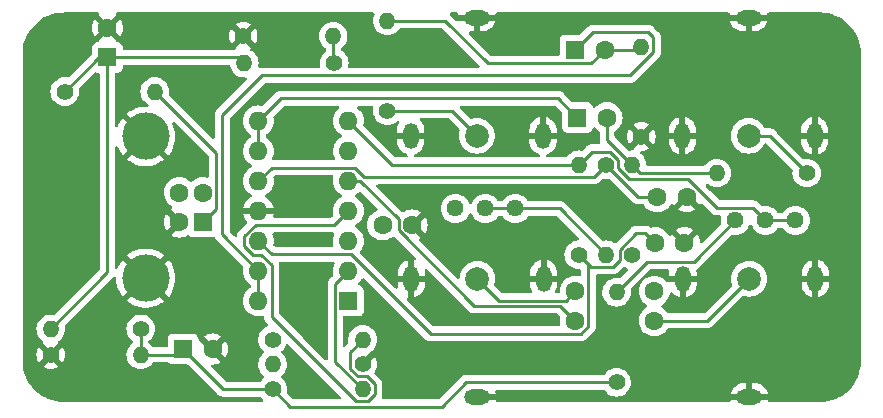
<source format=gbr>
%TF.GenerationSoftware,KiCad,Pcbnew,(6.0.0-0)*%
%TF.CreationDate,2022-11-12T17:46:12+01:00*%
%TF.ProjectId,phono_vorverstaerker,70686f6e-6f5f-4766-9f72-766572737461,rev?*%
%TF.SameCoordinates,Original*%
%TF.FileFunction,Copper,L1,Top*%
%TF.FilePolarity,Positive*%
%FSLAX46Y46*%
G04 Gerber Fmt 4.6, Leading zero omitted, Abs format (unit mm)*
G04 Created by KiCad (PCBNEW (6.0.0-0)) date 2022-11-12 17:46:12*
%MOMM*%
%LPD*%
G01*
G04 APERTURE LIST*
%TA.AperFunction,ComponentPad*%
%ADD10C,1.400000*%
%TD*%
%TA.AperFunction,ComponentPad*%
%ADD11O,1.400000X1.400000*%
%TD*%
%TA.AperFunction,ComponentPad*%
%ADD12O,1.300000X2.200000*%
%TD*%
%TA.AperFunction,ComponentPad*%
%ADD13O,2.200000X1.300000*%
%TD*%
%TA.AperFunction,ComponentPad*%
%ADD14C,2.000000*%
%TD*%
%TA.AperFunction,ComponentPad*%
%ADD15R,1.600000X1.600000*%
%TD*%
%TA.AperFunction,ComponentPad*%
%ADD16C,1.600000*%
%TD*%
%TA.AperFunction,ComponentPad*%
%ADD17O,1.600000X1.600000*%
%TD*%
%TA.AperFunction,ComponentPad*%
%ADD18C,4.000000*%
%TD*%
%TA.AperFunction,ComponentPad*%
%ADD19C,1.440000*%
%TD*%
%TA.AperFunction,ViaPad*%
%ADD20C,0.800000*%
%TD*%
%TA.AperFunction,Conductor*%
%ADD21C,0.250000*%
%TD*%
G04 APERTURE END LIST*
D10*
%TO.P,R11,1*%
%TO.N,GND*%
X65100000Y-175310000D03*
D11*
%TO.P,R11,2*%
%TO.N,Net-(C7-Pad2)*%
X65100000Y-167690000D03*
%TD*%
D12*
%TO.P,J5,S*%
%TO.N,GND*%
X79775000Y-175250000D03*
X68575000Y-175250000D03*
D13*
X74175000Y-165250000D03*
D14*
%TO.P,J5,T*%
%TO.N,Net-(J5-PadT)*%
X74175000Y-175250000D03*
%TD*%
D10*
%TO.P,R10,1*%
%TO.N,+2V5*%
X22720000Y-191600000D03*
D11*
%TO.P,R10,2*%
%TO.N,+5V*%
X15100000Y-191600000D03*
%TD*%
D15*
%TO.P,C7,1*%
%TO.N,Net-(U1-Pad13)*%
X59500000Y-168000000D03*
D16*
%TO.P,C7,2*%
%TO.N,Net-(C7-Pad2)*%
X62000000Y-168000000D03*
%TD*%
%TO.P,C5,1*%
%TO.N,GND*%
X68750000Y-184300000D03*
%TO.P,C5,2*%
%TO.N,Net-(U1-Pad12)*%
X66250000Y-184300000D03*
%TD*%
D13*
%TO.P,J2,S*%
%TO.N,GND*%
X74225000Y-197350000D03*
D12*
X68625000Y-187350000D03*
X79825000Y-187350000D03*
D14*
%TO.P,J2,T*%
%TO.N,Net-(C2-Pad1)*%
X74225000Y-187350000D03*
%TD*%
D15*
%TO.P,C9,1*%
%TO.N,+2V5*%
X26300000Y-193300000D03*
D16*
%TO.P,C9,2*%
%TO.N,GND*%
X28800000Y-193300000D03*
%TD*%
D15*
%TO.P,U1,1*%
%TO.N,Net-(U1-Pad1)*%
X40300000Y-189225000D03*
D17*
%TO.P,U1,2,-*%
%TO.N,Net-(U1-Pad2)*%
X40300000Y-186685000D03*
%TO.P,U1,3,+*%
%TO.N,Net-(U1-Pad3)*%
X40300000Y-184145000D03*
%TO.P,U1,4,V+*%
%TO.N,+5V*%
X40300000Y-181605000D03*
%TO.P,U1,5,+*%
%TO.N,Net-(U1-Pad5)*%
X40300000Y-179065000D03*
%TO.P,U1,6,-*%
%TO.N,Net-(U1-Pad6)*%
X40300000Y-176525000D03*
%TO.P,U1,7*%
%TO.N,Net-(U1-Pad7)*%
X40300000Y-173985000D03*
%TO.P,U1,8*%
%TO.N,Net-(U1-Pad8)*%
X32680000Y-173985000D03*
%TO.P,U1,9,-*%
X32680000Y-176525000D03*
%TO.P,U1,10,+*%
%TO.N,Net-(U1-Pad10)*%
X32680000Y-179065000D03*
%TO.P,U1,11,V-*%
%TO.N,GND*%
X32680000Y-181605000D03*
%TO.P,U1,12,+*%
%TO.N,Net-(U1-Pad12)*%
X32680000Y-184145000D03*
%TO.P,U1,13,-*%
%TO.N,Net-(U1-Pad13)*%
X32680000Y-186685000D03*
%TO.P,U1,14*%
X32680000Y-189225000D03*
%TD*%
D15*
%TO.P,C8,1*%
%TO.N,Net-(U1-Pad8)*%
X59694888Y-173700000D03*
D16*
%TO.P,C8,2*%
%TO.N,Net-(C8-Pad2)*%
X62194888Y-173700000D03*
%TD*%
D15*
%TO.P,J3,1,VBUS*%
%TO.N,Net-(J3-Pad1)*%
X27987500Y-182550000D03*
D16*
%TO.P,J3,2,D-*%
%TO.N,unconnected-(J3-Pad2)*%
X27987500Y-180050000D03*
%TO.P,J3,3,D+*%
%TO.N,unconnected-(J3-Pad3)*%
X25987500Y-180050000D03*
%TO.P,J3,4,GND*%
%TO.N,GND*%
X25987500Y-182550000D03*
D18*
%TO.P,J3,5,Shield*%
X23127500Y-175300000D03*
X23127500Y-187300000D03*
%TD*%
D16*
%TO.P,C1,1*%
%TO.N,Net-(C1-Pad1)*%
X59500000Y-188400000D03*
%TO.P,C1,2*%
%TO.N,Net-(U1-Pad5)*%
X59500000Y-190900000D03*
%TD*%
D19*
%TO.P,RV1,1,1*%
%TO.N,Net-(U1-Pad7)*%
X78150000Y-182400000D03*
%TO.P,RV1,2,2*%
X75610000Y-182400000D03*
%TO.P,RV1,3,3*%
%TO.N,Net-(U1-Pad6)*%
X73070000Y-182400000D03*
%TD*%
D10*
%TO.P,R14,1*%
%TO.N,Net-(J4-PadT)*%
X43600000Y-173110000D03*
D11*
%TO.P,R14,2*%
%TO.N,Net-(C7-Pad2)*%
X43600000Y-165490000D03*
%TD*%
D16*
%TO.P,C2,1*%
%TO.N,Net-(C2-Pad1)*%
X66200000Y-190900000D03*
%TO.P,C2,2*%
%TO.N,Net-(U1-Pad3)*%
X66200000Y-188400000D03*
%TD*%
D10*
%TO.P,R2,1*%
%TO.N,Net-(U1-Pad5)*%
X39110000Y-169100000D03*
D11*
%TO.P,R2,2*%
%TO.N,+5V*%
X31490000Y-169100000D03*
%TD*%
D10*
%TO.P,R1,1*%
%TO.N,+5V*%
X16290000Y-171500000D03*
D11*
%TO.P,R1,2*%
%TO.N,Net-(J3-Pad1)*%
X23910000Y-171500000D03*
%TD*%
D12*
%TO.P,J1,S*%
%TO.N,GND*%
X45625000Y-187350000D03*
X56825000Y-187350000D03*
D13*
X51225000Y-197350000D03*
D14*
%TO.P,J1,T*%
%TO.N,Net-(C1-Pad1)*%
X51225000Y-187350000D03*
%TD*%
D10*
%TO.P,R15,1*%
%TO.N,Net-(J5-PadT)*%
X79110000Y-178400000D03*
D11*
%TO.P,R15,2*%
%TO.N,Net-(C8-Pad2)*%
X71490000Y-178400000D03*
%TD*%
D10*
%TO.P,R3,1*%
%TO.N,GND*%
X31390000Y-166800000D03*
D11*
%TO.P,R3,2*%
%TO.N,Net-(U1-Pad5)*%
X39010000Y-166800000D03*
%TD*%
D10*
%TO.P,R12,1*%
%TO.N,GND*%
X64300000Y-185310000D03*
D11*
%TO.P,R12,2*%
%TO.N,Net-(C8-Pad2)*%
X64300000Y-177690000D03*
%TD*%
D10*
%TO.P,R8,1*%
%TO.N,Net-(U1-Pad12)*%
X59800000Y-185310000D03*
D11*
%TO.P,R8,2*%
%TO.N,Net-(U1-Pad7)*%
X59800000Y-177690000D03*
%TD*%
D10*
%TO.P,R6,1*%
%TO.N,+2V5*%
X63000000Y-196110000D03*
D11*
%TO.P,R6,2*%
%TO.N,Net-(U1-Pad6)*%
X63000000Y-188490000D03*
%TD*%
D10*
%TO.P,R4,1*%
%TO.N,Net-(U1-Pad3)*%
X33880000Y-192500000D03*
D11*
%TO.P,R4,2*%
%TO.N,+5V*%
X41500000Y-192500000D03*
%TD*%
D16*
%TO.P,C6,1*%
%TO.N,GND*%
X68950000Y-180400000D03*
%TO.P,C6,2*%
%TO.N,Net-(U1-Pad10)*%
X66450000Y-180400000D03*
%TD*%
D10*
%TO.P,R9,1*%
%TO.N,Net-(U1-Pad10)*%
X62100000Y-177690000D03*
D11*
%TO.P,R9,2*%
%TO.N,Net-(U1-Pad1)*%
X62100000Y-185310000D03*
%TD*%
D10*
%TO.P,R7,1*%
%TO.N,+2V5*%
X33880000Y-196700000D03*
D11*
%TO.P,R7,2*%
%TO.N,Net-(U1-Pad2)*%
X41500000Y-196700000D03*
%TD*%
D16*
%TO.P,C4,1*%
%TO.N,GND*%
X45700000Y-182800000D03*
%TO.P,C4,2*%
%TO.N,+5V*%
X43200000Y-182800000D03*
%TD*%
D12*
%TO.P,J4,S*%
%TO.N,GND*%
X45575000Y-175250000D03*
D13*
X51175000Y-165250000D03*
D12*
X56775000Y-175250000D03*
D14*
%TO.P,J4,T*%
%TO.N,Net-(J4-PadT)*%
X51175000Y-175250000D03*
%TD*%
D15*
%TO.P,C3,1*%
%TO.N,+5V*%
X19900000Y-168605113D03*
D16*
%TO.P,C3,2*%
%TO.N,GND*%
X19900000Y-166105113D03*
%TD*%
D10*
%TO.P,R5,1*%
%TO.N,GND*%
X41500000Y-194600000D03*
D11*
%TO.P,R5,2*%
%TO.N,Net-(U1-Pad3)*%
X33880000Y-194600000D03*
%TD*%
D19*
%TO.P,RV2,1,1*%
%TO.N,Net-(U1-Pad1)*%
X54440000Y-181400000D03*
%TO.P,RV2,2,2*%
X51900000Y-181400000D03*
%TO.P,RV2,3,3*%
%TO.N,Net-(U1-Pad2)*%
X49360000Y-181400000D03*
%TD*%
D10*
%TO.P,R13,1*%
%TO.N,GND*%
X15090000Y-193800000D03*
D11*
%TO.P,R13,2*%
%TO.N,+2V5*%
X22710000Y-193800000D03*
%TD*%
D20*
%TO.N,GND*%
X36300000Y-184200000D03*
X35800000Y-181000000D03*
X35500000Y-187500000D03*
X36900000Y-174900000D03*
X36600000Y-196300000D03*
%TD*%
D21*
%TO.N,Net-(C1-Pad1)*%
X58700001Y-189199999D02*
X59500000Y-188400000D01*
X51225000Y-187350000D02*
X53074999Y-189199999D01*
X53074999Y-189199999D02*
X58700001Y-189199999D01*
%TO.N,Net-(U1-Pad5)*%
X39010000Y-169000000D02*
X39110000Y-169100000D01*
X40300000Y-179065000D02*
X41306278Y-179065000D01*
X39010000Y-166800000D02*
X39010000Y-169000000D01*
X44575489Y-182334211D02*
X44575489Y-183265789D01*
X50959219Y-189649519D02*
X58249519Y-189649519D01*
X41306278Y-179065000D02*
X44575489Y-182334211D01*
X58249519Y-189649519D02*
X59500000Y-190900000D01*
X44575489Y-183265789D02*
X50959219Y-189649519D01*
%TO.N,Net-(C2-Pad1)*%
X66200000Y-190900000D02*
X70675000Y-190900000D01*
X70675000Y-190900000D02*
X74225000Y-187350000D01*
%TO.N,+5V*%
X31500000Y-184600000D02*
X31500000Y-183734700D01*
X16290000Y-171500000D02*
X19184887Y-168605113D01*
X42524511Y-196275633D02*
X42524511Y-197124367D01*
X40475489Y-195024367D02*
X41075633Y-195624511D01*
X41924367Y-197724511D02*
X40924511Y-197724511D01*
X32434700Y-182800000D02*
X39105000Y-182800000D01*
X19900000Y-186800000D02*
X15100000Y-191600000D01*
X33804511Y-186219211D02*
X32885300Y-185300000D01*
X19900000Y-168605113D02*
X19900000Y-186800000D01*
X42524511Y-197124367D02*
X41924367Y-197724511D01*
X31500000Y-183734700D02*
X32434700Y-182800000D01*
X39105000Y-182800000D02*
X40300000Y-181605000D01*
X40924511Y-197724511D02*
X33804511Y-190604511D01*
X41873389Y-195624511D02*
X42524511Y-196275633D01*
X32200000Y-185300000D02*
X31500000Y-184600000D01*
X32885300Y-185300000D02*
X32200000Y-185300000D01*
X19184887Y-168605113D02*
X19900000Y-168605113D01*
X30995113Y-168605113D02*
X31490000Y-169100000D01*
X41075633Y-195624511D02*
X41873389Y-195624511D01*
X40475489Y-193524511D02*
X40475489Y-195024367D01*
X41500000Y-192500000D02*
X40475489Y-193524511D01*
X19900000Y-168605113D02*
X30995113Y-168605113D01*
X33804511Y-190604511D02*
X33804511Y-186219211D01*
%TO.N,Net-(U1-Pad12)*%
X59800000Y-185310000D02*
X60624511Y-186134511D01*
X64661121Y-183500001D02*
X63275489Y-184885633D01*
X60624511Y-191365789D02*
X59965789Y-192024511D01*
X65450001Y-183500001D02*
X64661121Y-183500001D01*
X63275489Y-184885633D02*
X63275489Y-185734367D01*
X66250000Y-184300000D02*
X65450001Y-183500001D01*
X63275489Y-185734367D02*
X62675345Y-186334511D01*
X60824511Y-186334511D02*
X59800000Y-185310000D01*
X62675345Y-186334511D02*
X60824511Y-186334511D01*
X59965789Y-192024511D02*
X47255000Y-192024511D01*
X47255000Y-192024511D02*
X40500000Y-185269511D01*
X60624511Y-186134511D02*
X60624511Y-191365789D01*
X40500000Y-185269511D02*
X33804511Y-185269511D01*
X33804511Y-185269511D02*
X32680000Y-184145000D01*
%TO.N,Net-(U1-Pad10)*%
X33804511Y-177940489D02*
X32680000Y-179065000D01*
X61075489Y-178714511D02*
X41614511Y-178714511D01*
X62100000Y-177690000D02*
X61075489Y-178714511D01*
X64810000Y-180400000D02*
X66450000Y-180400000D01*
X62100000Y-177690000D02*
X64810000Y-180400000D01*
X41614511Y-178714511D02*
X40840489Y-177940489D01*
X40840489Y-177940489D02*
X33804511Y-177940489D01*
%TO.N,Net-(U1-Pad13)*%
X66124511Y-168175489D02*
X66124511Y-166924511D01*
X32975489Y-170124511D02*
X64175489Y-170124511D01*
X32680000Y-186685000D02*
X29600000Y-183605000D01*
X61000000Y-166500000D02*
X59500000Y-168000000D01*
X29600000Y-173500000D02*
X32975489Y-170124511D01*
X65700000Y-166500000D02*
X61000000Y-166500000D01*
X32680000Y-189225000D02*
X32680000Y-186685000D01*
X29600000Y-183605000D02*
X29600000Y-173500000D01*
X64175489Y-170124511D02*
X66124511Y-168175489D01*
X66124511Y-166924511D02*
X65700000Y-166500000D01*
%TO.N,Net-(C7-Pad2)*%
X60875489Y-169124511D02*
X62000000Y-168000000D01*
X52124511Y-169124511D02*
X60875489Y-169124511D01*
X62000000Y-168000000D02*
X64790000Y-168000000D01*
X48490000Y-165490000D02*
X52124511Y-169124511D01*
X64790000Y-168000000D02*
X65100000Y-167690000D01*
X43600000Y-165490000D02*
X48490000Y-165490000D01*
%TO.N,Net-(U1-Pad8)*%
X32680000Y-176525000D02*
X32680000Y-173985000D01*
X32680000Y-173985000D02*
X34579511Y-172085489D01*
X34579511Y-172085489D02*
X58080377Y-172085489D01*
X58080377Y-172085489D02*
X59694888Y-173700000D01*
%TO.N,Net-(C8-Pad2)*%
X62194888Y-173700000D02*
X62194888Y-175584888D01*
X62194888Y-175584888D02*
X64300000Y-177690000D01*
X65010000Y-178400000D02*
X64300000Y-177690000D01*
X71490000Y-178400000D02*
X65010000Y-178400000D01*
%TO.N,+2V5*%
X48225969Y-198174031D02*
X50290000Y-196110000D01*
X22720000Y-191600000D02*
X22720000Y-193790000D01*
X35354031Y-198174031D02*
X48225969Y-198174031D01*
X50290000Y-196110000D02*
X63000000Y-196110000D01*
X25800000Y-193800000D02*
X26300000Y-193300000D01*
X22720000Y-193790000D02*
X22710000Y-193800000D01*
X33880000Y-196700000D02*
X35354031Y-198174031D01*
X26300000Y-193300000D02*
X29700000Y-196700000D01*
X29700000Y-196700000D02*
X33880000Y-196700000D01*
X22710000Y-193800000D02*
X25800000Y-193800000D01*
%TO.N,Net-(J3-Pad1)*%
X27987500Y-182550000D02*
X29112011Y-181425489D01*
X29112011Y-176702011D02*
X23910000Y-171500000D01*
X29112011Y-181425489D02*
X29112011Y-176702011D01*
%TO.N,Net-(J4-PadT)*%
X43600000Y-173110000D02*
X49035000Y-173110000D01*
X49035000Y-173110000D02*
X51175000Y-175250000D01*
%TO.N,Net-(J5-PadT)*%
X75960000Y-175250000D02*
X79110000Y-178400000D01*
X74175000Y-175250000D02*
X75960000Y-175250000D01*
%TO.N,Net-(U1-Pad6)*%
X65564520Y-185925480D02*
X69544520Y-185925480D01*
X63000000Y-188490000D02*
X65564520Y-185925480D01*
X69544520Y-185925480D02*
X73070000Y-182400000D01*
%TO.N,Net-(U1-Pad2)*%
X40300000Y-186685000D02*
X39175489Y-187809511D01*
X39175489Y-194375489D02*
X41500000Y-196700000D01*
X39175489Y-187809511D02*
X39175489Y-194375489D01*
%TO.N,Net-(U1-Pad7)*%
X71495789Y-181355489D02*
X69040300Y-178900000D01*
X63124511Y-177963389D02*
X63124511Y-177265633D01*
X63124511Y-177265633D02*
X62458878Y-176600000D01*
X74565489Y-181355489D02*
X71495789Y-181355489D01*
X60890000Y-176600000D02*
X59800000Y-177690000D01*
X44005000Y-177690000D02*
X59800000Y-177690000D01*
X78150000Y-182400000D02*
X75610000Y-182400000D01*
X75610000Y-182400000D02*
X74565489Y-181355489D01*
X64061122Y-178900000D02*
X63124511Y-177963389D01*
X62458878Y-176600000D02*
X60890000Y-176600000D01*
X69040300Y-178900000D02*
X64061122Y-178900000D01*
X40300000Y-173985000D02*
X44005000Y-177690000D01*
%TO.N,Net-(U1-Pad1)*%
X58190000Y-181400000D02*
X62100000Y-185310000D01*
X54440000Y-181400000D02*
X58190000Y-181400000D01*
X51900000Y-181400000D02*
X54440000Y-181400000D01*
%TD*%
%TA.AperFunction,Conductor*%
%TO.N,GND*%
G36*
X49546738Y-164828002D02*
G01*
X49593231Y-164881658D01*
X49602196Y-164958582D01*
X49598288Y-164978230D01*
X49599440Y-164991106D01*
X49614596Y-164996000D01*
X52738294Y-164996000D01*
X52751256Y-164992194D01*
X52753192Y-164977278D01*
X52749422Y-164955337D01*
X52757599Y-164884813D01*
X52802606Y-164829906D01*
X52873602Y-164808000D01*
X72478617Y-164808000D01*
X72546738Y-164828002D01*
X72593231Y-164881658D01*
X72602196Y-164958582D01*
X72598288Y-164978230D01*
X72599440Y-164991106D01*
X72614596Y-164996000D01*
X75738294Y-164996000D01*
X75751256Y-164992194D01*
X75753192Y-164977278D01*
X75749422Y-164955337D01*
X75757599Y-164884813D01*
X75802606Y-164829906D01*
X75873602Y-164808000D01*
X80150672Y-164808000D01*
X80170057Y-164809500D01*
X80184858Y-164811805D01*
X80184861Y-164811805D01*
X80193730Y-164813186D01*
X80213054Y-164810659D01*
X80235570Y-164809747D01*
X80536100Y-164824512D01*
X80548394Y-164825722D01*
X80875139Y-164874191D01*
X80887249Y-164876599D01*
X81207674Y-164956861D01*
X81219507Y-164960451D01*
X81530494Y-165071725D01*
X81541918Y-165076456D01*
X81840523Y-165217685D01*
X81851428Y-165223514D01*
X82134745Y-165393328D01*
X82145026Y-165400198D01*
X82410329Y-165596960D01*
X82419887Y-165604804D01*
X82664630Y-165826626D01*
X82673374Y-165835370D01*
X82895196Y-166080113D01*
X82903040Y-166089671D01*
X83099802Y-166354974D01*
X83106672Y-166365255D01*
X83158205Y-166451233D01*
X83263936Y-166627633D01*
X83276486Y-166648572D01*
X83282313Y-166659473D01*
X83323347Y-166746233D01*
X83423544Y-166958082D01*
X83428275Y-166969506D01*
X83539549Y-167280493D01*
X83543138Y-167292324D01*
X83616117Y-167583671D01*
X83623399Y-167612743D01*
X83625809Y-167624861D01*
X83669402Y-167918738D01*
X83674277Y-167951601D01*
X83675489Y-167963902D01*
X83676624Y-167987015D01*
X83689890Y-168257062D01*
X83688543Y-168282624D01*
X83688195Y-168284857D01*
X83688195Y-168284861D01*
X83686814Y-168293730D01*
X83687978Y-168302632D01*
X83687978Y-168302635D01*
X83690936Y-168325251D01*
X83692000Y-168341589D01*
X83692000Y-194250672D01*
X83690500Y-194270056D01*
X83686814Y-194293730D01*
X83689274Y-194312539D01*
X83689341Y-194313050D01*
X83690253Y-194335570D01*
X83676630Y-194612865D01*
X83675489Y-194636094D01*
X83674278Y-194648394D01*
X83626221Y-194972367D01*
X83625811Y-194975130D01*
X83623401Y-194987249D01*
X83567339Y-195211063D01*
X83543139Y-195307674D01*
X83539549Y-195319507D01*
X83428275Y-195630494D01*
X83423544Y-195641918D01*
X83360793Y-195774594D01*
X83289782Y-195924736D01*
X83282315Y-195940523D01*
X83276488Y-195951424D01*
X83194066Y-196088937D01*
X83106672Y-196234745D01*
X83099802Y-196245026D01*
X82903040Y-196510329D01*
X82895196Y-196519887D01*
X82673374Y-196764630D01*
X82664630Y-196773374D01*
X82419887Y-196995196D01*
X82410329Y-197003040D01*
X82145026Y-197199802D01*
X82134745Y-197206672D01*
X82067090Y-197247223D01*
X81892696Y-197351751D01*
X81851428Y-197376486D01*
X81840527Y-197382313D01*
X81810322Y-197396599D01*
X81541918Y-197523544D01*
X81530494Y-197528275D01*
X81219507Y-197639549D01*
X81207676Y-197643138D01*
X80887249Y-197723401D01*
X80875139Y-197725809D01*
X80548394Y-197774278D01*
X80536098Y-197775489D01*
X80447344Y-197779849D01*
X80242938Y-197789890D01*
X80217376Y-197788543D01*
X80215143Y-197788195D01*
X80215139Y-197788195D01*
X80206270Y-197786814D01*
X80197368Y-197787978D01*
X80197365Y-197787978D01*
X80178083Y-197790500D01*
X80175728Y-197790808D01*
X80174749Y-197790936D01*
X80158411Y-197792000D01*
X75921383Y-197792000D01*
X75853262Y-197771998D01*
X75806769Y-197718342D01*
X75797804Y-197641418D01*
X75801712Y-197621770D01*
X75800560Y-197608894D01*
X75785404Y-197604000D01*
X72661706Y-197604000D01*
X72648744Y-197607806D01*
X72646808Y-197622722D01*
X72650578Y-197644663D01*
X72642401Y-197715187D01*
X72597394Y-197770094D01*
X72526398Y-197792000D01*
X52921383Y-197792000D01*
X52853262Y-197771998D01*
X52806769Y-197718342D01*
X52797804Y-197641418D01*
X52801712Y-197621770D01*
X52800560Y-197608894D01*
X52785404Y-197604000D01*
X51097000Y-197604000D01*
X51028879Y-197583998D01*
X50982386Y-197530342D01*
X50971000Y-197478000D01*
X50971000Y-197222000D01*
X50991002Y-197153879D01*
X51044658Y-197107386D01*
X51097000Y-197096000D01*
X52788294Y-197096000D01*
X52801256Y-197092194D01*
X52803192Y-197077278D01*
X52799313Y-197054700D01*
X52796334Y-197043583D01*
X52748200Y-196913111D01*
X52743388Y-196842278D01*
X52777635Y-196780087D01*
X52840068Y-196746285D01*
X52866412Y-196743500D01*
X61902685Y-196743500D01*
X61970806Y-196763502D01*
X62005898Y-196797230D01*
X62070699Y-196889776D01*
X62220224Y-197039301D01*
X62393442Y-197160589D01*
X62398420Y-197162910D01*
X62398423Y-197162912D01*
X62573943Y-197244758D01*
X62585090Y-197249956D01*
X62590398Y-197251378D01*
X62590400Y-197251379D01*
X62784030Y-197303262D01*
X62784032Y-197303262D01*
X62789345Y-197304686D01*
X63000000Y-197323116D01*
X63210655Y-197304686D01*
X63215968Y-197303262D01*
X63215970Y-197303262D01*
X63409600Y-197251379D01*
X63409602Y-197251378D01*
X63414910Y-197249956D01*
X63426057Y-197244758D01*
X63601577Y-197162912D01*
X63601580Y-197162910D01*
X63606558Y-197160589D01*
X63724179Y-197078230D01*
X72648288Y-197078230D01*
X72649440Y-197091106D01*
X72664596Y-197096000D01*
X73952885Y-197096000D01*
X73968124Y-197091525D01*
X73969329Y-197090135D01*
X73971000Y-197082452D01*
X73971000Y-197077885D01*
X74479000Y-197077885D01*
X74483475Y-197093124D01*
X74484865Y-197094329D01*
X74492548Y-197096000D01*
X75788294Y-197096000D01*
X75801256Y-197092194D01*
X75803192Y-197077278D01*
X75799313Y-197054700D01*
X75796334Y-197043583D01*
X75726669Y-196854748D01*
X75721719Y-196844370D01*
X75618809Y-196671394D01*
X75612045Y-196662085D01*
X75479335Y-196510757D01*
X75471000Y-196502847D01*
X75312931Y-196378236D01*
X75303280Y-196371968D01*
X75125164Y-196278257D01*
X75114521Y-196273848D01*
X74922316Y-196214167D01*
X74911054Y-196211773D01*
X74747678Y-196192437D01*
X74740272Y-196192000D01*
X74497115Y-196192000D01*
X74481876Y-196196475D01*
X74480671Y-196197865D01*
X74479000Y-196205548D01*
X74479000Y-197077885D01*
X73971000Y-197077885D01*
X73971000Y-196210115D01*
X73966525Y-196194876D01*
X73965135Y-196193671D01*
X73957452Y-196192000D01*
X73723908Y-196192000D01*
X73718119Y-196192266D01*
X73568824Y-196205984D01*
X73557503Y-196208082D01*
X73363797Y-196262713D01*
X73353050Y-196266837D01*
X73172534Y-196355859D01*
X73162727Y-196361869D01*
X73001451Y-196482299D01*
X72992911Y-196489989D01*
X72856280Y-196637794D01*
X72849279Y-196646919D01*
X72741875Y-196817144D01*
X72736654Y-196827391D01*
X72662072Y-197014332D01*
X72658803Y-197025369D01*
X72648288Y-197078230D01*
X63724179Y-197078230D01*
X63779776Y-197039301D01*
X63929301Y-196889776D01*
X64050589Y-196716558D01*
X64071650Y-196671394D01*
X64137633Y-196529892D01*
X64137634Y-196529891D01*
X64139956Y-196524910D01*
X64188009Y-196345576D01*
X64193262Y-196325970D01*
X64193262Y-196325968D01*
X64194686Y-196320655D01*
X64213116Y-196110000D01*
X64194686Y-195899345D01*
X64177036Y-195833473D01*
X64141379Y-195700400D01*
X64141378Y-195700398D01*
X64139956Y-195695090D01*
X64116379Y-195644528D01*
X64052912Y-195508423D01*
X64052910Y-195508420D01*
X64050589Y-195503442D01*
X63929301Y-195330224D01*
X63779776Y-195180699D01*
X63606558Y-195059411D01*
X63601580Y-195057090D01*
X63601577Y-195057088D01*
X63419892Y-194972367D01*
X63419891Y-194972366D01*
X63414910Y-194970044D01*
X63409602Y-194968622D01*
X63409600Y-194968621D01*
X63215970Y-194916738D01*
X63215968Y-194916738D01*
X63210655Y-194915314D01*
X63000000Y-194896884D01*
X62789345Y-194915314D01*
X62784032Y-194916738D01*
X62784030Y-194916738D01*
X62590400Y-194968621D01*
X62590398Y-194968622D01*
X62585090Y-194970044D01*
X62580109Y-194972366D01*
X62580108Y-194972367D01*
X62398423Y-195057088D01*
X62398420Y-195057090D01*
X62393442Y-195059411D01*
X62220224Y-195180699D01*
X62070699Y-195330224D01*
X62067540Y-195334736D01*
X62005898Y-195422770D01*
X61950441Y-195467099D01*
X61902685Y-195476500D01*
X50368768Y-195476500D01*
X50357585Y-195475973D01*
X50350092Y-195474298D01*
X50342166Y-195474547D01*
X50342165Y-195474547D01*
X50282002Y-195476438D01*
X50278044Y-195476500D01*
X50250144Y-195476500D01*
X50246154Y-195477004D01*
X50234320Y-195477936D01*
X50190111Y-195479326D01*
X50182495Y-195481539D01*
X50182493Y-195481539D01*
X50170652Y-195484979D01*
X50151293Y-195488988D01*
X50149983Y-195489154D01*
X50131203Y-195491526D01*
X50123837Y-195494442D01*
X50123831Y-195494444D01*
X50090098Y-195507800D01*
X50078868Y-195511645D01*
X50044017Y-195521770D01*
X50036407Y-195523981D01*
X50029584Y-195528016D01*
X50018966Y-195534295D01*
X50001213Y-195542992D01*
X49993568Y-195546019D01*
X49982383Y-195550448D01*
X49975968Y-195555109D01*
X49946612Y-195576437D01*
X49936695Y-195582951D01*
X49898638Y-195605458D01*
X49884317Y-195619779D01*
X49869284Y-195632619D01*
X49852893Y-195644528D01*
X49847842Y-195650634D01*
X49824702Y-195678605D01*
X49816712Y-195687384D01*
X48000469Y-197503626D01*
X47938157Y-197537652D01*
X47911374Y-197540531D01*
X43230837Y-197540531D01*
X43162716Y-197520529D01*
X43116223Y-197466873D01*
X43106119Y-197396599D01*
X43113684Y-197368151D01*
X43114389Y-197366370D01*
X43118206Y-197359427D01*
X43123244Y-197339804D01*
X43129648Y-197321101D01*
X43134544Y-197309787D01*
X43134544Y-197309786D01*
X43137692Y-197302512D01*
X43138931Y-197294689D01*
X43138934Y-197294679D01*
X43144610Y-197258843D01*
X43147016Y-197247223D01*
X43156039Y-197212078D01*
X43156039Y-197212077D01*
X43158011Y-197204397D01*
X43158011Y-197184143D01*
X43159562Y-197164432D01*
X43160835Y-197156398D01*
X43162731Y-197144424D01*
X43158570Y-197100405D01*
X43158011Y-197088548D01*
X43158011Y-196354401D01*
X43158538Y-196343218D01*
X43160213Y-196335725D01*
X43159907Y-196325970D01*
X43158073Y-196267635D01*
X43158011Y-196263677D01*
X43158011Y-196235777D01*
X43157507Y-196231786D01*
X43156574Y-196219944D01*
X43156393Y-196214167D01*
X43155185Y-196175744D01*
X43149532Y-196156285D01*
X43145523Y-196136926D01*
X43145357Y-196135616D01*
X43142985Y-196116836D01*
X43140069Y-196109470D01*
X43140067Y-196109464D01*
X43126711Y-196075731D01*
X43122866Y-196064501D01*
X43112741Y-196029650D01*
X43112741Y-196029649D01*
X43110530Y-196022040D01*
X43100216Y-196004599D01*
X43091519Y-195986846D01*
X43086983Y-195975391D01*
X43084063Y-195968016D01*
X43058074Y-195932245D01*
X43051558Y-195922325D01*
X43029053Y-195884271D01*
X43014732Y-195869950D01*
X43001891Y-195854916D01*
X42994643Y-195844940D01*
X42989983Y-195838526D01*
X42955912Y-195810340D01*
X42947133Y-195802351D01*
X42666552Y-195521770D01*
X42542931Y-195398148D01*
X42508906Y-195335838D01*
X42513971Y-195265023D01*
X42528815Y-195236783D01*
X42547001Y-195210812D01*
X42552479Y-195201323D01*
X42637159Y-195019723D01*
X42640907Y-195009429D01*
X42692769Y-194815878D01*
X42694671Y-194805091D01*
X42712135Y-194605475D01*
X42712135Y-194594525D01*
X42694671Y-194394909D01*
X42692769Y-194384122D01*
X42640907Y-194190571D01*
X42637159Y-194180277D01*
X42552479Y-193998677D01*
X42547001Y-193989189D01*
X42525689Y-193958752D01*
X42515212Y-193950377D01*
X42501764Y-193957446D01*
X41589095Y-194870115D01*
X41526783Y-194904141D01*
X41455968Y-194899076D01*
X41410905Y-194870115D01*
X41229885Y-194689095D01*
X41195859Y-194626783D01*
X41200924Y-194555968D01*
X41229885Y-194510905D01*
X42143276Y-193597514D01*
X42155824Y-193574534D01*
X42166716Y-193524465D01*
X42205033Y-193481637D01*
X42275265Y-193432460D01*
X42275268Y-193432458D01*
X42279776Y-193429301D01*
X42429301Y-193279776D01*
X42550589Y-193106558D01*
X42581393Y-193040500D01*
X42637633Y-192919892D01*
X42637634Y-192919891D01*
X42639956Y-192914910D01*
X42662296Y-192831538D01*
X42693262Y-192715970D01*
X42693262Y-192715968D01*
X42694686Y-192710655D01*
X42713116Y-192500000D01*
X42694686Y-192289345D01*
X42687279Y-192261703D01*
X42641379Y-192090400D01*
X42641378Y-192090398D01*
X42639956Y-192085090D01*
X42625818Y-192054771D01*
X42552912Y-191898423D01*
X42552910Y-191898420D01*
X42550589Y-191893442D01*
X42429301Y-191720224D01*
X42279776Y-191570699D01*
X42106558Y-191449411D01*
X42101580Y-191447090D01*
X42101577Y-191447088D01*
X41919892Y-191362367D01*
X41919891Y-191362366D01*
X41914910Y-191360044D01*
X41909602Y-191358622D01*
X41909600Y-191358621D01*
X41715970Y-191306738D01*
X41715968Y-191306738D01*
X41710655Y-191305314D01*
X41500000Y-191286884D01*
X41289345Y-191305314D01*
X41284032Y-191306738D01*
X41284030Y-191306738D01*
X41090400Y-191358621D01*
X41090398Y-191358622D01*
X41085090Y-191360044D01*
X41080109Y-191362366D01*
X41080108Y-191362367D01*
X40898423Y-191447088D01*
X40898420Y-191447090D01*
X40893442Y-191449411D01*
X40720224Y-191570699D01*
X40570699Y-191720224D01*
X40449411Y-191893442D01*
X40447090Y-191898420D01*
X40447088Y-191898423D01*
X40374182Y-192054771D01*
X40360044Y-192085090D01*
X40358622Y-192090398D01*
X40358621Y-192090400D01*
X40312721Y-192261703D01*
X40305314Y-192289345D01*
X40286884Y-192500000D01*
X40287363Y-192505475D01*
X40304835Y-192705175D01*
X40305314Y-192710655D01*
X40306736Y-192715961D01*
X40307547Y-192720561D01*
X40299679Y-192791121D01*
X40272557Y-192831538D01*
X40083236Y-193020859D01*
X40074950Y-193028399D01*
X40068471Y-193032511D01*
X40063043Y-193038291D01*
X40063042Y-193038292D01*
X40026839Y-193076844D01*
X39965627Y-193112810D01*
X39894687Y-193109973D01*
X39836543Y-193069233D01*
X39809654Y-193003525D01*
X39808989Y-192990592D01*
X39808989Y-190659500D01*
X39828991Y-190591379D01*
X39882647Y-190544886D01*
X39934989Y-190533500D01*
X41148134Y-190533500D01*
X41210316Y-190526745D01*
X41346705Y-190475615D01*
X41463261Y-190388261D01*
X41550615Y-190271705D01*
X41601745Y-190135316D01*
X41608500Y-190073134D01*
X41608500Y-188376866D01*
X41601745Y-188314684D01*
X41550615Y-188178295D01*
X41463261Y-188061739D01*
X41346705Y-187974385D01*
X41210316Y-187923255D01*
X41199526Y-187922083D01*
X41197394Y-187921197D01*
X41194778Y-187920575D01*
X41194879Y-187920152D01*
X41133965Y-187894845D01*
X41093537Y-187836483D01*
X41091078Y-187765529D01*
X41127371Y-187704510D01*
X41136031Y-187697511D01*
X41139793Y-187694354D01*
X41144300Y-187691198D01*
X41306198Y-187529300D01*
X41337589Y-187484470D01*
X41401075Y-187393802D01*
X41437523Y-187341749D01*
X41439848Y-187336763D01*
X41442479Y-187332206D01*
X41493861Y-187283212D01*
X41563574Y-187269774D01*
X41629485Y-187296160D01*
X41640694Y-187306109D01*
X46751343Y-192416758D01*
X46758887Y-192425048D01*
X46763000Y-192431529D01*
X46768777Y-192436954D01*
X46812667Y-192478169D01*
X46815509Y-192480924D01*
X46835231Y-192500646D01*
X46838355Y-192503069D01*
X46838359Y-192503073D01*
X46838424Y-192503123D01*
X46847445Y-192510828D01*
X46879679Y-192541097D01*
X46886627Y-192544916D01*
X46886629Y-192544918D01*
X46897432Y-192550857D01*
X46913959Y-192561713D01*
X46923698Y-192569268D01*
X46923700Y-192569269D01*
X46929960Y-192574125D01*
X46970540Y-192591685D01*
X46981188Y-192596902D01*
X47005976Y-192610529D01*
X47019940Y-192618206D01*
X47027616Y-192620177D01*
X47027619Y-192620178D01*
X47039562Y-192623244D01*
X47058266Y-192629648D01*
X47063064Y-192631724D01*
X47076855Y-192637692D01*
X47084678Y-192638931D01*
X47084688Y-192638934D01*
X47120524Y-192644610D01*
X47132144Y-192647016D01*
X47163959Y-192655184D01*
X47174970Y-192658011D01*
X47195224Y-192658011D01*
X47214934Y-192659562D01*
X47234943Y-192662731D01*
X47242835Y-192661985D01*
X47261580Y-192660213D01*
X47278962Y-192658570D01*
X47290819Y-192658011D01*
X59887022Y-192658011D01*
X59898205Y-192658538D01*
X59905698Y-192660213D01*
X59913624Y-192659964D01*
X59913625Y-192659964D01*
X59973775Y-192658073D01*
X59977734Y-192658011D01*
X60005645Y-192658011D01*
X60009580Y-192657514D01*
X60009645Y-192657506D01*
X60021482Y-192656573D01*
X60053740Y-192655559D01*
X60057759Y-192655433D01*
X60065678Y-192655184D01*
X60085132Y-192649532D01*
X60104489Y-192645524D01*
X60116719Y-192643979D01*
X60116720Y-192643979D01*
X60124586Y-192642985D01*
X60131957Y-192640066D01*
X60131959Y-192640066D01*
X60165701Y-192626707D01*
X60176931Y-192622862D01*
X60211772Y-192612740D01*
X60211773Y-192612740D01*
X60219382Y-192610529D01*
X60226201Y-192606496D01*
X60226206Y-192606494D01*
X60236817Y-192600218D01*
X60254565Y-192591523D01*
X60273406Y-192584063D01*
X60280959Y-192578576D01*
X60309176Y-192558075D01*
X60319096Y-192551559D01*
X60350324Y-192533091D01*
X60350327Y-192533089D01*
X60357151Y-192529053D01*
X60371472Y-192514732D01*
X60386506Y-192501891D01*
X60389109Y-192500000D01*
X60402896Y-192489983D01*
X60431087Y-192455906D01*
X60439077Y-192447127D01*
X61016758Y-191869446D01*
X61025048Y-191861902D01*
X61031529Y-191857789D01*
X61078170Y-191808121D01*
X61080924Y-191805280D01*
X61100646Y-191785558D01*
X61103123Y-191782365D01*
X61110828Y-191773344D01*
X61135670Y-191746889D01*
X61141097Y-191741110D01*
X61144918Y-191734160D01*
X61150857Y-191723357D01*
X61161713Y-191706830D01*
X61169268Y-191697091D01*
X61169269Y-191697089D01*
X61174125Y-191690829D01*
X61191685Y-191650249D01*
X61196902Y-191639601D01*
X61214386Y-191607798D01*
X61214387Y-191607796D01*
X61218206Y-191600849D01*
X61223244Y-191581226D01*
X61229648Y-191562523D01*
X61234544Y-191551209D01*
X61234544Y-191551208D01*
X61237692Y-191543934D01*
X61238931Y-191536111D01*
X61238934Y-191536101D01*
X61244610Y-191500265D01*
X61247016Y-191488645D01*
X61256039Y-191453500D01*
X61256039Y-191453499D01*
X61258011Y-191445819D01*
X61258011Y-191425565D01*
X61259562Y-191405854D01*
X61261491Y-191393675D01*
X61262731Y-191385846D01*
X61258570Y-191341827D01*
X61258011Y-191329970D01*
X61258011Y-190900000D01*
X64886502Y-190900000D01*
X64906457Y-191128087D01*
X64907880Y-191133399D01*
X64907881Y-191133402D01*
X64960934Y-191331395D01*
X64965716Y-191349243D01*
X64968039Y-191354224D01*
X64968039Y-191354225D01*
X65060151Y-191551762D01*
X65060154Y-191551767D01*
X65062477Y-191556749D01*
X65098222Y-191607798D01*
X65179138Y-191723357D01*
X65193802Y-191744300D01*
X65355700Y-191906198D01*
X65360208Y-191909355D01*
X65360211Y-191909357D01*
X65438389Y-191964098D01*
X65543251Y-192037523D01*
X65548233Y-192039846D01*
X65548238Y-192039849D01*
X65744482Y-192131358D01*
X65750757Y-192134284D01*
X65756065Y-192135706D01*
X65756067Y-192135707D01*
X65966598Y-192192119D01*
X65966600Y-192192119D01*
X65971913Y-192193543D01*
X66200000Y-192213498D01*
X66428087Y-192193543D01*
X66433400Y-192192119D01*
X66433402Y-192192119D01*
X66643933Y-192135707D01*
X66643935Y-192135706D01*
X66649243Y-192134284D01*
X66655518Y-192131358D01*
X66851762Y-192039849D01*
X66851767Y-192039846D01*
X66856749Y-192037523D01*
X66961611Y-191964098D01*
X67039789Y-191909357D01*
X67039792Y-191909355D01*
X67044300Y-191906198D01*
X67206198Y-191744300D01*
X67219897Y-191724736D01*
X67316181Y-191587229D01*
X67371638Y-191542901D01*
X67419394Y-191533500D01*
X70596233Y-191533500D01*
X70607416Y-191534027D01*
X70614909Y-191535702D01*
X70622835Y-191535453D01*
X70622836Y-191535453D01*
X70682986Y-191533562D01*
X70686945Y-191533500D01*
X70714856Y-191533500D01*
X70718791Y-191533003D01*
X70718856Y-191532995D01*
X70730693Y-191532062D01*
X70762951Y-191531048D01*
X70766970Y-191530922D01*
X70774889Y-191530673D01*
X70794343Y-191525021D01*
X70813700Y-191521013D01*
X70825930Y-191519468D01*
X70825931Y-191519468D01*
X70833797Y-191518474D01*
X70841168Y-191515555D01*
X70841170Y-191515555D01*
X70874912Y-191502196D01*
X70886142Y-191498351D01*
X70920983Y-191488229D01*
X70920984Y-191488229D01*
X70928593Y-191486018D01*
X70935412Y-191481985D01*
X70935417Y-191481983D01*
X70946028Y-191475707D01*
X70963776Y-191467012D01*
X70982617Y-191459552D01*
X70999773Y-191447088D01*
X71018387Y-191433564D01*
X71028307Y-191427048D01*
X71059535Y-191408580D01*
X71059538Y-191408578D01*
X71066362Y-191404542D01*
X71080683Y-191390221D01*
X71095717Y-191377380D01*
X71105694Y-191370131D01*
X71112107Y-191365472D01*
X71140298Y-191331395D01*
X71148288Y-191322616D01*
X73646540Y-188824364D01*
X73708852Y-188790338D01*
X73765049Y-188790940D01*
X73983476Y-188843380D01*
X73983482Y-188843381D01*
X73988289Y-188844535D01*
X74225000Y-188863165D01*
X74461711Y-188844535D01*
X74466518Y-188843381D01*
X74466524Y-188843380D01*
X74612391Y-188808360D01*
X74692594Y-188789105D01*
X74712000Y-188781067D01*
X74907389Y-188700135D01*
X74907393Y-188700133D01*
X74911963Y-188698240D01*
X74916965Y-188695175D01*
X75110202Y-188576759D01*
X75110208Y-188576755D01*
X75114416Y-188574176D01*
X75294969Y-188419969D01*
X75307346Y-188405478D01*
X75410393Y-188284825D01*
X75449176Y-188239416D01*
X75451755Y-188235208D01*
X75451759Y-188235202D01*
X75570654Y-188041183D01*
X75573240Y-188036963D01*
X75585993Y-188006176D01*
X75650230Y-187851092D01*
X78667000Y-187851092D01*
X78667266Y-187856881D01*
X78680984Y-188006176D01*
X78683082Y-188017497D01*
X78737713Y-188211203D01*
X78741837Y-188221950D01*
X78830859Y-188402466D01*
X78836869Y-188412273D01*
X78957299Y-188573549D01*
X78964989Y-188582089D01*
X79112794Y-188718720D01*
X79121919Y-188725721D01*
X79292144Y-188833125D01*
X79302391Y-188838346D01*
X79489332Y-188912928D01*
X79500369Y-188916197D01*
X79553230Y-188926712D01*
X79566106Y-188925560D01*
X79570067Y-188913294D01*
X80079000Y-188913294D01*
X80082806Y-188926256D01*
X80097722Y-188928192D01*
X80120300Y-188924313D01*
X80131417Y-188921334D01*
X80320252Y-188851669D01*
X80330630Y-188846719D01*
X80503606Y-188743809D01*
X80512915Y-188737045D01*
X80664243Y-188604335D01*
X80672153Y-188596000D01*
X80796764Y-188437931D01*
X80803032Y-188428280D01*
X80896743Y-188250164D01*
X80901152Y-188239521D01*
X80960833Y-188047316D01*
X80963227Y-188036054D01*
X80982563Y-187872678D01*
X80983000Y-187865272D01*
X80983000Y-187622115D01*
X80978525Y-187606876D01*
X80977135Y-187605671D01*
X80969452Y-187604000D01*
X80097115Y-187604000D01*
X80081876Y-187608475D01*
X80080671Y-187609865D01*
X80079000Y-187617548D01*
X80079000Y-188913294D01*
X79570067Y-188913294D01*
X79571000Y-188910404D01*
X79571000Y-187622115D01*
X79566525Y-187606876D01*
X79565135Y-187605671D01*
X79557452Y-187604000D01*
X78685115Y-187604000D01*
X78669876Y-187608475D01*
X78668671Y-187609865D01*
X78667000Y-187617548D01*
X78667000Y-187851092D01*
X75650230Y-187851092D01*
X75662211Y-187822167D01*
X75662212Y-187822165D01*
X75664105Y-187817594D01*
X75696922Y-187680900D01*
X75718380Y-187591524D01*
X75718381Y-187591518D01*
X75719535Y-187586711D01*
X75738165Y-187350000D01*
X75719535Y-187113289D01*
X75715385Y-187096000D01*
X75711036Y-187077885D01*
X78667000Y-187077885D01*
X78671475Y-187093124D01*
X78672865Y-187094329D01*
X78680548Y-187096000D01*
X79552885Y-187096000D01*
X79568124Y-187091525D01*
X79569329Y-187090135D01*
X79571000Y-187082452D01*
X79571000Y-187077885D01*
X80079000Y-187077885D01*
X80083475Y-187093124D01*
X80084865Y-187094329D01*
X80092548Y-187096000D01*
X80964885Y-187096000D01*
X80980124Y-187091525D01*
X80981329Y-187090135D01*
X80983000Y-187082452D01*
X80983000Y-186848908D01*
X80982734Y-186843119D01*
X80969016Y-186693824D01*
X80966918Y-186682503D01*
X80912287Y-186488797D01*
X80908163Y-186478050D01*
X80819141Y-186297534D01*
X80813131Y-186287727D01*
X80692701Y-186126451D01*
X80685011Y-186117911D01*
X80537206Y-185981280D01*
X80528081Y-185974279D01*
X80357856Y-185866875D01*
X80347609Y-185861654D01*
X80160668Y-185787072D01*
X80149631Y-185783803D01*
X80096770Y-185773288D01*
X80083894Y-185774440D01*
X80079000Y-185789596D01*
X80079000Y-187077885D01*
X79571000Y-187077885D01*
X79571000Y-185786706D01*
X79567194Y-185773744D01*
X79552278Y-185771808D01*
X79529700Y-185775687D01*
X79518583Y-185778666D01*
X79329748Y-185848331D01*
X79319370Y-185853281D01*
X79146394Y-185956191D01*
X79137085Y-185962955D01*
X78985757Y-186095665D01*
X78977847Y-186104000D01*
X78853236Y-186262069D01*
X78846968Y-186271720D01*
X78753257Y-186449836D01*
X78748848Y-186460479D01*
X78689167Y-186652684D01*
X78686773Y-186663946D01*
X78667437Y-186827322D01*
X78667000Y-186834728D01*
X78667000Y-187077885D01*
X75711036Y-187077885D01*
X75673788Y-186922740D01*
X75664105Y-186882406D01*
X75647832Y-186843119D01*
X75575135Y-186667611D01*
X75575133Y-186667607D01*
X75573240Y-186663037D01*
X75509541Y-186559090D01*
X75451759Y-186464798D01*
X75451755Y-186464792D01*
X75449176Y-186460584D01*
X75294969Y-186280031D01*
X75114416Y-186125824D01*
X75110208Y-186123245D01*
X75110202Y-186123241D01*
X74916183Y-186004346D01*
X74911963Y-186001760D01*
X74907393Y-185999867D01*
X74907389Y-185999865D01*
X74697167Y-185912789D01*
X74697165Y-185912788D01*
X74692594Y-185910895D01*
X74612391Y-185891640D01*
X74466524Y-185856620D01*
X74466518Y-185856619D01*
X74461711Y-185855465D01*
X74225000Y-185836835D01*
X73988289Y-185855465D01*
X73983482Y-185856619D01*
X73983476Y-185856620D01*
X73837609Y-185891640D01*
X73757406Y-185910895D01*
X73752835Y-185912788D01*
X73752833Y-185912789D01*
X73542611Y-185999865D01*
X73542607Y-185999867D01*
X73538037Y-186001760D01*
X73533817Y-186004346D01*
X73339798Y-186123241D01*
X73339792Y-186123245D01*
X73335584Y-186125824D01*
X73155031Y-186280031D01*
X73000824Y-186460584D01*
X72998245Y-186464792D01*
X72998241Y-186464798D01*
X72940459Y-186559090D01*
X72876760Y-186663037D01*
X72874867Y-186667607D01*
X72874865Y-186667611D01*
X72802168Y-186843119D01*
X72785895Y-186882406D01*
X72776212Y-186922740D01*
X72734616Y-187096000D01*
X72730465Y-187113289D01*
X72711835Y-187350000D01*
X72730465Y-187586711D01*
X72731619Y-187591518D01*
X72731620Y-187591524D01*
X72784060Y-187809951D01*
X72780513Y-187880859D01*
X72750636Y-187928460D01*
X70449500Y-190229595D01*
X70387188Y-190263621D01*
X70360405Y-190266500D01*
X67419394Y-190266500D01*
X67351273Y-190246498D01*
X67316181Y-190212771D01*
X67209357Y-190060211D01*
X67209355Y-190060208D01*
X67206198Y-190055700D01*
X67044300Y-189893802D01*
X67039792Y-189890645D01*
X67039789Y-189890643D01*
X66861253Y-189765631D01*
X66856749Y-189762477D01*
X66851767Y-189760154D01*
X66849973Y-189759118D01*
X66800981Y-189707734D01*
X66787546Y-189638021D01*
X66813934Y-189572110D01*
X66849973Y-189540882D01*
X66851767Y-189539846D01*
X66856749Y-189537523D01*
X66985162Y-189447607D01*
X67039789Y-189409357D01*
X67039792Y-189409355D01*
X67044300Y-189406198D01*
X67206198Y-189244300D01*
X67215879Y-189230475D01*
X67313136Y-189091577D01*
X67337523Y-189056749D01*
X67339846Y-189051767D01*
X67339849Y-189051762D01*
X67431961Y-188854225D01*
X67431961Y-188854224D01*
X67434284Y-188849243D01*
X67440951Y-188824364D01*
X67492119Y-188633402D01*
X67492119Y-188633400D01*
X67493543Y-188628087D01*
X67494023Y-188622603D01*
X67494024Y-188622596D01*
X67496681Y-188592235D01*
X67522544Y-188526117D01*
X67580049Y-188484478D01*
X67650936Y-188480538D01*
X67712700Y-188515548D01*
X67723160Y-188527830D01*
X67757301Y-188573551D01*
X67764989Y-188582089D01*
X67912794Y-188718720D01*
X67921919Y-188725721D01*
X68092144Y-188833125D01*
X68102391Y-188838346D01*
X68289332Y-188912928D01*
X68300369Y-188916197D01*
X68353230Y-188926712D01*
X68366106Y-188925560D01*
X68370067Y-188913294D01*
X68879000Y-188913294D01*
X68882806Y-188926256D01*
X68897722Y-188928192D01*
X68920300Y-188924313D01*
X68931417Y-188921334D01*
X69120252Y-188851669D01*
X69130630Y-188846719D01*
X69303606Y-188743809D01*
X69312915Y-188737045D01*
X69464243Y-188604335D01*
X69472153Y-188596000D01*
X69596764Y-188437931D01*
X69603032Y-188428280D01*
X69696743Y-188250164D01*
X69701152Y-188239521D01*
X69760833Y-188047316D01*
X69763227Y-188036054D01*
X69782563Y-187872678D01*
X69783000Y-187865272D01*
X69783000Y-187622115D01*
X69778525Y-187606876D01*
X69777135Y-187605671D01*
X69769452Y-187604000D01*
X68897115Y-187604000D01*
X68881876Y-187608475D01*
X68880671Y-187609865D01*
X68879000Y-187617548D01*
X68879000Y-188913294D01*
X68370067Y-188913294D01*
X68371000Y-188910404D01*
X68371000Y-187622115D01*
X68366525Y-187606876D01*
X68365135Y-187605671D01*
X68357452Y-187604000D01*
X67485115Y-187604000D01*
X67469876Y-187608475D01*
X67450266Y-187631106D01*
X67390541Y-187669491D01*
X67319544Y-187669492D01*
X67259818Y-187631109D01*
X67251828Y-187620866D01*
X67209357Y-187560211D01*
X67209355Y-187560208D01*
X67206198Y-187555700D01*
X67044300Y-187393802D01*
X67039792Y-187390645D01*
X67039789Y-187390643D01*
X66954384Y-187330842D01*
X66856749Y-187262477D01*
X66851767Y-187260154D01*
X66851762Y-187260151D01*
X66654225Y-187168039D01*
X66654224Y-187168039D01*
X66649243Y-187165716D01*
X66643935Y-187164294D01*
X66643933Y-187164293D01*
X66433402Y-187107881D01*
X66433400Y-187107881D01*
X66428087Y-187106457D01*
X66200000Y-187086502D01*
X65971913Y-187106457D01*
X65966600Y-187107881D01*
X65966598Y-187107881D01*
X65756067Y-187164293D01*
X65756065Y-187164294D01*
X65750757Y-187165716D01*
X65745776Y-187168039D01*
X65745775Y-187168039D01*
X65548238Y-187260151D01*
X65548233Y-187260154D01*
X65543251Y-187262477D01*
X65445616Y-187330842D01*
X65360211Y-187390643D01*
X65360208Y-187390645D01*
X65355700Y-187393802D01*
X65193802Y-187555700D01*
X65190645Y-187560208D01*
X65190643Y-187560211D01*
X65153836Y-187612777D01*
X65062477Y-187743251D01*
X65060154Y-187748233D01*
X65060151Y-187748238D01*
X64968039Y-187945775D01*
X64965716Y-187950757D01*
X64964294Y-187956065D01*
X64964293Y-187956067D01*
X64930978Y-188080400D01*
X64906457Y-188171913D01*
X64886502Y-188400000D01*
X64906457Y-188628087D01*
X64907881Y-188633400D01*
X64907881Y-188633402D01*
X64959050Y-188824364D01*
X64965716Y-188849243D01*
X64968039Y-188854224D01*
X64968039Y-188854225D01*
X65060151Y-189051762D01*
X65060154Y-189051767D01*
X65062477Y-189056749D01*
X65086864Y-189091577D01*
X65184122Y-189230475D01*
X65193802Y-189244300D01*
X65355700Y-189406198D01*
X65360208Y-189409355D01*
X65360211Y-189409357D01*
X65414838Y-189447607D01*
X65543251Y-189537523D01*
X65548233Y-189539846D01*
X65550027Y-189540882D01*
X65599019Y-189592266D01*
X65612454Y-189661979D01*
X65586066Y-189727890D01*
X65550027Y-189759118D01*
X65548233Y-189760154D01*
X65543251Y-189762477D01*
X65538747Y-189765631D01*
X65360211Y-189890643D01*
X65360208Y-189890645D01*
X65355700Y-189893802D01*
X65193802Y-190055700D01*
X65190645Y-190060208D01*
X65190643Y-190060211D01*
X65143555Y-190127460D01*
X65062477Y-190243251D01*
X65060154Y-190248233D01*
X65060151Y-190248238D01*
X64986242Y-190406738D01*
X64965716Y-190450757D01*
X64964294Y-190456065D01*
X64964293Y-190456067D01*
X64912766Y-190648367D01*
X64906457Y-190671913D01*
X64886502Y-190900000D01*
X61258011Y-190900000D01*
X61258011Y-187094011D01*
X61278013Y-187025890D01*
X61331669Y-186979397D01*
X61384011Y-186968011D01*
X62596578Y-186968011D01*
X62607761Y-186968538D01*
X62615254Y-186970213D01*
X62623180Y-186969964D01*
X62623181Y-186969964D01*
X62683331Y-186968073D01*
X62687290Y-186968011D01*
X62715201Y-186968011D01*
X62719136Y-186967514D01*
X62719201Y-186967506D01*
X62731038Y-186966573D01*
X62763296Y-186965559D01*
X62767315Y-186965433D01*
X62775234Y-186965184D01*
X62794688Y-186959532D01*
X62814045Y-186955524D01*
X62826275Y-186953979D01*
X62826276Y-186953979D01*
X62834142Y-186952985D01*
X62841513Y-186950066D01*
X62841515Y-186950066D01*
X62875257Y-186936707D01*
X62886487Y-186932862D01*
X62921328Y-186922740D01*
X62921329Y-186922740D01*
X62928938Y-186920529D01*
X62935757Y-186916496D01*
X62935762Y-186916494D01*
X62946373Y-186910218D01*
X62964121Y-186901523D01*
X62982962Y-186894063D01*
X62992384Y-186887218D01*
X63018732Y-186868075D01*
X63028652Y-186861559D01*
X63059880Y-186843091D01*
X63059883Y-186843089D01*
X63066707Y-186839053D01*
X63081028Y-186824732D01*
X63096062Y-186811891D01*
X63106038Y-186804643D01*
X63112452Y-186799983D01*
X63140633Y-186765918D01*
X63148623Y-186757137D01*
X63531834Y-186373927D01*
X63594146Y-186339902D01*
X63664962Y-186344967D01*
X63684002Y-186354972D01*
X63684420Y-186354248D01*
X63698677Y-186362479D01*
X63880280Y-186447161D01*
X63889929Y-186450673D01*
X63947099Y-186492768D01*
X63972436Y-186559090D01*
X63957894Y-186628581D01*
X63935929Y-186658167D01*
X63631122Y-186962973D01*
X63331537Y-187262558D01*
X63269225Y-187296583D01*
X63220559Y-187297547D01*
X63215965Y-187296737D01*
X63210655Y-187295314D01*
X63205182Y-187294835D01*
X63205181Y-187294835D01*
X63005475Y-187277363D01*
X63000000Y-187276884D01*
X62789345Y-187295314D01*
X62784032Y-187296738D01*
X62784030Y-187296738D01*
X62590400Y-187348621D01*
X62590398Y-187348622D01*
X62585090Y-187350044D01*
X62580109Y-187352366D01*
X62580108Y-187352367D01*
X62398423Y-187437088D01*
X62398420Y-187437090D01*
X62393442Y-187439411D01*
X62220224Y-187560699D01*
X62070699Y-187710224D01*
X61949411Y-187883442D01*
X61947090Y-187888420D01*
X61947088Y-187888423D01*
X61862367Y-188070108D01*
X61860044Y-188075090D01*
X61858622Y-188080398D01*
X61858621Y-188080400D01*
X61822383Y-188215643D01*
X61805314Y-188279345D01*
X61786884Y-188490000D01*
X61805314Y-188700655D01*
X61806738Y-188705968D01*
X61806738Y-188705970D01*
X61851223Y-188871988D01*
X61860044Y-188904910D01*
X61862366Y-188909891D01*
X61862367Y-188909892D01*
X61941515Y-189079624D01*
X61949411Y-189096558D01*
X62070699Y-189269776D01*
X62220224Y-189419301D01*
X62393442Y-189540589D01*
X62398420Y-189542910D01*
X62398423Y-189542912D01*
X62552603Y-189614807D01*
X62585090Y-189629956D01*
X62590398Y-189631378D01*
X62590400Y-189631379D01*
X62784030Y-189683262D01*
X62784032Y-189683262D01*
X62789345Y-189684686D01*
X63000000Y-189703116D01*
X63210655Y-189684686D01*
X63215968Y-189683262D01*
X63215970Y-189683262D01*
X63409600Y-189631379D01*
X63409602Y-189631378D01*
X63414910Y-189629956D01*
X63447397Y-189614807D01*
X63601577Y-189542912D01*
X63601580Y-189542910D01*
X63606558Y-189540589D01*
X63779776Y-189419301D01*
X63929301Y-189269776D01*
X64050589Y-189096558D01*
X64058486Y-189079624D01*
X64137633Y-188909892D01*
X64137634Y-188909891D01*
X64139956Y-188904910D01*
X64148778Y-188871988D01*
X64193262Y-188705970D01*
X64193262Y-188705968D01*
X64194686Y-188700655D01*
X64213116Y-188490000D01*
X64206989Y-188419969D01*
X64195165Y-188284816D01*
X64195164Y-188284812D01*
X64194686Y-188279345D01*
X64193264Y-188274039D01*
X64192453Y-188269439D01*
X64200321Y-188198879D01*
X64227443Y-188158462D01*
X65790020Y-186595885D01*
X65852332Y-186561859D01*
X65879115Y-186558980D01*
X67357404Y-186558980D01*
X67425525Y-186578982D01*
X67472018Y-186632638D01*
X67482531Y-186699790D01*
X67467436Y-186827324D01*
X67467000Y-186834728D01*
X67467000Y-187077885D01*
X67471475Y-187093124D01*
X67472865Y-187094329D01*
X67480548Y-187096000D01*
X69764885Y-187096000D01*
X69780124Y-187091525D01*
X69781329Y-187090135D01*
X69783000Y-187082452D01*
X69783000Y-186848908D01*
X69782734Y-186843119D01*
X69769016Y-186693824D01*
X69766920Y-186682513D01*
X69756357Y-186645060D01*
X69757118Y-186574067D01*
X69796140Y-186514756D01*
X69813467Y-186502418D01*
X69815529Y-186501198D01*
X69833296Y-186492492D01*
X69852137Y-186485032D01*
X69887907Y-186459044D01*
X69897827Y-186452528D01*
X69929055Y-186434060D01*
X69929058Y-186434058D01*
X69935882Y-186430022D01*
X69950203Y-186415701D01*
X69965237Y-186402860D01*
X69975214Y-186395611D01*
X69981627Y-186390952D01*
X70009818Y-186356875D01*
X70017808Y-186348096D01*
X72722071Y-183643833D01*
X72784383Y-183609807D01*
X72843776Y-183611221D01*
X72849484Y-183612750D01*
X72855858Y-183614458D01*
X73070000Y-183633193D01*
X73284142Y-183614458D01*
X73289455Y-183613034D01*
X73289457Y-183613034D01*
X73486467Y-183560245D01*
X73486469Y-183560244D01*
X73491777Y-183558822D01*
X73512240Y-183549280D01*
X73681616Y-183470299D01*
X73681619Y-183470297D01*
X73686597Y-183467976D01*
X73862681Y-183344681D01*
X74014681Y-183192681D01*
X74137976Y-183016596D01*
X74141155Y-183009780D01*
X74225805Y-182828247D01*
X74272723Y-182774962D01*
X74341000Y-182755501D01*
X74408960Y-182776043D01*
X74454195Y-182828247D01*
X74538846Y-183009780D01*
X74542024Y-183016596D01*
X74665319Y-183192681D01*
X74817319Y-183344681D01*
X74993403Y-183467976D01*
X74998381Y-183470297D01*
X74998384Y-183470299D01*
X75167760Y-183549280D01*
X75188223Y-183558822D01*
X75193531Y-183560244D01*
X75193533Y-183560245D01*
X75390543Y-183613034D01*
X75390545Y-183613034D01*
X75395858Y-183614458D01*
X75610000Y-183633193D01*
X75824142Y-183614458D01*
X75829455Y-183613034D01*
X75829457Y-183613034D01*
X76026467Y-183560245D01*
X76026469Y-183560244D01*
X76031777Y-183558822D01*
X76052240Y-183549280D01*
X76221616Y-183470299D01*
X76221619Y-183470297D01*
X76226597Y-183467976D01*
X76402681Y-183344681D01*
X76554681Y-183192681D01*
X76628518Y-183087230D01*
X76683975Y-183042901D01*
X76731731Y-183033500D01*
X77028269Y-183033500D01*
X77096390Y-183053502D01*
X77131482Y-183087230D01*
X77205319Y-183192681D01*
X77357319Y-183344681D01*
X77533403Y-183467976D01*
X77538381Y-183470297D01*
X77538384Y-183470299D01*
X77707760Y-183549280D01*
X77728223Y-183558822D01*
X77733531Y-183560244D01*
X77733533Y-183560245D01*
X77930543Y-183613034D01*
X77930545Y-183613034D01*
X77935858Y-183614458D01*
X78150000Y-183633193D01*
X78364142Y-183614458D01*
X78369455Y-183613034D01*
X78369457Y-183613034D01*
X78566467Y-183560245D01*
X78566469Y-183560244D01*
X78571777Y-183558822D01*
X78592240Y-183549280D01*
X78761616Y-183470299D01*
X78761619Y-183470297D01*
X78766597Y-183467976D01*
X78942681Y-183344681D01*
X79094681Y-183192681D01*
X79217976Y-183016596D01*
X79221155Y-183009780D01*
X79306499Y-182826759D01*
X79306500Y-182826757D01*
X79308822Y-182821777D01*
X79313039Y-182806041D01*
X79363034Y-182619457D01*
X79363034Y-182619455D01*
X79364458Y-182614142D01*
X79383193Y-182400000D01*
X79364458Y-182185858D01*
X79360029Y-182169327D01*
X79310245Y-181983533D01*
X79310244Y-181983531D01*
X79308822Y-181978223D01*
X79306499Y-181973241D01*
X79220299Y-181788385D01*
X79220297Y-181788382D01*
X79217976Y-181783404D01*
X79094681Y-181607319D01*
X78942681Y-181455319D01*
X78766597Y-181332024D01*
X78761619Y-181329703D01*
X78761616Y-181329701D01*
X78576759Y-181243501D01*
X78576758Y-181243500D01*
X78571777Y-181241178D01*
X78566469Y-181239756D01*
X78566467Y-181239755D01*
X78369457Y-181186966D01*
X78369455Y-181186966D01*
X78364142Y-181185542D01*
X78150000Y-181166807D01*
X77935858Y-181185542D01*
X77930545Y-181186966D01*
X77930543Y-181186966D01*
X77733533Y-181239755D01*
X77733531Y-181239756D01*
X77728223Y-181241178D01*
X77723243Y-181243500D01*
X77723241Y-181243501D01*
X77538385Y-181329701D01*
X77538382Y-181329703D01*
X77533404Y-181332024D01*
X77357319Y-181455319D01*
X77205319Y-181607319D01*
X77164182Y-181666069D01*
X77131482Y-181712770D01*
X77076025Y-181757099D01*
X77028269Y-181766500D01*
X76731731Y-181766500D01*
X76663610Y-181746498D01*
X76628518Y-181712770D01*
X76595818Y-181666069D01*
X76554681Y-181607319D01*
X76402681Y-181455319D01*
X76226597Y-181332024D01*
X76221619Y-181329703D01*
X76221616Y-181329701D01*
X76036759Y-181243501D01*
X76036758Y-181243500D01*
X76031777Y-181241178D01*
X76026469Y-181239756D01*
X76026467Y-181239755D01*
X75829457Y-181186966D01*
X75829455Y-181186966D01*
X75824142Y-181185542D01*
X75610000Y-181166807D01*
X75395858Y-181185542D01*
X75388465Y-181187523D01*
X75383773Y-181188780D01*
X75312797Y-181187087D01*
X75262072Y-181156167D01*
X75069141Y-180963236D01*
X75061601Y-180954950D01*
X75057489Y-180948471D01*
X75045486Y-180937199D01*
X75007838Y-180901846D01*
X75004996Y-180899091D01*
X74985259Y-180879354D01*
X74982062Y-180876874D01*
X74973040Y-180869169D01*
X74958209Y-180855242D01*
X74940810Y-180838903D01*
X74933864Y-180835084D01*
X74933861Y-180835082D01*
X74923055Y-180829141D01*
X74906536Y-180818290D01*
X74906072Y-180817930D01*
X74890530Y-180805875D01*
X74883261Y-180802730D01*
X74883257Y-180802727D01*
X74849952Y-180788315D01*
X74839302Y-180783098D01*
X74800549Y-180761794D01*
X74780926Y-180756756D01*
X74762223Y-180750352D01*
X74750909Y-180745456D01*
X74750908Y-180745456D01*
X74743634Y-180742308D01*
X74735811Y-180741069D01*
X74735801Y-180741066D01*
X74699965Y-180735390D01*
X74688345Y-180732984D01*
X74653200Y-180723961D01*
X74653199Y-180723961D01*
X74645519Y-180721989D01*
X74625265Y-180721989D01*
X74605554Y-180720438D01*
X74593375Y-180718509D01*
X74585546Y-180717269D01*
X74577654Y-180718015D01*
X74541528Y-180721430D01*
X74529670Y-180721989D01*
X71810383Y-180721989D01*
X71742262Y-180701987D01*
X71721288Y-180685084D01*
X70940993Y-179904789D01*
X70578727Y-179542522D01*
X70544702Y-179480212D01*
X70549767Y-179409397D01*
X70592314Y-179352561D01*
X70658834Y-179327750D01*
X70728208Y-179342841D01*
X70740088Y-179350212D01*
X70883442Y-179450589D01*
X70888420Y-179452910D01*
X70888423Y-179452912D01*
X71008561Y-179508933D01*
X71075090Y-179539956D01*
X71080398Y-179541378D01*
X71080400Y-179541379D01*
X71274030Y-179593262D01*
X71274032Y-179593262D01*
X71279345Y-179594686D01*
X71490000Y-179613116D01*
X71700655Y-179594686D01*
X71705968Y-179593262D01*
X71705970Y-179593262D01*
X71899600Y-179541379D01*
X71899602Y-179541378D01*
X71904910Y-179539956D01*
X71971439Y-179508933D01*
X72091577Y-179452912D01*
X72091580Y-179452910D01*
X72096558Y-179450589D01*
X72269776Y-179329301D01*
X72419301Y-179179776D01*
X72540589Y-179006558D01*
X72585545Y-178910151D01*
X72627633Y-178819892D01*
X72627634Y-178819891D01*
X72629956Y-178814910D01*
X72645619Y-178756457D01*
X72683262Y-178615970D01*
X72683262Y-178615968D01*
X72684686Y-178610655D01*
X72703116Y-178400000D01*
X72684686Y-178189345D01*
X72655572Y-178080690D01*
X72631379Y-177990400D01*
X72631378Y-177990398D01*
X72629956Y-177985090D01*
X72540589Y-177793442D01*
X72419301Y-177620224D01*
X72269776Y-177470699D01*
X72096558Y-177349411D01*
X72091580Y-177347090D01*
X72091577Y-177347088D01*
X71909892Y-177262367D01*
X71909891Y-177262366D01*
X71904910Y-177260044D01*
X71899602Y-177258622D01*
X71899600Y-177258621D01*
X71705970Y-177206738D01*
X71705968Y-177206738D01*
X71700655Y-177205314D01*
X71490000Y-177186884D01*
X71279345Y-177205314D01*
X71274032Y-177206738D01*
X71274030Y-177206738D01*
X71080400Y-177258621D01*
X71080398Y-177258622D01*
X71075090Y-177260044D01*
X71070109Y-177262366D01*
X71070108Y-177262367D01*
X70888423Y-177347088D01*
X70888420Y-177347090D01*
X70883442Y-177349411D01*
X70710224Y-177470699D01*
X70560699Y-177620224D01*
X70518280Y-177680805D01*
X70495898Y-177712770D01*
X70440441Y-177757099D01*
X70392685Y-177766500D01*
X65635267Y-177766500D01*
X65567146Y-177746498D01*
X65520653Y-177692842D01*
X65509746Y-177651482D01*
X65507011Y-177620224D01*
X65494686Y-177479345D01*
X65491523Y-177467540D01*
X65441379Y-177280400D01*
X65441378Y-177280398D01*
X65439956Y-177275090D01*
X65432940Y-177260044D01*
X65352912Y-177088423D01*
X65352910Y-177088420D01*
X65350589Y-177083442D01*
X65229301Y-176910224D01*
X65079776Y-176760699D01*
X65063342Y-176749192D01*
X65019014Y-176693735D01*
X65011706Y-176623116D01*
X65043737Y-176559756D01*
X65104939Y-176523771D01*
X65124633Y-176520459D01*
X65305091Y-176504671D01*
X65315878Y-176502769D01*
X65509429Y-176450907D01*
X65519723Y-176447159D01*
X65701323Y-176362479D01*
X65710811Y-176357001D01*
X65741248Y-176335689D01*
X65749623Y-176325212D01*
X65742554Y-176311764D01*
X65112812Y-175682022D01*
X65098868Y-175674408D01*
X65097035Y-175674539D01*
X65090420Y-175678790D01*
X64456724Y-176312486D01*
X64449109Y-176326431D01*
X64450335Y-176343571D01*
X64435243Y-176412945D01*
X64385041Y-176463147D01*
X64313677Y-176478080D01*
X64305479Y-176477363D01*
X64305475Y-176477363D01*
X64300000Y-176476884D01*
X64294525Y-176477363D01*
X64094816Y-176494835D01*
X64094812Y-176494836D01*
X64089345Y-176495314D01*
X64084039Y-176496736D01*
X64079439Y-176497547D01*
X64008879Y-176489679D01*
X63968462Y-176462557D01*
X62865293Y-175359388D01*
X62841314Y-175315475D01*
X63887865Y-175315475D01*
X63905329Y-175515091D01*
X63907231Y-175525878D01*
X63959093Y-175719429D01*
X63962841Y-175729723D01*
X64047521Y-175911323D01*
X64052999Y-175920811D01*
X64074311Y-175951248D01*
X64084788Y-175959623D01*
X64098236Y-175952554D01*
X64727978Y-175322812D01*
X64734356Y-175311132D01*
X65464408Y-175311132D01*
X65464539Y-175312965D01*
X65468790Y-175319580D01*
X66102486Y-175953276D01*
X66114261Y-175959706D01*
X66126276Y-175950410D01*
X66147001Y-175920811D01*
X66152479Y-175911323D01*
X66227195Y-175751092D01*
X67417000Y-175751092D01*
X67417266Y-175756881D01*
X67430984Y-175906176D01*
X67433082Y-175917497D01*
X67487713Y-176111203D01*
X67491837Y-176121950D01*
X67580859Y-176302466D01*
X67586869Y-176312273D01*
X67707299Y-176473549D01*
X67714989Y-176482089D01*
X67862794Y-176618720D01*
X67871919Y-176625721D01*
X68042144Y-176733125D01*
X68052391Y-176738346D01*
X68239332Y-176812928D01*
X68250369Y-176816197D01*
X68303230Y-176826712D01*
X68316106Y-176825560D01*
X68320067Y-176813294D01*
X68829000Y-176813294D01*
X68832806Y-176826256D01*
X68847722Y-176828192D01*
X68870300Y-176824313D01*
X68881417Y-176821334D01*
X69070252Y-176751669D01*
X69080630Y-176746719D01*
X69253606Y-176643809D01*
X69262915Y-176637045D01*
X69414243Y-176504335D01*
X69422153Y-176496000D01*
X69546764Y-176337931D01*
X69553032Y-176328280D01*
X69646743Y-176150164D01*
X69651152Y-176139521D01*
X69710833Y-175947316D01*
X69713227Y-175936054D01*
X69732563Y-175772678D01*
X69733000Y-175765272D01*
X69733000Y-175522115D01*
X69728525Y-175506876D01*
X69727135Y-175505671D01*
X69719452Y-175504000D01*
X68847115Y-175504000D01*
X68831876Y-175508475D01*
X68830671Y-175509865D01*
X68829000Y-175517548D01*
X68829000Y-176813294D01*
X68320067Y-176813294D01*
X68321000Y-176810404D01*
X68321000Y-175522115D01*
X68316525Y-175506876D01*
X68315135Y-175505671D01*
X68307452Y-175504000D01*
X67435115Y-175504000D01*
X67419876Y-175508475D01*
X67418671Y-175509865D01*
X67417000Y-175517548D01*
X67417000Y-175751092D01*
X66227195Y-175751092D01*
X66237159Y-175729723D01*
X66240907Y-175719429D01*
X66292769Y-175525878D01*
X66294671Y-175515091D01*
X66312135Y-175315475D01*
X66312135Y-175304525D01*
X66307365Y-175250000D01*
X72661835Y-175250000D01*
X72680465Y-175486711D01*
X72681619Y-175491518D01*
X72681620Y-175491524D01*
X72705952Y-175592874D01*
X72735895Y-175717594D01*
X72737788Y-175722165D01*
X72737789Y-175722167D01*
X72820070Y-175920811D01*
X72826760Y-175936963D01*
X72829346Y-175941183D01*
X72948241Y-176135202D01*
X72948245Y-176135208D01*
X72950824Y-176139416D01*
X73105031Y-176319969D01*
X73285584Y-176474176D01*
X73289792Y-176476755D01*
X73289798Y-176476759D01*
X73413179Y-176552367D01*
X73488037Y-176598240D01*
X73492607Y-176600133D01*
X73492611Y-176600135D01*
X73702833Y-176687211D01*
X73707406Y-176689105D01*
X73787609Y-176708360D01*
X73933476Y-176743380D01*
X73933482Y-176743381D01*
X73938289Y-176744535D01*
X74175000Y-176763165D01*
X74411711Y-176744535D01*
X74416518Y-176743381D01*
X74416524Y-176743380D01*
X74562391Y-176708360D01*
X74642594Y-176689105D01*
X74647167Y-176687211D01*
X74857389Y-176600135D01*
X74857393Y-176600133D01*
X74861963Y-176598240D01*
X74936821Y-176552367D01*
X75060202Y-176476759D01*
X75060208Y-176476755D01*
X75064416Y-176474176D01*
X75244969Y-176319969D01*
X75399176Y-176139416D01*
X75401755Y-176135208D01*
X75401759Y-176135202D01*
X75519133Y-175943665D01*
X75571781Y-175896034D01*
X75626566Y-175883500D01*
X75645406Y-175883500D01*
X75713527Y-175903502D01*
X75734501Y-175920405D01*
X77882557Y-178068462D01*
X77916583Y-178130774D01*
X77917547Y-178179439D01*
X77916736Y-178184039D01*
X77915314Y-178189345D01*
X77914836Y-178194812D01*
X77914835Y-178194816D01*
X77912176Y-178225211D01*
X77896884Y-178400000D01*
X77915314Y-178610655D01*
X77916738Y-178615968D01*
X77916738Y-178615970D01*
X77954382Y-178756457D01*
X77970044Y-178814910D01*
X77972366Y-178819891D01*
X77972367Y-178819892D01*
X78014456Y-178910151D01*
X78059411Y-179006558D01*
X78180699Y-179179776D01*
X78330224Y-179329301D01*
X78503442Y-179450589D01*
X78508420Y-179452910D01*
X78508423Y-179452912D01*
X78628561Y-179508933D01*
X78695090Y-179539956D01*
X78700398Y-179541378D01*
X78700400Y-179541379D01*
X78894030Y-179593262D01*
X78894032Y-179593262D01*
X78899345Y-179594686D01*
X79110000Y-179613116D01*
X79320655Y-179594686D01*
X79325968Y-179593262D01*
X79325970Y-179593262D01*
X79519600Y-179541379D01*
X79519602Y-179541378D01*
X79524910Y-179539956D01*
X79591439Y-179508933D01*
X79711577Y-179452912D01*
X79711580Y-179452910D01*
X79716558Y-179450589D01*
X79889776Y-179329301D01*
X80039301Y-179179776D01*
X80160589Y-179006558D01*
X80205545Y-178910151D01*
X80247633Y-178819892D01*
X80247634Y-178819891D01*
X80249956Y-178814910D01*
X80265619Y-178756457D01*
X80303262Y-178615970D01*
X80303262Y-178615968D01*
X80304686Y-178610655D01*
X80323116Y-178400000D01*
X80304686Y-178189345D01*
X80275572Y-178080690D01*
X80251379Y-177990400D01*
X80251378Y-177990398D01*
X80249956Y-177985090D01*
X80160589Y-177793442D01*
X80039301Y-177620224D01*
X79889776Y-177470699D01*
X79716558Y-177349411D01*
X79711580Y-177347090D01*
X79711577Y-177347088D01*
X79529892Y-177262367D01*
X79529891Y-177262366D01*
X79524910Y-177260044D01*
X79519602Y-177258622D01*
X79519600Y-177258621D01*
X79325970Y-177206738D01*
X79325968Y-177206738D01*
X79320655Y-177205314D01*
X79110000Y-177186884D01*
X79104525Y-177187363D01*
X78904816Y-177204835D01*
X78904812Y-177204836D01*
X78899345Y-177205314D01*
X78894039Y-177206736D01*
X78889439Y-177207547D01*
X78818879Y-177199679D01*
X78778462Y-177172557D01*
X77356997Y-175751092D01*
X78617000Y-175751092D01*
X78617266Y-175756881D01*
X78630984Y-175906176D01*
X78633082Y-175917497D01*
X78687713Y-176111203D01*
X78691837Y-176121950D01*
X78780859Y-176302466D01*
X78786869Y-176312273D01*
X78907299Y-176473549D01*
X78914989Y-176482089D01*
X79062794Y-176618720D01*
X79071919Y-176625721D01*
X79242144Y-176733125D01*
X79252391Y-176738346D01*
X79439332Y-176812928D01*
X79450369Y-176816197D01*
X79503230Y-176826712D01*
X79516106Y-176825560D01*
X79520067Y-176813294D01*
X80029000Y-176813294D01*
X80032806Y-176826256D01*
X80047722Y-176828192D01*
X80070300Y-176824313D01*
X80081417Y-176821334D01*
X80270252Y-176751669D01*
X80280630Y-176746719D01*
X80453606Y-176643809D01*
X80462915Y-176637045D01*
X80614243Y-176504335D01*
X80622153Y-176496000D01*
X80746764Y-176337931D01*
X80753032Y-176328280D01*
X80846743Y-176150164D01*
X80851152Y-176139521D01*
X80910833Y-175947316D01*
X80913227Y-175936054D01*
X80932563Y-175772678D01*
X80933000Y-175765272D01*
X80933000Y-175522115D01*
X80928525Y-175506876D01*
X80927135Y-175505671D01*
X80919452Y-175504000D01*
X80047115Y-175504000D01*
X80031876Y-175508475D01*
X80030671Y-175509865D01*
X80029000Y-175517548D01*
X80029000Y-176813294D01*
X79520067Y-176813294D01*
X79521000Y-176810404D01*
X79521000Y-175522115D01*
X79516525Y-175506876D01*
X79515135Y-175505671D01*
X79507452Y-175504000D01*
X78635115Y-175504000D01*
X78619876Y-175508475D01*
X78618671Y-175509865D01*
X78617000Y-175517548D01*
X78617000Y-175751092D01*
X77356997Y-175751092D01*
X76583790Y-174977885D01*
X78617000Y-174977885D01*
X78621475Y-174993124D01*
X78622865Y-174994329D01*
X78630548Y-174996000D01*
X79502885Y-174996000D01*
X79518124Y-174991525D01*
X79519329Y-174990135D01*
X79521000Y-174982452D01*
X79521000Y-174977885D01*
X80029000Y-174977885D01*
X80033475Y-174993124D01*
X80034865Y-174994329D01*
X80042548Y-174996000D01*
X80914885Y-174996000D01*
X80930124Y-174991525D01*
X80931329Y-174990135D01*
X80933000Y-174982452D01*
X80933000Y-174748908D01*
X80932734Y-174743119D01*
X80919016Y-174593824D01*
X80916918Y-174582503D01*
X80862287Y-174388797D01*
X80858163Y-174378050D01*
X80769141Y-174197534D01*
X80763131Y-174187727D01*
X80642701Y-174026451D01*
X80635011Y-174017911D01*
X80487206Y-173881280D01*
X80478081Y-173874279D01*
X80307856Y-173766875D01*
X80297609Y-173761654D01*
X80110668Y-173687072D01*
X80099631Y-173683803D01*
X80046770Y-173673288D01*
X80033894Y-173674440D01*
X80029000Y-173689596D01*
X80029000Y-174977885D01*
X79521000Y-174977885D01*
X79521000Y-173686706D01*
X79517194Y-173673744D01*
X79502278Y-173671808D01*
X79479700Y-173675687D01*
X79468583Y-173678666D01*
X79279748Y-173748331D01*
X79269370Y-173753281D01*
X79096394Y-173856191D01*
X79087085Y-173862955D01*
X78935757Y-173995665D01*
X78927847Y-174004000D01*
X78803236Y-174162069D01*
X78796968Y-174171720D01*
X78703257Y-174349836D01*
X78698848Y-174360479D01*
X78639167Y-174552684D01*
X78636773Y-174563946D01*
X78617437Y-174727322D01*
X78617000Y-174734728D01*
X78617000Y-174977885D01*
X76583790Y-174977885D01*
X76463652Y-174857747D01*
X76456112Y-174849461D01*
X76452000Y-174842982D01*
X76402348Y-174796356D01*
X76399507Y-174793602D01*
X76379770Y-174773865D01*
X76376573Y-174771385D01*
X76367551Y-174763680D01*
X76357127Y-174753891D01*
X76335321Y-174733414D01*
X76328375Y-174729595D01*
X76328372Y-174729593D01*
X76317566Y-174723652D01*
X76301047Y-174712801D01*
X76292534Y-174706198D01*
X76285041Y-174700386D01*
X76277772Y-174697241D01*
X76277768Y-174697238D01*
X76244463Y-174682826D01*
X76233813Y-174677609D01*
X76195060Y-174656305D01*
X76175437Y-174651267D01*
X76156734Y-174644863D01*
X76145420Y-174639967D01*
X76145419Y-174639967D01*
X76138145Y-174636819D01*
X76130322Y-174635580D01*
X76130312Y-174635577D01*
X76094476Y-174629901D01*
X76082856Y-174627495D01*
X76047711Y-174618472D01*
X76047710Y-174618472D01*
X76040030Y-174616500D01*
X76019776Y-174616500D01*
X76000065Y-174614949D01*
X75987886Y-174613020D01*
X75980057Y-174611780D01*
X75972165Y-174612526D01*
X75936039Y-174615941D01*
X75924181Y-174616500D01*
X75626566Y-174616500D01*
X75558445Y-174596498D01*
X75519133Y-174556335D01*
X75401759Y-174364798D01*
X75401755Y-174364792D01*
X75399176Y-174360584D01*
X75244969Y-174180031D01*
X75064416Y-174025824D01*
X75060208Y-174023245D01*
X75060202Y-174023241D01*
X74866183Y-173904346D01*
X74861963Y-173901760D01*
X74857393Y-173899867D01*
X74857389Y-173899865D01*
X74647167Y-173812789D01*
X74647165Y-173812788D01*
X74642594Y-173810895D01*
X74515594Y-173780405D01*
X74416524Y-173756620D01*
X74416518Y-173756619D01*
X74411711Y-173755465D01*
X74175000Y-173736835D01*
X73938289Y-173755465D01*
X73933482Y-173756619D01*
X73933476Y-173756620D01*
X73834406Y-173780405D01*
X73707406Y-173810895D01*
X73702835Y-173812788D01*
X73702833Y-173812789D01*
X73492611Y-173899865D01*
X73492607Y-173899867D01*
X73488037Y-173901760D01*
X73483817Y-173904346D01*
X73289798Y-174023241D01*
X73289792Y-174023245D01*
X73285584Y-174025824D01*
X73105031Y-174180031D01*
X72950824Y-174360584D01*
X72948245Y-174364792D01*
X72948241Y-174364798D01*
X72829346Y-174558817D01*
X72826760Y-174563037D01*
X72824867Y-174567607D01*
X72824865Y-174567611D01*
X72741968Y-174767745D01*
X72735895Y-174782406D01*
X72721352Y-174842982D01*
X72683032Y-175002598D01*
X72680465Y-175013289D01*
X72661835Y-175250000D01*
X66307365Y-175250000D01*
X66294671Y-175104909D01*
X66292769Y-175094122D01*
X66261623Y-174977885D01*
X67417000Y-174977885D01*
X67421475Y-174993124D01*
X67422865Y-174994329D01*
X67430548Y-174996000D01*
X68302885Y-174996000D01*
X68318124Y-174991525D01*
X68319329Y-174990135D01*
X68321000Y-174982452D01*
X68321000Y-174977885D01*
X68829000Y-174977885D01*
X68833475Y-174993124D01*
X68834865Y-174994329D01*
X68842548Y-174996000D01*
X69714885Y-174996000D01*
X69730124Y-174991525D01*
X69731329Y-174990135D01*
X69733000Y-174982452D01*
X69733000Y-174748908D01*
X69732734Y-174743119D01*
X69719016Y-174593824D01*
X69716918Y-174582503D01*
X69662287Y-174388797D01*
X69658163Y-174378050D01*
X69569141Y-174197534D01*
X69563131Y-174187727D01*
X69442701Y-174026451D01*
X69435011Y-174017911D01*
X69287206Y-173881280D01*
X69278081Y-173874279D01*
X69107856Y-173766875D01*
X69097609Y-173761654D01*
X68910668Y-173687072D01*
X68899631Y-173683803D01*
X68846770Y-173673288D01*
X68833894Y-173674440D01*
X68829000Y-173689596D01*
X68829000Y-174977885D01*
X68321000Y-174977885D01*
X68321000Y-173686706D01*
X68317194Y-173673744D01*
X68302278Y-173671808D01*
X68279700Y-173675687D01*
X68268583Y-173678666D01*
X68079748Y-173748331D01*
X68069370Y-173753281D01*
X67896394Y-173856191D01*
X67887085Y-173862955D01*
X67735757Y-173995665D01*
X67727847Y-174004000D01*
X67603236Y-174162069D01*
X67596968Y-174171720D01*
X67503257Y-174349836D01*
X67498848Y-174360479D01*
X67439167Y-174552684D01*
X67436773Y-174563946D01*
X67417437Y-174727322D01*
X67417000Y-174734728D01*
X67417000Y-174977885D01*
X66261623Y-174977885D01*
X66240907Y-174900571D01*
X66237159Y-174890277D01*
X66152479Y-174708677D01*
X66147001Y-174699189D01*
X66125689Y-174668752D01*
X66115212Y-174660377D01*
X66101764Y-174667446D01*
X65472022Y-175297188D01*
X65464408Y-175311132D01*
X64734356Y-175311132D01*
X64735592Y-175308868D01*
X64735461Y-175307035D01*
X64731210Y-175300420D01*
X64097514Y-174666724D01*
X64085739Y-174660294D01*
X64073724Y-174669590D01*
X64052999Y-174699189D01*
X64047521Y-174708677D01*
X63962841Y-174890277D01*
X63959093Y-174900571D01*
X63907231Y-175094122D01*
X63905329Y-175104909D01*
X63887865Y-175304525D01*
X63887865Y-175315475D01*
X62841314Y-175315475D01*
X62831267Y-175297076D01*
X62828388Y-175270293D01*
X62828388Y-174919394D01*
X62848390Y-174851273D01*
X62882117Y-174816181D01*
X63034677Y-174709357D01*
X63034680Y-174709355D01*
X63039188Y-174706198D01*
X63201086Y-174544300D01*
X63209413Y-174532409D01*
X63258986Y-174461611D01*
X63332411Y-174356749D01*
X63334734Y-174351767D01*
X63334737Y-174351762D01*
X63361304Y-174294788D01*
X64450377Y-174294788D01*
X64457446Y-174308236D01*
X65087188Y-174937978D01*
X65101132Y-174945592D01*
X65102965Y-174945461D01*
X65109580Y-174941210D01*
X65743276Y-174307514D01*
X65749706Y-174295739D01*
X65740410Y-174283724D01*
X65710811Y-174262999D01*
X65701323Y-174257521D01*
X65519723Y-174172841D01*
X65509429Y-174169093D01*
X65315878Y-174117231D01*
X65305091Y-174115329D01*
X65105475Y-174097865D01*
X65094525Y-174097865D01*
X64894909Y-174115329D01*
X64884122Y-174117231D01*
X64690571Y-174169093D01*
X64680277Y-174172841D01*
X64498677Y-174257521D01*
X64489189Y-174262999D01*
X64458752Y-174284311D01*
X64450377Y-174294788D01*
X63361304Y-174294788D01*
X63426849Y-174154225D01*
X63426849Y-174154224D01*
X63429172Y-174149243D01*
X63444254Y-174092959D01*
X63487007Y-173933402D01*
X63487007Y-173933400D01*
X63488431Y-173928087D01*
X63508386Y-173700000D01*
X63488431Y-173471913D01*
X63487007Y-173466598D01*
X63430595Y-173256067D01*
X63430594Y-173256065D01*
X63429172Y-173250757D01*
X63412749Y-173215537D01*
X63334737Y-173048238D01*
X63334734Y-173048233D01*
X63332411Y-173043251D01*
X63231647Y-172899345D01*
X63204245Y-172860211D01*
X63204243Y-172860208D01*
X63201086Y-172855700D01*
X63039188Y-172693802D01*
X63034680Y-172690645D01*
X63034677Y-172690643D01*
X62903394Y-172598718D01*
X62851637Y-172562477D01*
X62846655Y-172560154D01*
X62846650Y-172560151D01*
X62649113Y-172468039D01*
X62649112Y-172468039D01*
X62644131Y-172465716D01*
X62638823Y-172464294D01*
X62638821Y-172464293D01*
X62428290Y-172407881D01*
X62428288Y-172407881D01*
X62422975Y-172406457D01*
X62194888Y-172386502D01*
X61966801Y-172406457D01*
X61961488Y-172407881D01*
X61961486Y-172407881D01*
X61750955Y-172464293D01*
X61750953Y-172464294D01*
X61745645Y-172465716D01*
X61740664Y-172468039D01*
X61740663Y-172468039D01*
X61543126Y-172560151D01*
X61543121Y-172560154D01*
X61538139Y-172562477D01*
X61486382Y-172598718D01*
X61355099Y-172690643D01*
X61355096Y-172690645D01*
X61350588Y-172693802D01*
X61204888Y-172839502D01*
X61142576Y-172873528D01*
X61071761Y-172868463D01*
X61014925Y-172825916D01*
X60997756Y-172789263D01*
X60996633Y-172789684D01*
X60952508Y-172671981D01*
X60945503Y-172653295D01*
X60858149Y-172536739D01*
X60741593Y-172449385D01*
X60605204Y-172398255D01*
X60543022Y-172391500D01*
X59334483Y-172391500D01*
X59266362Y-172371498D01*
X59245388Y-172354595D01*
X58584029Y-171693236D01*
X58576489Y-171684950D01*
X58572377Y-171678471D01*
X58522725Y-171631845D01*
X58519884Y-171629091D01*
X58500147Y-171609354D01*
X58496950Y-171606874D01*
X58487928Y-171599169D01*
X58474493Y-171586553D01*
X58455698Y-171568903D01*
X58448752Y-171565084D01*
X58448749Y-171565082D01*
X58437943Y-171559141D01*
X58421424Y-171548290D01*
X58420960Y-171547930D01*
X58405418Y-171535875D01*
X58398149Y-171532730D01*
X58398145Y-171532727D01*
X58364840Y-171518315D01*
X58354190Y-171513098D01*
X58315437Y-171491794D01*
X58295814Y-171486756D01*
X58277111Y-171480352D01*
X58265797Y-171475456D01*
X58265796Y-171475456D01*
X58258522Y-171472308D01*
X58250699Y-171471069D01*
X58250689Y-171471066D01*
X58214853Y-171465390D01*
X58203233Y-171462984D01*
X58168088Y-171453961D01*
X58168087Y-171453961D01*
X58160407Y-171451989D01*
X58140153Y-171451989D01*
X58120442Y-171450438D01*
X58108263Y-171448509D01*
X58100434Y-171447269D01*
X58071163Y-171450036D01*
X58056416Y-171451430D01*
X58044558Y-171451989D01*
X34658278Y-171451989D01*
X34647095Y-171451462D01*
X34639602Y-171449787D01*
X34631676Y-171450036D01*
X34631675Y-171450036D01*
X34571525Y-171451927D01*
X34567566Y-171451989D01*
X34539655Y-171451989D01*
X34535721Y-171452486D01*
X34535720Y-171452486D01*
X34535655Y-171452494D01*
X34523818Y-171453427D01*
X34492001Y-171454427D01*
X34487540Y-171454567D01*
X34479621Y-171454816D01*
X34461965Y-171459945D01*
X34460169Y-171460467D01*
X34440817Y-171464475D01*
X34433746Y-171465369D01*
X34420714Y-171467015D01*
X34413345Y-171469932D01*
X34413343Y-171469933D01*
X34379608Y-171483289D01*
X34368380Y-171487134D01*
X34325918Y-171499471D01*
X34319096Y-171503505D01*
X34319090Y-171503508D01*
X34308479Y-171509783D01*
X34290729Y-171518479D01*
X34279267Y-171523017D01*
X34279262Y-171523020D01*
X34271894Y-171525937D01*
X34254481Y-171538588D01*
X34236136Y-171551916D01*
X34226218Y-171558432D01*
X34214974Y-171565082D01*
X34188148Y-171580947D01*
X34173824Y-171595271D01*
X34158792Y-171608110D01*
X34142404Y-171620017D01*
X34114223Y-171654082D01*
X34106233Y-171662862D01*
X33093247Y-172675848D01*
X33030935Y-172709874D01*
X32971542Y-172708460D01*
X32908087Y-172691457D01*
X32680000Y-172671502D01*
X32451913Y-172691457D01*
X32446600Y-172692881D01*
X32446598Y-172692881D01*
X32236067Y-172749293D01*
X32236065Y-172749294D01*
X32230757Y-172750716D01*
X32225776Y-172753039D01*
X32225775Y-172753039D01*
X32028238Y-172845151D01*
X32028233Y-172845154D01*
X32023251Y-172847477D01*
X31958602Y-172892745D01*
X31840211Y-172975643D01*
X31840208Y-172975645D01*
X31835700Y-172978802D01*
X31673802Y-173140700D01*
X31670645Y-173145208D01*
X31670643Y-173145211D01*
X31644721Y-173182232D01*
X31542477Y-173328251D01*
X31540154Y-173333233D01*
X31540151Y-173333238D01*
X31450774Y-173524910D01*
X31445716Y-173535757D01*
X31444294Y-173541065D01*
X31444293Y-173541067D01*
X31387883Y-173751591D01*
X31386457Y-173756913D01*
X31366502Y-173985000D01*
X31386457Y-174213087D01*
X31387880Y-174218398D01*
X31387881Y-174218402D01*
X31405542Y-174284311D01*
X31445716Y-174434243D01*
X31448039Y-174439224D01*
X31448039Y-174439225D01*
X31540151Y-174636762D01*
X31540154Y-174636767D01*
X31542477Y-174641749D01*
X31587605Y-174706198D01*
X31633289Y-174771441D01*
X31673802Y-174829300D01*
X31835700Y-174991198D01*
X31840208Y-174994355D01*
X31840211Y-174994357D01*
X31992771Y-175101181D01*
X32037099Y-175156638D01*
X32046500Y-175204394D01*
X32046500Y-175305606D01*
X32026498Y-175373727D01*
X31992771Y-175408819D01*
X31840211Y-175515643D01*
X31840208Y-175515645D01*
X31835700Y-175518802D01*
X31673802Y-175680700D01*
X31670645Y-175685208D01*
X31670643Y-175685211D01*
X31635208Y-175735818D01*
X31542477Y-175868251D01*
X31540154Y-175873233D01*
X31540151Y-175873238D01*
X31448039Y-176070775D01*
X31445716Y-176075757D01*
X31444294Y-176081065D01*
X31444293Y-176081067D01*
X31423154Y-176159959D01*
X31386457Y-176296913D01*
X31366502Y-176525000D01*
X31386457Y-176753087D01*
X31387881Y-176758400D01*
X31387881Y-176758402D01*
X31443083Y-176964415D01*
X31445716Y-176974243D01*
X31448039Y-176979224D01*
X31448039Y-176979225D01*
X31540151Y-177176762D01*
X31540154Y-177176767D01*
X31542477Y-177181749D01*
X31604347Y-177270108D01*
X31670122Y-177364044D01*
X31673802Y-177369300D01*
X31835700Y-177531198D01*
X31840208Y-177534355D01*
X31840211Y-177534357D01*
X31893814Y-177571890D01*
X32023251Y-177662523D01*
X32028233Y-177664846D01*
X32028238Y-177664849D01*
X32062457Y-177680805D01*
X32115742Y-177727722D01*
X32135203Y-177795999D01*
X32114661Y-177863959D01*
X32062457Y-177909195D01*
X32028238Y-177925151D01*
X32028233Y-177925154D01*
X32023251Y-177927477D01*
X31940971Y-177985090D01*
X31840211Y-178055643D01*
X31840208Y-178055645D01*
X31835700Y-178058802D01*
X31673802Y-178220700D01*
X31542477Y-178408251D01*
X31540154Y-178413233D01*
X31540151Y-178413238D01*
X31450650Y-178605175D01*
X31445716Y-178615757D01*
X31444294Y-178621065D01*
X31444293Y-178621067D01*
X31392518Y-178814293D01*
X31386457Y-178836913D01*
X31366502Y-179065000D01*
X31386457Y-179293087D01*
X31387881Y-179298400D01*
X31387881Y-179298402D01*
X31401765Y-179350215D01*
X31445716Y-179514243D01*
X31448039Y-179519224D01*
X31448039Y-179519225D01*
X31540151Y-179716762D01*
X31540154Y-179716767D01*
X31542477Y-179721749D01*
X31673802Y-179909300D01*
X31835700Y-180071198D01*
X31840208Y-180074355D01*
X31840211Y-180074357D01*
X31870919Y-180095859D01*
X32023251Y-180202523D01*
X32028233Y-180204846D01*
X32028238Y-180204849D01*
X32063049Y-180221081D01*
X32116334Y-180267998D01*
X32135795Y-180336275D01*
X32115253Y-180404235D01*
X32063049Y-180449471D01*
X32028489Y-180465586D01*
X32018993Y-180471069D01*
X31840533Y-180596028D01*
X31832125Y-180603084D01*
X31678084Y-180757125D01*
X31671028Y-180765533D01*
X31546069Y-180943993D01*
X31540586Y-180953489D01*
X31448510Y-181150947D01*
X31444764Y-181161239D01*
X31398606Y-181333503D01*
X31398942Y-181347599D01*
X31406884Y-181351000D01*
X33947967Y-181351000D01*
X33961498Y-181347027D01*
X33962727Y-181338478D01*
X33915236Y-181161239D01*
X33911490Y-181150947D01*
X33819414Y-180953489D01*
X33813931Y-180943993D01*
X33688972Y-180765533D01*
X33681916Y-180757125D01*
X33527875Y-180603084D01*
X33519467Y-180596028D01*
X33341007Y-180471069D01*
X33331511Y-180465586D01*
X33296951Y-180449471D01*
X33243666Y-180402554D01*
X33224205Y-180334277D01*
X33244747Y-180266317D01*
X33296951Y-180221081D01*
X33331762Y-180204849D01*
X33331767Y-180204846D01*
X33336749Y-180202523D01*
X33489081Y-180095859D01*
X33519789Y-180074357D01*
X33519792Y-180074355D01*
X33524300Y-180071198D01*
X33686198Y-179909300D01*
X33817523Y-179721749D01*
X33819846Y-179716767D01*
X33819849Y-179716762D01*
X33911961Y-179519225D01*
X33911961Y-179519224D01*
X33914284Y-179514243D01*
X33958236Y-179350215D01*
X33972119Y-179298402D01*
X33972119Y-179298400D01*
X33973543Y-179293087D01*
X33993498Y-179065000D01*
X33973543Y-178836913D01*
X33972119Y-178831598D01*
X33972118Y-178831591D01*
X33956541Y-178773459D01*
X33958230Y-178702483D01*
X33989152Y-178651752D01*
X34030010Y-178610894D01*
X34092322Y-178576868D01*
X34119105Y-178573989D01*
X38912701Y-178573989D01*
X38980822Y-178593991D01*
X39027315Y-178647647D01*
X39037419Y-178717921D01*
X39034410Y-178732593D01*
X39006457Y-178836913D01*
X38986502Y-179065000D01*
X39006457Y-179293087D01*
X39007881Y-179298400D01*
X39007881Y-179298402D01*
X39021765Y-179350215D01*
X39065716Y-179514243D01*
X39068039Y-179519224D01*
X39068039Y-179519225D01*
X39160151Y-179716762D01*
X39160154Y-179716767D01*
X39162477Y-179721749D01*
X39293802Y-179909300D01*
X39455700Y-180071198D01*
X39460208Y-180074355D01*
X39460211Y-180074357D01*
X39490919Y-180095859D01*
X39643251Y-180202523D01*
X39648233Y-180204846D01*
X39648238Y-180204849D01*
X39682457Y-180220805D01*
X39735742Y-180267722D01*
X39755203Y-180335999D01*
X39734661Y-180403959D01*
X39682457Y-180449195D01*
X39648238Y-180465151D01*
X39648233Y-180465154D01*
X39643251Y-180467477D01*
X39605468Y-180493933D01*
X39460211Y-180595643D01*
X39460208Y-180595645D01*
X39455700Y-180598802D01*
X39293802Y-180760700D01*
X39290645Y-180765208D01*
X39290643Y-180765211D01*
X39235902Y-180843389D01*
X39162477Y-180948251D01*
X39160154Y-180953233D01*
X39160151Y-180953238D01*
X39081687Y-181121507D01*
X39065716Y-181155757D01*
X39064294Y-181161065D01*
X39064293Y-181161067D01*
X39007881Y-181371598D01*
X39006457Y-181376913D01*
X38986502Y-181605000D01*
X39006457Y-181833087D01*
X39023460Y-181896541D01*
X39021770Y-181967518D01*
X38990848Y-182018247D01*
X38879500Y-182129595D01*
X38817188Y-182163621D01*
X38790405Y-182166500D01*
X34047894Y-182166500D01*
X33979773Y-182146498D01*
X33933280Y-182092842D01*
X33923176Y-182022568D01*
X33926187Y-182007889D01*
X33961394Y-181876497D01*
X33961058Y-181862401D01*
X33953116Y-181859000D01*
X31412033Y-181859000D01*
X31398502Y-181862973D01*
X31397273Y-181871522D01*
X31444764Y-182048761D01*
X31448510Y-182059053D01*
X31540586Y-182256511D01*
X31546069Y-182266007D01*
X31671028Y-182444467D01*
X31678084Y-182452875D01*
X31692907Y-182467698D01*
X31726933Y-182530010D01*
X31721868Y-182600825D01*
X31692907Y-182645888D01*
X31107747Y-183231048D01*
X31099461Y-183238588D01*
X31092982Y-183242700D01*
X31087557Y-183248477D01*
X31046357Y-183292351D01*
X31043602Y-183295193D01*
X31023865Y-183314930D01*
X31021385Y-183318127D01*
X31013682Y-183327147D01*
X30983414Y-183359379D01*
X30979595Y-183366325D01*
X30979593Y-183366328D01*
X30973652Y-183377134D01*
X30962801Y-183393653D01*
X30950386Y-183409659D01*
X30947241Y-183416928D01*
X30947238Y-183416932D01*
X30932826Y-183450237D01*
X30927609Y-183460887D01*
X30906305Y-183499640D01*
X30904334Y-183507315D01*
X30904334Y-183507316D01*
X30901267Y-183519262D01*
X30894863Y-183537966D01*
X30892876Y-183542559D01*
X30886819Y-183556555D01*
X30885580Y-183564378D01*
X30885577Y-183564388D01*
X30879901Y-183600224D01*
X30877495Y-183611844D01*
X30870588Y-183638747D01*
X30866500Y-183654670D01*
X30866500Y-183671405D01*
X30846498Y-183739526D01*
X30792842Y-183786019D01*
X30722568Y-183796123D01*
X30657988Y-183766629D01*
X30651405Y-183760500D01*
X30270405Y-183379500D01*
X30236379Y-183317188D01*
X30233500Y-183290405D01*
X30233500Y-173814594D01*
X30253502Y-173746473D01*
X30270405Y-173725499D01*
X33200988Y-170794916D01*
X33263300Y-170760890D01*
X33290083Y-170758011D01*
X64096722Y-170758011D01*
X64107905Y-170758538D01*
X64115398Y-170760213D01*
X64123324Y-170759964D01*
X64123325Y-170759964D01*
X64183475Y-170758073D01*
X64187434Y-170758011D01*
X64215345Y-170758011D01*
X64219280Y-170757514D01*
X64219345Y-170757506D01*
X64231182Y-170756573D01*
X64263440Y-170755559D01*
X64267459Y-170755433D01*
X64275378Y-170755184D01*
X64294832Y-170749532D01*
X64314189Y-170745524D01*
X64326419Y-170743979D01*
X64326420Y-170743979D01*
X64334286Y-170742985D01*
X64341657Y-170740066D01*
X64341659Y-170740066D01*
X64375401Y-170726707D01*
X64386631Y-170722862D01*
X64421472Y-170712740D01*
X64421473Y-170712740D01*
X64429082Y-170710529D01*
X64435901Y-170706496D01*
X64435906Y-170706494D01*
X64446517Y-170700218D01*
X64464265Y-170691523D01*
X64483106Y-170684063D01*
X64518876Y-170658075D01*
X64528796Y-170651559D01*
X64560024Y-170633091D01*
X64560027Y-170633089D01*
X64566851Y-170629053D01*
X64581172Y-170614732D01*
X64596206Y-170601891D01*
X64606183Y-170594642D01*
X64612596Y-170589983D01*
X64640787Y-170555906D01*
X64648777Y-170547127D01*
X66516758Y-168679146D01*
X66525048Y-168671602D01*
X66531529Y-168667489D01*
X66541615Y-168656749D01*
X66578169Y-168617822D01*
X66580924Y-168614980D01*
X66600645Y-168595259D01*
X66603123Y-168592064D01*
X66610829Y-168583042D01*
X66635669Y-168556590D01*
X66641097Y-168550810D01*
X66650857Y-168533057D01*
X66661710Y-168516534D01*
X66669264Y-168506795D01*
X66674124Y-168500530D01*
X66691687Y-168459946D01*
X66696894Y-168449316D01*
X66718206Y-168410549D01*
X66720177Y-168402872D01*
X66720179Y-168402867D01*
X66723243Y-168390931D01*
X66729649Y-168372219D01*
X66732769Y-168365011D01*
X66737692Y-168353634D01*
X66742188Y-168325251D01*
X66744608Y-168309970D01*
X66747015Y-168298349D01*
X66756039Y-168263200D01*
X66756039Y-168263199D01*
X66758011Y-168255519D01*
X66758011Y-168235258D01*
X66759562Y-168215547D01*
X66761490Y-168203374D01*
X66762730Y-168195546D01*
X66758570Y-168151535D01*
X66758011Y-168139678D01*
X66758011Y-167003278D01*
X66758538Y-166992095D01*
X66760213Y-166984602D01*
X66759739Y-166969506D01*
X66758073Y-166916525D01*
X66758011Y-166912566D01*
X66758011Y-166884655D01*
X66757506Y-166880655D01*
X66756573Y-166868812D01*
X66755433Y-166832540D01*
X66755184Y-166824621D01*
X66749533Y-166805169D01*
X66745525Y-166785817D01*
X66743978Y-166773574D01*
X66742985Y-166765714D01*
X66739386Y-166756624D01*
X66726711Y-166724608D01*
X66722866Y-166713381D01*
X66722232Y-166711198D01*
X66710529Y-166670918D01*
X66706495Y-166664096D01*
X66706492Y-166664090D01*
X66700217Y-166653479D01*
X66691521Y-166635729D01*
X66686983Y-166624267D01*
X66686980Y-166624262D01*
X66684063Y-166616894D01*
X66660253Y-166584122D01*
X66658084Y-166581136D01*
X66651568Y-166571218D01*
X66634827Y-166542912D01*
X66629053Y-166533148D01*
X66614729Y-166518824D01*
X66601887Y-166503789D01*
X66589983Y-166487404D01*
X66555917Y-166459222D01*
X66547138Y-166451233D01*
X66203652Y-166107747D01*
X66196112Y-166099461D01*
X66192000Y-166092982D01*
X66183180Y-166084699D01*
X66142349Y-166046357D01*
X66139507Y-166043602D01*
X66119770Y-166023865D01*
X66116573Y-166021385D01*
X66107551Y-166013680D01*
X66094116Y-166001064D01*
X66075321Y-165983414D01*
X66068375Y-165979595D01*
X66068372Y-165979593D01*
X66057566Y-165973652D01*
X66041047Y-165962801D01*
X66040280Y-165962206D01*
X66025041Y-165950386D01*
X66017772Y-165947241D01*
X66017768Y-165947238D01*
X65984463Y-165932826D01*
X65973813Y-165927609D01*
X65935060Y-165906305D01*
X65915437Y-165901267D01*
X65896734Y-165894863D01*
X65885420Y-165889967D01*
X65885419Y-165889967D01*
X65878145Y-165886819D01*
X65870322Y-165885580D01*
X65870312Y-165885577D01*
X65834476Y-165879901D01*
X65822856Y-165877495D01*
X65787711Y-165868472D01*
X65787710Y-165868472D01*
X65780030Y-165866500D01*
X65759776Y-165866500D01*
X65740065Y-165864949D01*
X65737534Y-165864548D01*
X65720057Y-165861780D01*
X65712165Y-165862526D01*
X65676039Y-165865941D01*
X65664181Y-165866500D01*
X61078763Y-165866500D01*
X61067579Y-165865973D01*
X61060091Y-165864299D01*
X61052168Y-165864548D01*
X60992033Y-165866438D01*
X60988075Y-165866500D01*
X60960144Y-165866500D01*
X60956229Y-165866995D01*
X60956225Y-165866995D01*
X60956167Y-165867003D01*
X60956138Y-165867006D01*
X60944296Y-165867939D01*
X60900110Y-165869327D01*
X60882744Y-165874372D01*
X60880658Y-165874978D01*
X60861306Y-165878986D01*
X60854235Y-165879880D01*
X60841203Y-165881526D01*
X60833834Y-165884443D01*
X60833832Y-165884444D01*
X60800097Y-165897800D01*
X60788869Y-165901645D01*
X60746407Y-165913982D01*
X60739585Y-165918016D01*
X60739579Y-165918019D01*
X60728968Y-165924294D01*
X60711218Y-165932990D01*
X60699756Y-165937528D01*
X60699751Y-165937531D01*
X60692383Y-165940448D01*
X60674995Y-165953081D01*
X60656625Y-165966427D01*
X60646707Y-165972943D01*
X60635463Y-165979593D01*
X60608637Y-165995458D01*
X60594313Y-166009782D01*
X60579281Y-166022621D01*
X60562893Y-166034528D01*
X60534712Y-166068593D01*
X60526722Y-166077373D01*
X59949500Y-166654595D01*
X59887188Y-166688621D01*
X59860405Y-166691500D01*
X58651866Y-166691500D01*
X58589684Y-166698255D01*
X58453295Y-166749385D01*
X58336739Y-166836739D01*
X58249385Y-166953295D01*
X58198255Y-167089684D01*
X58191500Y-167151866D01*
X58191500Y-168365011D01*
X58171498Y-168433132D01*
X58117842Y-168479625D01*
X58065500Y-168491011D01*
X52439105Y-168491011D01*
X52370984Y-168471009D01*
X52350010Y-168454106D01*
X50513565Y-166617660D01*
X50479539Y-166555348D01*
X50484604Y-166484532D01*
X50527151Y-166427697D01*
X50593671Y-166402886D01*
X50617471Y-166403438D01*
X50652327Y-166407564D01*
X50659728Y-166408000D01*
X50902885Y-166408000D01*
X50918124Y-166403525D01*
X50919329Y-166402135D01*
X50921000Y-166394452D01*
X50921000Y-166389885D01*
X51429000Y-166389885D01*
X51433475Y-166405124D01*
X51434865Y-166406329D01*
X51442548Y-166408000D01*
X51676092Y-166408000D01*
X51681881Y-166407734D01*
X51831176Y-166394016D01*
X51842497Y-166391918D01*
X52036203Y-166337287D01*
X52046950Y-166333163D01*
X52227466Y-166244141D01*
X52237273Y-166238131D01*
X52398549Y-166117701D01*
X52407089Y-166110011D01*
X52543720Y-165962206D01*
X52550721Y-165953081D01*
X52658125Y-165782856D01*
X52663346Y-165772609D01*
X52737928Y-165585668D01*
X52741197Y-165574631D01*
X52751523Y-165522722D01*
X72596808Y-165522722D01*
X72600687Y-165545300D01*
X72603666Y-165556417D01*
X72673331Y-165745252D01*
X72678281Y-165755630D01*
X72781191Y-165928606D01*
X72787955Y-165937915D01*
X72920665Y-166089243D01*
X72929000Y-166097153D01*
X73087069Y-166221764D01*
X73096720Y-166228032D01*
X73274836Y-166321743D01*
X73285479Y-166326152D01*
X73477684Y-166385833D01*
X73488946Y-166388227D01*
X73652322Y-166407563D01*
X73659728Y-166408000D01*
X73902885Y-166408000D01*
X73918124Y-166403525D01*
X73919329Y-166402135D01*
X73921000Y-166394452D01*
X73921000Y-166389885D01*
X74429000Y-166389885D01*
X74433475Y-166405124D01*
X74434865Y-166406329D01*
X74442548Y-166408000D01*
X74676092Y-166408000D01*
X74681881Y-166407734D01*
X74831176Y-166394016D01*
X74842497Y-166391918D01*
X75036203Y-166337287D01*
X75046950Y-166333163D01*
X75227466Y-166244141D01*
X75237273Y-166238131D01*
X75398549Y-166117701D01*
X75407089Y-166110011D01*
X75543720Y-165962206D01*
X75550721Y-165953081D01*
X75658125Y-165782856D01*
X75663346Y-165772609D01*
X75737928Y-165585668D01*
X75741197Y-165574631D01*
X75751712Y-165521770D01*
X75750560Y-165508894D01*
X75735404Y-165504000D01*
X74447115Y-165504000D01*
X74431876Y-165508475D01*
X74430671Y-165509865D01*
X74429000Y-165517548D01*
X74429000Y-166389885D01*
X73921000Y-166389885D01*
X73921000Y-165522115D01*
X73916525Y-165506876D01*
X73915135Y-165505671D01*
X73907452Y-165504000D01*
X72611706Y-165504000D01*
X72598744Y-165507806D01*
X72596808Y-165522722D01*
X52751523Y-165522722D01*
X52751712Y-165521770D01*
X52750560Y-165508894D01*
X52735404Y-165504000D01*
X51447115Y-165504000D01*
X51431876Y-165508475D01*
X51430671Y-165509865D01*
X51429000Y-165517548D01*
X51429000Y-166389885D01*
X50921000Y-166389885D01*
X50921000Y-165522115D01*
X50916525Y-165506876D01*
X50915135Y-165505671D01*
X50907452Y-165504000D01*
X49611706Y-165504000D01*
X49596466Y-165508475D01*
X49595916Y-165509110D01*
X49536190Y-165547493D01*
X49465193Y-165547493D01*
X49411597Y-165515692D01*
X48993652Y-165097747D01*
X48986112Y-165089461D01*
X48982000Y-165082982D01*
X48975051Y-165076456D01*
X48932349Y-165036357D01*
X48929507Y-165033602D01*
X48919000Y-165023095D01*
X48884974Y-164960783D01*
X48890039Y-164889968D01*
X48932586Y-164833132D01*
X48999106Y-164808321D01*
X49008095Y-164808000D01*
X49478617Y-164808000D01*
X49546738Y-164828002D01*
G37*
%TD.AperFunction*%
%TA.AperFunction,Conductor*%
G36*
X19152615Y-164828002D02*
G01*
X19199108Y-164881658D01*
X19209212Y-164951932D01*
X19182917Y-165012670D01*
X19178576Y-165018101D01*
X19185644Y-165031547D01*
X19887188Y-165733091D01*
X19901132Y-165740705D01*
X19902965Y-165740574D01*
X19909580Y-165736323D01*
X20615077Y-165030826D01*
X20621507Y-165019051D01*
X20615356Y-165011100D01*
X20589492Y-164944982D01*
X20603481Y-164875377D01*
X20652881Y-164824384D01*
X20715013Y-164808000D01*
X42386809Y-164808000D01*
X42454930Y-164828002D01*
X42501423Y-164881658D01*
X42511527Y-164951932D01*
X42501004Y-164987249D01*
X42462369Y-165070103D01*
X42460044Y-165075090D01*
X42405314Y-165279345D01*
X42386884Y-165490000D01*
X42405314Y-165700655D01*
X42406738Y-165705968D01*
X42406738Y-165705970D01*
X42455197Y-165886819D01*
X42460044Y-165904910D01*
X42462366Y-165909891D01*
X42462367Y-165909892D01*
X42546200Y-166089671D01*
X42549411Y-166096558D01*
X42670699Y-166269776D01*
X42820224Y-166419301D01*
X42993442Y-166540589D01*
X42998420Y-166542910D01*
X42998423Y-166542912D01*
X43143321Y-166610479D01*
X43185090Y-166629956D01*
X43190398Y-166631378D01*
X43190400Y-166631379D01*
X43384030Y-166683262D01*
X43384032Y-166683262D01*
X43389345Y-166684686D01*
X43600000Y-166703116D01*
X43810655Y-166684686D01*
X43815968Y-166683262D01*
X43815970Y-166683262D01*
X44009600Y-166631379D01*
X44009602Y-166631378D01*
X44014910Y-166629956D01*
X44056679Y-166610479D01*
X44201577Y-166542912D01*
X44201580Y-166542910D01*
X44206558Y-166540589D01*
X44379776Y-166419301D01*
X44529301Y-166269776D01*
X44594102Y-166177230D01*
X44649559Y-166132901D01*
X44697315Y-166123500D01*
X48175406Y-166123500D01*
X48243527Y-166143502D01*
X48264501Y-166160405D01*
X51380011Y-169275916D01*
X51414037Y-169338228D01*
X51408972Y-169409044D01*
X51366425Y-169465879D01*
X51299905Y-169490690D01*
X51290916Y-169491011D01*
X40420566Y-169491011D01*
X40352445Y-169471009D01*
X40305952Y-169417353D01*
X40295848Y-169347079D01*
X40298860Y-169332397D01*
X40303262Y-169315971D01*
X40303263Y-169315967D01*
X40304686Y-169310655D01*
X40323116Y-169100000D01*
X40304686Y-168889345D01*
X40294298Y-168850575D01*
X40251379Y-168690400D01*
X40251378Y-168690398D01*
X40249956Y-168685090D01*
X40239055Y-168661712D01*
X40162912Y-168498423D01*
X40162910Y-168498420D01*
X40160589Y-168493442D01*
X40039301Y-168320224D01*
X39889776Y-168170699D01*
X39716558Y-168049411D01*
X39711570Y-168047085D01*
X39706807Y-168044335D01*
X39708105Y-168042088D01*
X39662981Y-168002376D01*
X39643500Y-167935073D01*
X39643500Y-167897315D01*
X39663502Y-167829194D01*
X39697230Y-167794102D01*
X39745367Y-167760396D01*
X39789776Y-167729301D01*
X39939301Y-167579776D01*
X40060589Y-167406558D01*
X40079269Y-167366500D01*
X40147633Y-167219892D01*
X40147634Y-167219891D01*
X40149956Y-167214910D01*
X40204686Y-167010655D01*
X40223116Y-166800000D01*
X40204686Y-166589345D01*
X40203262Y-166584030D01*
X40151379Y-166390400D01*
X40151378Y-166390398D01*
X40149956Y-166385090D01*
X40120417Y-166321743D01*
X40062912Y-166198423D01*
X40062910Y-166198420D01*
X40060589Y-166193442D01*
X39939301Y-166020224D01*
X39789776Y-165870699D01*
X39616558Y-165749411D01*
X39611580Y-165747090D01*
X39611577Y-165747088D01*
X39429892Y-165662367D01*
X39429891Y-165662366D01*
X39424910Y-165660044D01*
X39419602Y-165658622D01*
X39419600Y-165658621D01*
X39225970Y-165606738D01*
X39225968Y-165606738D01*
X39220655Y-165605314D01*
X39010000Y-165586884D01*
X38799345Y-165605314D01*
X38794032Y-165606738D01*
X38794030Y-165606738D01*
X38600400Y-165658621D01*
X38600398Y-165658622D01*
X38595090Y-165660044D01*
X38590109Y-165662366D01*
X38590108Y-165662367D01*
X38408423Y-165747088D01*
X38408420Y-165747090D01*
X38403442Y-165749411D01*
X38230224Y-165870699D01*
X38080699Y-166020224D01*
X37959411Y-166193442D01*
X37957090Y-166198420D01*
X37957088Y-166198423D01*
X37899583Y-166321743D01*
X37870044Y-166385090D01*
X37868622Y-166390398D01*
X37868621Y-166390400D01*
X37816738Y-166584030D01*
X37815314Y-166589345D01*
X37796884Y-166800000D01*
X37815314Y-167010655D01*
X37870044Y-167214910D01*
X37872366Y-167219891D01*
X37872367Y-167219892D01*
X37940732Y-167366500D01*
X37959411Y-167406558D01*
X38080699Y-167579776D01*
X38230224Y-167729301D01*
X38274633Y-167760396D01*
X38322770Y-167794102D01*
X38367099Y-167849559D01*
X38376500Y-167897315D01*
X38376500Y-168073740D01*
X38356498Y-168141861D01*
X38332528Y-168169085D01*
X38330224Y-168170699D01*
X38180699Y-168320224D01*
X38059411Y-168493442D01*
X38057090Y-168498420D01*
X38057088Y-168498423D01*
X37980945Y-168661712D01*
X37970044Y-168685090D01*
X37968622Y-168690398D01*
X37968621Y-168690400D01*
X37925702Y-168850575D01*
X37915314Y-168889345D01*
X37896884Y-169100000D01*
X37915314Y-169310655D01*
X37916737Y-169315967D01*
X37916738Y-169315971D01*
X37921140Y-169332397D01*
X37919452Y-169403374D01*
X37879659Y-169462171D01*
X37814395Y-169490120D01*
X37799434Y-169491011D01*
X33054252Y-169491011D01*
X33043068Y-169490484D01*
X33035580Y-169488810D01*
X33027657Y-169489059D01*
X32967522Y-169490949D01*
X32963564Y-169491011D01*
X32935633Y-169491011D01*
X32931718Y-169491506D01*
X32931714Y-169491506D01*
X32931656Y-169491514D01*
X32931627Y-169491517D01*
X32919785Y-169492450D01*
X32875599Y-169493838D01*
X32858233Y-169498883D01*
X32856147Y-169499489D01*
X32836795Y-169503497D01*
X32832801Y-169504002D01*
X32816695Y-169506037D01*
X32816435Y-169503976D01*
X32756311Y-169501914D01*
X32697935Y-169461506D01*
X32670673Y-169395952D01*
X32674226Y-169349694D01*
X32683261Y-169315977D01*
X32683263Y-169315966D01*
X32684686Y-169310655D01*
X32703116Y-169100000D01*
X32684686Y-168889345D01*
X32674298Y-168850575D01*
X32631379Y-168690400D01*
X32631378Y-168690398D01*
X32629956Y-168685090D01*
X32619055Y-168661712D01*
X32542912Y-168498423D01*
X32542910Y-168498420D01*
X32540589Y-168493442D01*
X32419301Y-168320224D01*
X32269776Y-168170699D01*
X32096558Y-168049411D01*
X32091582Y-168047091D01*
X32091574Y-168047086D01*
X32063361Y-168033931D01*
X32010076Y-167987015D01*
X31990614Y-167918738D01*
X32011155Y-167850778D01*
X32020959Y-167840657D01*
X32019937Y-167839840D01*
X32039623Y-167815212D01*
X32032554Y-167801764D01*
X31402812Y-167172022D01*
X31388868Y-167164408D01*
X31387035Y-167164539D01*
X31380420Y-167168790D01*
X30746724Y-167802486D01*
X30739110Y-167816430D01*
X30740554Y-167836624D01*
X30725463Y-167905998D01*
X30675261Y-167956200D01*
X30614875Y-167971613D01*
X21334500Y-167971613D01*
X21266379Y-167951611D01*
X21219886Y-167897955D01*
X21208500Y-167845613D01*
X21208500Y-167756979D01*
X21201745Y-167694797D01*
X21150615Y-167558408D01*
X21063261Y-167441852D01*
X20946705Y-167354498D01*
X20810316Y-167303368D01*
X20766748Y-167298635D01*
X20751514Y-167296980D01*
X20751511Y-167296980D01*
X20748134Y-167296613D01*
X20744815Y-167296613D01*
X20677890Y-167272960D01*
X20642196Y-167226957D01*
X20640266Y-167227972D01*
X20634558Y-167217113D01*
X20634368Y-167216868D01*
X20634347Y-167216710D01*
X20614356Y-167178679D01*
X19912812Y-166477135D01*
X19898868Y-166469521D01*
X19897035Y-166469652D01*
X19890420Y-166473903D01*
X19184923Y-167179400D01*
X19162129Y-167221142D01*
X19159953Y-167231142D01*
X19109747Y-167281340D01*
X19056186Y-167296564D01*
X19055281Y-167296613D01*
X19051866Y-167296613D01*
X19048470Y-167296982D01*
X19048468Y-167296982D01*
X19036121Y-167298323D01*
X18989684Y-167303368D01*
X18853295Y-167354498D01*
X18736739Y-167441852D01*
X18649385Y-167558408D01*
X18598255Y-167694797D01*
X18591500Y-167756979D01*
X18591500Y-168250405D01*
X18571498Y-168318526D01*
X18554595Y-168339500D01*
X16621538Y-170272557D01*
X16559226Y-170306583D01*
X16510561Y-170307547D01*
X16505961Y-170306736D01*
X16500655Y-170305314D01*
X16495188Y-170304836D01*
X16495184Y-170304835D01*
X16295475Y-170287363D01*
X16290000Y-170286884D01*
X16079345Y-170305314D01*
X16074032Y-170306738D01*
X16074030Y-170306738D01*
X15880400Y-170358621D01*
X15880398Y-170358622D01*
X15875090Y-170360044D01*
X15870109Y-170362366D01*
X15870108Y-170362367D01*
X15688423Y-170447088D01*
X15688420Y-170447090D01*
X15683442Y-170449411D01*
X15510224Y-170570699D01*
X15360699Y-170720224D01*
X15239411Y-170893442D01*
X15150044Y-171085090D01*
X15148622Y-171090398D01*
X15148621Y-171090400D01*
X15097969Y-171279437D01*
X15095314Y-171289345D01*
X15076884Y-171500000D01*
X15095314Y-171710655D01*
X15096738Y-171715968D01*
X15096738Y-171715970D01*
X15127705Y-171831538D01*
X15150044Y-171914910D01*
X15239411Y-172106558D01*
X15360699Y-172279776D01*
X15510224Y-172429301D01*
X15683442Y-172550589D01*
X15688420Y-172552910D01*
X15688423Y-172552912D01*
X15870108Y-172637633D01*
X15875090Y-172639956D01*
X15880398Y-172641378D01*
X15880400Y-172641379D01*
X16074030Y-172693262D01*
X16074032Y-172693262D01*
X16079345Y-172694686D01*
X16290000Y-172713116D01*
X16500655Y-172694686D01*
X16505968Y-172693262D01*
X16505970Y-172693262D01*
X16699600Y-172641379D01*
X16699602Y-172641378D01*
X16704910Y-172639956D01*
X16709892Y-172637633D01*
X16891577Y-172552912D01*
X16891580Y-172552910D01*
X16896558Y-172550589D01*
X17069776Y-172429301D01*
X17219301Y-172279776D01*
X17340589Y-172106558D01*
X17429956Y-171914910D01*
X17452296Y-171831538D01*
X17483262Y-171715970D01*
X17483262Y-171715968D01*
X17484686Y-171710655D01*
X17503116Y-171500000D01*
X17484686Y-171289345D01*
X17483262Y-171284029D01*
X17482452Y-171279437D01*
X17490321Y-171208877D01*
X17517443Y-171168461D01*
X18779116Y-169906788D01*
X18841428Y-169872762D01*
X18912440Y-169877901D01*
X18982282Y-169904084D01*
X18982288Y-169904086D01*
X18989684Y-169906858D01*
X19051866Y-169913613D01*
X19140500Y-169913613D01*
X19208621Y-169933615D01*
X19255114Y-169987271D01*
X19266500Y-170039613D01*
X19266500Y-186485406D01*
X19246498Y-186553527D01*
X19229595Y-186574501D01*
X15431538Y-190372557D01*
X15369226Y-190406583D01*
X15320561Y-190407547D01*
X15315961Y-190406736D01*
X15310655Y-190405314D01*
X15305188Y-190404836D01*
X15305184Y-190404835D01*
X15105475Y-190387363D01*
X15100000Y-190386884D01*
X14889345Y-190405314D01*
X14884032Y-190406738D01*
X14884030Y-190406738D01*
X14690400Y-190458621D01*
X14690398Y-190458622D01*
X14685090Y-190460044D01*
X14680109Y-190462366D01*
X14680108Y-190462367D01*
X14498423Y-190547088D01*
X14498420Y-190547090D01*
X14493442Y-190549411D01*
X14320224Y-190670699D01*
X14170699Y-190820224D01*
X14049411Y-190993442D01*
X14047090Y-190998420D01*
X14047088Y-190998423D01*
X13967313Y-191169502D01*
X13960044Y-191185090D01*
X13958622Y-191190398D01*
X13958621Y-191190400D01*
X13921223Y-191329970D01*
X13905314Y-191389345D01*
X13886884Y-191600000D01*
X13905314Y-191810655D01*
X13906738Y-191815968D01*
X13906738Y-191815970D01*
X13956325Y-192001029D01*
X13960044Y-192014910D01*
X13962366Y-192019891D01*
X13962367Y-192019892D01*
X14030531Y-192166069D01*
X14049411Y-192206558D01*
X14170699Y-192379776D01*
X14320224Y-192529301D01*
X14377303Y-192569268D01*
X14418214Y-192597914D01*
X14462543Y-192653371D01*
X14469852Y-192723990D01*
X14444366Y-192779798D01*
X14440377Y-192784788D01*
X14447446Y-192798236D01*
X15077188Y-193427978D01*
X15091132Y-193435592D01*
X15092965Y-193435461D01*
X15099580Y-193431210D01*
X15733276Y-192797514D01*
X15740107Y-192785005D01*
X15715235Y-192721420D01*
X15729224Y-192651815D01*
X15768482Y-192607230D01*
X15879776Y-192529301D01*
X16029301Y-192379776D01*
X16150589Y-192206558D01*
X16169470Y-192166069D01*
X16237633Y-192019892D01*
X16237634Y-192019891D01*
X16239956Y-192014910D01*
X16243676Y-192001029D01*
X16293262Y-191815970D01*
X16293262Y-191815968D01*
X16294686Y-191810655D01*
X16313116Y-191600000D01*
X16310633Y-191571623D01*
X16295165Y-191394816D01*
X16295164Y-191394812D01*
X16294686Y-191389345D01*
X16293264Y-191384039D01*
X16292453Y-191379439D01*
X16300321Y-191308879D01*
X16327443Y-191268462D01*
X18349918Y-189245987D01*
X21546221Y-189245987D01*
X21555048Y-189257605D01*
X21777781Y-189419430D01*
X21784461Y-189423670D01*
X22054072Y-189571890D01*
X22061207Y-189575247D01*
X22347270Y-189688508D01*
X22354796Y-189690953D01*
X22652779Y-189767462D01*
X22660550Y-189768945D01*
X22965778Y-189807503D01*
X22973669Y-189808000D01*
X23281331Y-189808000D01*
X23289222Y-189807503D01*
X23594450Y-189768945D01*
X23602221Y-189767462D01*
X23900204Y-189690953D01*
X23907730Y-189688508D01*
X24193793Y-189575247D01*
X24200928Y-189571890D01*
X24470539Y-189423670D01*
X24477219Y-189419430D01*
X24700323Y-189257336D01*
X24708746Y-189246413D01*
X24701842Y-189233552D01*
X23140312Y-187672022D01*
X23126368Y-187664408D01*
X23124535Y-187664539D01*
X23117920Y-187668790D01*
X21552834Y-189233876D01*
X21546221Y-189245987D01*
X18349918Y-189245987D01*
X20292253Y-187303652D01*
X20300539Y-187296112D01*
X20307018Y-187292000D01*
X20353644Y-187242348D01*
X20356398Y-187239507D01*
X20376135Y-187219770D01*
X20378615Y-187216573D01*
X20386320Y-187207551D01*
X20397587Y-187195553D01*
X20458800Y-187159587D01*
X20529740Y-187162426D01*
X20587884Y-187203166D01*
X20614772Y-187268875D01*
X20615188Y-187289718D01*
X20614790Y-187296044D01*
X20614790Y-187303958D01*
X20634107Y-187610994D01*
X20635100Y-187618855D01*
X20692746Y-187921046D01*
X20694717Y-187928723D01*
X20789784Y-188221309D01*
X20792699Y-188228672D01*
X20923689Y-188507041D01*
X20927501Y-188513974D01*
X21092351Y-188773736D01*
X21096995Y-188780129D01*
X21171997Y-188870790D01*
X21184514Y-188879245D01*
X21195252Y-188873038D01*
X22755478Y-187312812D01*
X22761856Y-187301132D01*
X23491908Y-187301132D01*
X23492039Y-187302965D01*
X23496290Y-187309580D01*
X25058645Y-188871935D01*
X25071907Y-188879177D01*
X25082012Y-188871988D01*
X25158005Y-188780129D01*
X25162649Y-188773736D01*
X25327499Y-188513974D01*
X25331311Y-188507041D01*
X25462301Y-188228672D01*
X25465216Y-188221309D01*
X25560283Y-187928723D01*
X25562254Y-187921046D01*
X25619900Y-187618855D01*
X25620893Y-187610994D01*
X25640210Y-187303958D01*
X25640210Y-187296042D01*
X25620893Y-186989006D01*
X25619900Y-186981145D01*
X25562254Y-186678954D01*
X25560283Y-186671277D01*
X25465216Y-186378691D01*
X25462301Y-186371328D01*
X25331311Y-186092959D01*
X25327499Y-186086026D01*
X25162649Y-185826264D01*
X25158005Y-185819871D01*
X25083003Y-185729210D01*
X25070486Y-185720755D01*
X25059748Y-185726962D01*
X23499522Y-187287188D01*
X23491908Y-187301132D01*
X22761856Y-187301132D01*
X22763092Y-187298868D01*
X22762961Y-187297035D01*
X22758710Y-187290420D01*
X21196355Y-185728065D01*
X21183093Y-185720823D01*
X21172988Y-185728012D01*
X21096995Y-185819871D01*
X21092351Y-185826264D01*
X20927501Y-186086026D01*
X20923689Y-186092959D01*
X20792699Y-186371328D01*
X20789784Y-186378691D01*
X20779333Y-186410856D01*
X20739259Y-186469462D01*
X20673863Y-186497099D01*
X20603906Y-186484992D01*
X20551600Y-186436986D01*
X20533500Y-186371920D01*
X20533500Y-185353587D01*
X21546254Y-185353587D01*
X21553158Y-185366448D01*
X23114688Y-186927978D01*
X23128632Y-186935592D01*
X23130465Y-186935461D01*
X23137080Y-186931210D01*
X24702166Y-185366124D01*
X24708779Y-185354013D01*
X24699952Y-185342395D01*
X24477219Y-185180570D01*
X24470539Y-185176330D01*
X24200928Y-185028110D01*
X24193793Y-185024753D01*
X23907730Y-184911492D01*
X23900204Y-184909047D01*
X23602221Y-184832538D01*
X23594450Y-184831055D01*
X23289222Y-184792497D01*
X23281331Y-184792000D01*
X22973669Y-184792000D01*
X22965778Y-184792497D01*
X22660550Y-184831055D01*
X22652779Y-184832538D01*
X22354796Y-184909047D01*
X22347270Y-184911492D01*
X22061207Y-185024753D01*
X22054072Y-185028110D01*
X21784461Y-185176330D01*
X21777781Y-185180570D01*
X21554677Y-185342664D01*
X21546254Y-185353587D01*
X20533500Y-185353587D01*
X20533500Y-182555475D01*
X24674983Y-182555475D01*
X24693972Y-182772519D01*
X24695875Y-182783312D01*
X24752264Y-182993761D01*
X24756010Y-183004053D01*
X24848086Y-183201511D01*
X24853569Y-183211006D01*
X24890009Y-183263048D01*
X24900488Y-183271424D01*
X24913934Y-183264356D01*
X25615478Y-182562812D01*
X25623092Y-182548868D01*
X25622961Y-182547035D01*
X25618710Y-182540420D01*
X24913213Y-181834923D01*
X24901438Y-181828493D01*
X24889423Y-181837789D01*
X24853569Y-181888994D01*
X24848086Y-181898489D01*
X24756010Y-182095947D01*
X24752264Y-182106239D01*
X24695875Y-182316688D01*
X24693972Y-182327481D01*
X24674983Y-182544525D01*
X24674983Y-182555475D01*
X20533500Y-182555475D01*
X20533500Y-177245987D01*
X21546221Y-177245987D01*
X21555048Y-177257605D01*
X21777781Y-177419430D01*
X21784461Y-177423670D01*
X22054072Y-177571890D01*
X22061207Y-177575247D01*
X22347270Y-177688508D01*
X22354796Y-177690953D01*
X22652779Y-177767462D01*
X22660550Y-177768945D01*
X22965778Y-177807503D01*
X22973669Y-177808000D01*
X23281331Y-177808000D01*
X23289222Y-177807503D01*
X23594450Y-177768945D01*
X23602221Y-177767462D01*
X23900204Y-177690953D01*
X23907730Y-177688508D01*
X24193793Y-177575247D01*
X24200928Y-177571890D01*
X24470539Y-177423670D01*
X24477219Y-177419430D01*
X24700323Y-177257336D01*
X24708746Y-177246413D01*
X24701842Y-177233552D01*
X23140312Y-175672022D01*
X23126368Y-175664408D01*
X23124535Y-175664539D01*
X23117920Y-175668790D01*
X21552834Y-177233876D01*
X21546221Y-177245987D01*
X20533500Y-177245987D01*
X20533500Y-176228080D01*
X20553502Y-176159959D01*
X20607158Y-176113466D01*
X20677432Y-176103362D01*
X20742012Y-176132856D01*
X20779333Y-176189144D01*
X20789784Y-176221309D01*
X20792699Y-176228672D01*
X20923689Y-176507041D01*
X20927501Y-176513974D01*
X21092351Y-176773736D01*
X21096995Y-176780129D01*
X21171997Y-176870790D01*
X21184514Y-176879245D01*
X21195252Y-176873038D01*
X22755478Y-175312812D01*
X22763092Y-175298868D01*
X22762961Y-175297035D01*
X22758710Y-175290420D01*
X21196355Y-173728065D01*
X21183093Y-173720823D01*
X21172988Y-173728012D01*
X21096995Y-173819871D01*
X21092351Y-173826264D01*
X20927501Y-174086026D01*
X20923689Y-174092959D01*
X20792699Y-174371328D01*
X20789784Y-174378691D01*
X20779333Y-174410856D01*
X20739259Y-174469462D01*
X20673863Y-174497099D01*
X20603906Y-174484992D01*
X20551600Y-174436986D01*
X20533500Y-174371920D01*
X20533500Y-170039613D01*
X20553502Y-169971492D01*
X20607158Y-169924999D01*
X20659500Y-169913613D01*
X20748134Y-169913613D01*
X20810316Y-169906858D01*
X20946705Y-169855728D01*
X21063261Y-169768374D01*
X21150615Y-169651818D01*
X21201745Y-169515429D01*
X21208500Y-169453247D01*
X21208500Y-169364613D01*
X21228502Y-169296492D01*
X21282158Y-169249999D01*
X21334500Y-169238613D01*
X30179327Y-169238613D01*
X30247448Y-169258615D01*
X30293941Y-169312271D01*
X30301034Y-169332001D01*
X30309772Y-169364613D01*
X30343402Y-169490120D01*
X30350044Y-169514910D01*
X30352366Y-169519891D01*
X30352367Y-169519892D01*
X30409965Y-169643410D01*
X30439411Y-169706558D01*
X30560699Y-169879776D01*
X30710224Y-170029301D01*
X30883442Y-170150589D01*
X30888420Y-170152910D01*
X30888423Y-170152912D01*
X31070108Y-170237633D01*
X31075090Y-170239956D01*
X31080398Y-170241378D01*
X31080400Y-170241379D01*
X31274030Y-170293262D01*
X31274032Y-170293262D01*
X31279345Y-170294686D01*
X31490000Y-170313116D01*
X31584559Y-170304843D01*
X31654164Y-170318832D01*
X31705156Y-170368231D01*
X31721347Y-170437357D01*
X31697595Y-170504263D01*
X31684636Y-170519459D01*
X29207747Y-172996348D01*
X29199461Y-173003888D01*
X29192982Y-173008000D01*
X29187557Y-173013777D01*
X29146357Y-173057651D01*
X29143602Y-173060493D01*
X29123865Y-173080230D01*
X29121385Y-173083427D01*
X29113682Y-173092447D01*
X29083414Y-173124679D01*
X29079595Y-173131625D01*
X29079593Y-173131628D01*
X29073652Y-173142434D01*
X29062801Y-173158953D01*
X29050386Y-173174959D01*
X29047241Y-173182228D01*
X29047238Y-173182232D01*
X29032826Y-173215537D01*
X29027609Y-173226187D01*
X29006305Y-173264940D01*
X29004334Y-173272615D01*
X29004334Y-173272616D01*
X29001267Y-173284562D01*
X28994863Y-173303266D01*
X28986819Y-173321855D01*
X28985580Y-173329678D01*
X28985577Y-173329688D01*
X28979901Y-173365524D01*
X28977495Y-173377144D01*
X28966500Y-173419970D01*
X28966500Y-173440224D01*
X28964949Y-173459934D01*
X28961780Y-173479943D01*
X28962526Y-173487835D01*
X28965941Y-173523961D01*
X28966500Y-173535819D01*
X28966500Y-175356406D01*
X28946498Y-175424527D01*
X28892842Y-175471020D01*
X28822568Y-175481124D01*
X28757988Y-175451630D01*
X28751405Y-175445501D01*
X27022463Y-173716558D01*
X25137443Y-171831538D01*
X25103417Y-171769226D01*
X25102453Y-171720561D01*
X25103264Y-171715961D01*
X25104686Y-171710655D01*
X25105166Y-171705175D01*
X25122637Y-171505475D01*
X25123116Y-171500000D01*
X25104686Y-171289345D01*
X25102031Y-171279437D01*
X25051379Y-171090400D01*
X25051378Y-171090398D01*
X25049956Y-171085090D01*
X24960589Y-170893442D01*
X24839301Y-170720224D01*
X24689776Y-170570699D01*
X24516558Y-170449411D01*
X24511580Y-170447090D01*
X24511577Y-170447088D01*
X24329892Y-170362367D01*
X24329891Y-170362366D01*
X24324910Y-170360044D01*
X24319602Y-170358622D01*
X24319600Y-170358621D01*
X24125970Y-170306738D01*
X24125968Y-170306738D01*
X24120655Y-170305314D01*
X23910000Y-170286884D01*
X23699345Y-170305314D01*
X23694032Y-170306738D01*
X23694030Y-170306738D01*
X23500400Y-170358621D01*
X23500398Y-170358622D01*
X23495090Y-170360044D01*
X23490109Y-170362366D01*
X23490108Y-170362367D01*
X23308423Y-170447088D01*
X23308420Y-170447090D01*
X23303442Y-170449411D01*
X23130224Y-170570699D01*
X22980699Y-170720224D01*
X22859411Y-170893442D01*
X22770044Y-171085090D01*
X22768622Y-171090398D01*
X22768621Y-171090400D01*
X22717969Y-171279437D01*
X22715314Y-171289345D01*
X22696884Y-171500000D01*
X22715314Y-171710655D01*
X22716738Y-171715968D01*
X22716738Y-171715970D01*
X22747705Y-171831538D01*
X22770044Y-171914910D01*
X22859411Y-172106558D01*
X22980699Y-172279776D01*
X23130224Y-172429301D01*
X23303442Y-172550589D01*
X23308425Y-172552912D01*
X23313195Y-172555667D01*
X23312264Y-172557279D01*
X23359332Y-172598718D01*
X23378796Y-172666994D01*
X23358257Y-172734955D01*
X23304236Y-172781023D01*
X23252800Y-172792000D01*
X22973669Y-172792000D01*
X22965778Y-172792497D01*
X22660550Y-172831055D01*
X22652779Y-172832538D01*
X22354796Y-172909047D01*
X22347270Y-172911492D01*
X22061207Y-173024753D01*
X22054072Y-173028110D01*
X21784461Y-173176330D01*
X21777781Y-173180570D01*
X21554677Y-173342664D01*
X21546254Y-173353587D01*
X21553158Y-173366448D01*
X25058645Y-176871935D01*
X25071907Y-176879177D01*
X25082012Y-176871988D01*
X25158005Y-176780129D01*
X25162649Y-176773736D01*
X25327499Y-176513974D01*
X25331311Y-176507041D01*
X25462301Y-176228672D01*
X25465216Y-176221309D01*
X25560283Y-175928723D01*
X25562254Y-175921046D01*
X25619900Y-175618855D01*
X25620893Y-175610994D01*
X25640210Y-175303958D01*
X25640210Y-175296042D01*
X25620893Y-174989006D01*
X25619900Y-174981145D01*
X25562254Y-174678954D01*
X25560283Y-174671277D01*
X25465216Y-174378691D01*
X25462301Y-174371328D01*
X25393617Y-174225367D01*
X25382711Y-174155213D01*
X25411464Y-174090300D01*
X25470748Y-174051236D01*
X25541740Y-174050425D01*
X25596720Y-174082624D01*
X28441606Y-176927510D01*
X28475632Y-176989822D01*
X28478511Y-177016605D01*
X28478511Y-178662701D01*
X28458509Y-178730822D01*
X28404853Y-178777315D01*
X28334579Y-178787419D01*
X28319907Y-178784410D01*
X28215587Y-178756457D01*
X27987500Y-178736502D01*
X27759413Y-178756457D01*
X27754100Y-178757881D01*
X27754098Y-178757881D01*
X27543567Y-178814293D01*
X27543565Y-178814294D01*
X27538257Y-178815716D01*
X27533276Y-178818039D01*
X27533275Y-178818039D01*
X27335738Y-178910151D01*
X27335733Y-178910154D01*
X27330751Y-178912477D01*
X27323659Y-178917443D01*
X27147711Y-179040643D01*
X27147708Y-179040645D01*
X27143200Y-179043802D01*
X27076595Y-179110407D01*
X27014283Y-179144433D01*
X26943468Y-179139368D01*
X26898405Y-179110407D01*
X26831800Y-179043802D01*
X26827292Y-179040645D01*
X26827289Y-179040643D01*
X26651341Y-178917443D01*
X26644249Y-178912477D01*
X26639267Y-178910154D01*
X26639262Y-178910151D01*
X26441725Y-178818039D01*
X26441724Y-178818039D01*
X26436743Y-178815716D01*
X26431435Y-178814294D01*
X26431433Y-178814293D01*
X26220902Y-178757881D01*
X26220900Y-178757881D01*
X26215587Y-178756457D01*
X25987500Y-178736502D01*
X25759413Y-178756457D01*
X25754100Y-178757881D01*
X25754098Y-178757881D01*
X25543567Y-178814293D01*
X25543565Y-178814294D01*
X25538257Y-178815716D01*
X25533276Y-178818039D01*
X25533275Y-178818039D01*
X25335738Y-178910151D01*
X25335733Y-178910154D01*
X25330751Y-178912477D01*
X25323659Y-178917443D01*
X25147711Y-179040643D01*
X25147708Y-179040645D01*
X25143200Y-179043802D01*
X24981302Y-179205700D01*
X24978145Y-179210208D01*
X24978143Y-179210211D01*
X24936698Y-179269401D01*
X24849977Y-179393251D01*
X24847654Y-179398233D01*
X24847651Y-179398238D01*
X24755605Y-179595634D01*
X24753216Y-179600757D01*
X24751794Y-179606065D01*
X24751793Y-179606067D01*
X24695381Y-179816598D01*
X24693957Y-179821913D01*
X24674002Y-180050000D01*
X24693957Y-180278087D01*
X24695381Y-180283400D01*
X24695381Y-180283402D01*
X24744198Y-180465586D01*
X24753216Y-180499243D01*
X24755539Y-180504224D01*
X24755539Y-180504225D01*
X24847651Y-180701762D01*
X24847654Y-180701767D01*
X24849977Y-180706749D01*
X24906043Y-180786819D01*
X24977480Y-180888841D01*
X24981302Y-180894300D01*
X25143200Y-181056198D01*
X25147708Y-181059355D01*
X25147711Y-181059357D01*
X25224390Y-181113048D01*
X25330751Y-181187523D01*
X25335735Y-181189847D01*
X25338028Y-181191171D01*
X25387021Y-181242553D01*
X25400457Y-181312267D01*
X25374071Y-181378178D01*
X25338028Y-181409409D01*
X25326498Y-181416066D01*
X25274452Y-181452509D01*
X25266076Y-181462988D01*
X25273144Y-181476434D01*
X26257615Y-182460905D01*
X26291641Y-182523217D01*
X26286576Y-182594032D01*
X26257615Y-182639095D01*
X25272423Y-183624287D01*
X25265993Y-183636062D01*
X25275289Y-183648077D01*
X25326494Y-183683931D01*
X25335989Y-183689414D01*
X25533447Y-183781490D01*
X25543739Y-183785236D01*
X25754188Y-183841625D01*
X25764981Y-183843528D01*
X25982025Y-183862517D01*
X25992975Y-183862517D01*
X26210019Y-183843528D01*
X26220812Y-183841625D01*
X26431261Y-183785236D01*
X26441553Y-183781490D01*
X26639011Y-183689414D01*
X26648511Y-183683929D01*
X26649410Y-183683299D01*
X26649870Y-183683144D01*
X26653268Y-183681182D01*
X26653662Y-183681865D01*
X26716684Y-183660612D01*
X26785544Y-183677898D01*
X26811303Y-183700934D01*
X26812507Y-183699730D01*
X26818858Y-183706081D01*
X26824239Y-183713261D01*
X26831419Y-183718642D01*
X26831422Y-183718645D01*
X26833113Y-183719912D01*
X26940795Y-183800615D01*
X27077184Y-183851745D01*
X27139366Y-183858500D01*
X28835634Y-183858500D01*
X28897816Y-183851745D01*
X28902714Y-183849909D01*
X28972434Y-183853550D01*
X29030077Y-183894996D01*
X29038592Y-183907929D01*
X29040448Y-183912617D01*
X29045108Y-183919031D01*
X29066436Y-183948387D01*
X29072952Y-183958307D01*
X29095458Y-183996362D01*
X29109779Y-184010683D01*
X29122619Y-184025716D01*
X29134528Y-184042107D01*
X29140634Y-184047158D01*
X29168605Y-184070298D01*
X29177384Y-184078288D01*
X31370848Y-186271752D01*
X31404874Y-186334064D01*
X31403459Y-186393459D01*
X31387882Y-186451591D01*
X31387881Y-186451598D01*
X31386457Y-186456913D01*
X31366502Y-186685000D01*
X31386457Y-186913087D01*
X31387881Y-186918400D01*
X31387881Y-186918402D01*
X31443860Y-187127315D01*
X31445716Y-187134243D01*
X31448039Y-187139224D01*
X31448039Y-187139225D01*
X31540151Y-187336762D01*
X31540154Y-187336767D01*
X31542477Y-187341749D01*
X31603159Y-187428411D01*
X31642412Y-187484470D01*
X31673802Y-187529300D01*
X31835700Y-187691198D01*
X31840208Y-187694355D01*
X31840211Y-187694357D01*
X31992771Y-187801181D01*
X32037099Y-187856638D01*
X32046500Y-187904394D01*
X32046500Y-188005606D01*
X32026498Y-188073727D01*
X31992771Y-188108819D01*
X31840211Y-188215643D01*
X31840208Y-188215645D01*
X31835700Y-188218802D01*
X31673802Y-188380700D01*
X31670645Y-188385208D01*
X31670643Y-188385211D01*
X31660288Y-188400000D01*
X31542477Y-188568251D01*
X31540154Y-188573233D01*
X31540151Y-188573238D01*
X31460613Y-188743809D01*
X31445716Y-188775757D01*
X31444294Y-188781065D01*
X31444293Y-188781067D01*
X31404871Y-188928192D01*
X31386457Y-188996913D01*
X31366502Y-189225000D01*
X31386457Y-189453087D01*
X31387881Y-189458400D01*
X31387881Y-189458402D01*
X31434231Y-189631379D01*
X31445716Y-189674243D01*
X31448039Y-189679224D01*
X31448039Y-189679225D01*
X31540151Y-189876762D01*
X31540154Y-189876767D01*
X31542477Y-189881749D01*
X31615902Y-189986611D01*
X31667438Y-190060211D01*
X31673802Y-190069300D01*
X31835700Y-190231198D01*
X31840208Y-190234355D01*
X31840211Y-190234357D01*
X31909708Y-190283019D01*
X32023251Y-190362523D01*
X32028233Y-190364846D01*
X32028238Y-190364849D01*
X32223858Y-190456067D01*
X32230757Y-190459284D01*
X32236065Y-190460706D01*
X32236067Y-190460707D01*
X32446598Y-190517119D01*
X32446600Y-190517119D01*
X32451913Y-190518543D01*
X32680000Y-190538498D01*
X32908087Y-190518543D01*
X32913400Y-190517119D01*
X32913402Y-190517119D01*
X33012270Y-190490627D01*
X33083246Y-190492317D01*
X33142042Y-190532111D01*
X33169990Y-190597375D01*
X33170818Y-190608362D01*
X33170948Y-190612484D01*
X33171011Y-190616456D01*
X33171011Y-190644367D01*
X33171508Y-190648301D01*
X33171508Y-190648302D01*
X33171516Y-190648367D01*
X33172449Y-190660204D01*
X33173838Y-190704400D01*
X33179489Y-190723850D01*
X33183498Y-190743211D01*
X33186037Y-190763308D01*
X33188956Y-190770679D01*
X33188956Y-190770681D01*
X33202315Y-190804423D01*
X33206160Y-190815653D01*
X33207488Y-190820224D01*
X33218493Y-190858104D01*
X33222526Y-190864923D01*
X33222528Y-190864928D01*
X33228804Y-190875539D01*
X33237499Y-190893287D01*
X33244959Y-190912128D01*
X33249621Y-190918544D01*
X33249621Y-190918545D01*
X33270947Y-190947898D01*
X33277463Y-190957818D01*
X33299969Y-190995873D01*
X33314290Y-191010194D01*
X33327130Y-191025227D01*
X33339039Y-191041618D01*
X33345145Y-191046669D01*
X33373116Y-191069809D01*
X33381895Y-191077799D01*
X33473598Y-191169502D01*
X33507624Y-191231814D01*
X33502559Y-191302629D01*
X33460012Y-191359465D01*
X33437757Y-191372790D01*
X33345849Y-191415647D01*
X33278423Y-191447088D01*
X33278420Y-191447090D01*
X33273442Y-191449411D01*
X33100224Y-191570699D01*
X32950699Y-191720224D01*
X32829411Y-191893442D01*
X32827090Y-191898420D01*
X32827088Y-191898423D01*
X32754182Y-192054771D01*
X32740044Y-192085090D01*
X32738622Y-192090398D01*
X32738621Y-192090400D01*
X32692721Y-192261703D01*
X32685314Y-192289345D01*
X32666884Y-192500000D01*
X32685314Y-192710655D01*
X32686738Y-192715968D01*
X32686738Y-192715970D01*
X32717705Y-192831538D01*
X32740044Y-192914910D01*
X32742366Y-192919891D01*
X32742367Y-192919892D01*
X32798608Y-193040500D01*
X32829411Y-193106558D01*
X32950699Y-193279776D01*
X33100224Y-193429301D01*
X33125199Y-193446789D01*
X33169526Y-193502243D01*
X33176835Y-193572862D01*
X33144805Y-193636223D01*
X33125204Y-193653208D01*
X33100224Y-193670699D01*
X32950699Y-193820224D01*
X32829411Y-193993442D01*
X32827090Y-193998420D01*
X32827088Y-193998423D01*
X32821384Y-194010655D01*
X32740044Y-194185090D01*
X32738622Y-194190398D01*
X32738621Y-194190400D01*
X32705894Y-194312539D01*
X32685314Y-194389345D01*
X32666884Y-194600000D01*
X32685314Y-194810655D01*
X32686738Y-194815968D01*
X32686738Y-194815970D01*
X32732376Y-194986291D01*
X32740044Y-195014910D01*
X32742366Y-195019891D01*
X32742367Y-195019892D01*
X32817353Y-195180699D01*
X32829411Y-195206558D01*
X32950699Y-195379776D01*
X33100224Y-195529301D01*
X33125199Y-195546789D01*
X33169526Y-195602243D01*
X33176835Y-195672862D01*
X33144805Y-195736223D01*
X33125204Y-195753208D01*
X33100224Y-195770699D01*
X32950699Y-195920224D01*
X32942282Y-195932245D01*
X32885898Y-196012770D01*
X32830441Y-196057099D01*
X32782685Y-196066500D01*
X30014594Y-196066500D01*
X29946473Y-196046498D01*
X29925499Y-196029595D01*
X28723384Y-194827480D01*
X28689359Y-194765169D01*
X28694424Y-194694354D01*
X28736971Y-194637518D01*
X28801498Y-194612865D01*
X29022520Y-194593528D01*
X29033312Y-194591625D01*
X29243761Y-194535236D01*
X29254053Y-194531490D01*
X29451511Y-194439414D01*
X29461006Y-194433931D01*
X29513048Y-194397491D01*
X29521424Y-194387012D01*
X29514356Y-194373566D01*
X28441922Y-193301132D01*
X29164408Y-193301132D01*
X29164539Y-193302965D01*
X29168790Y-193309580D01*
X29874287Y-194015077D01*
X29886062Y-194021507D01*
X29898077Y-194012211D01*
X29933931Y-193961006D01*
X29939414Y-193951511D01*
X30031490Y-193754053D01*
X30035236Y-193743761D01*
X30091625Y-193533312D01*
X30093528Y-193522519D01*
X30112517Y-193305475D01*
X30112517Y-193294525D01*
X30093528Y-193077481D01*
X30091625Y-193066688D01*
X30035236Y-192856239D01*
X30031490Y-192845947D01*
X29939414Y-192648489D01*
X29933931Y-192638994D01*
X29897491Y-192586952D01*
X29887012Y-192578576D01*
X29873566Y-192585644D01*
X29172022Y-193287188D01*
X29164408Y-193301132D01*
X28441922Y-193301132D01*
X27725713Y-192584923D01*
X27683971Y-192562129D01*
X27673971Y-192559953D01*
X27623773Y-192509747D01*
X27608549Y-192456186D01*
X27608500Y-192455281D01*
X27608500Y-192451866D01*
X27601745Y-192389684D01*
X27550615Y-192253295D01*
X27520407Y-192212988D01*
X28078576Y-192212988D01*
X28085644Y-192226434D01*
X28787188Y-192927978D01*
X28801132Y-192935592D01*
X28802965Y-192935461D01*
X28809580Y-192931210D01*
X29515077Y-192225713D01*
X29521507Y-192213938D01*
X29512211Y-192201923D01*
X29461006Y-192166069D01*
X29451511Y-192160586D01*
X29254053Y-192068510D01*
X29243761Y-192064764D01*
X29033312Y-192008375D01*
X29022519Y-192006472D01*
X28805475Y-191987483D01*
X28794525Y-191987483D01*
X28577481Y-192006472D01*
X28566688Y-192008375D01*
X28356239Y-192064764D01*
X28345947Y-192068510D01*
X28148489Y-192160586D01*
X28138994Y-192166069D01*
X28086952Y-192202509D01*
X28078576Y-192212988D01*
X27520407Y-192212988D01*
X27463261Y-192136739D01*
X27346705Y-192049385D01*
X27210316Y-191998255D01*
X27148134Y-191991500D01*
X25451866Y-191991500D01*
X25389684Y-191998255D01*
X25253295Y-192049385D01*
X25136739Y-192136739D01*
X25049385Y-192253295D01*
X24998255Y-192389684D01*
X24991500Y-192451866D01*
X24991500Y-193040500D01*
X24971498Y-193108621D01*
X24917842Y-193155114D01*
X24865500Y-193166500D01*
X23807315Y-193166500D01*
X23739194Y-193146498D01*
X23704102Y-193112770D01*
X23683670Y-193083590D01*
X23639301Y-193020224D01*
X23489776Y-192870699D01*
X23407230Y-192812900D01*
X23362901Y-192757443D01*
X23353500Y-192709687D01*
X23353500Y-192697315D01*
X23373502Y-192629194D01*
X23407230Y-192594102D01*
X23428225Y-192579401D01*
X23499776Y-192529301D01*
X23649301Y-192379776D01*
X23770589Y-192206558D01*
X23789470Y-192166069D01*
X23857633Y-192019892D01*
X23857634Y-192019891D01*
X23859956Y-192014910D01*
X23863676Y-192001029D01*
X23913262Y-191815970D01*
X23913262Y-191815968D01*
X23914686Y-191810655D01*
X23933116Y-191600000D01*
X23914686Y-191389345D01*
X23898777Y-191329970D01*
X23861379Y-191190400D01*
X23861378Y-191190398D01*
X23859956Y-191185090D01*
X23852687Y-191169502D01*
X23772912Y-190998423D01*
X23772910Y-190998420D01*
X23770589Y-190993442D01*
X23649301Y-190820224D01*
X23499776Y-190670699D01*
X23326558Y-190549411D01*
X23321580Y-190547090D01*
X23321577Y-190547088D01*
X23139892Y-190462367D01*
X23139891Y-190462366D01*
X23134910Y-190460044D01*
X23129602Y-190458622D01*
X23129600Y-190458621D01*
X22935970Y-190406738D01*
X22935968Y-190406738D01*
X22930655Y-190405314D01*
X22720000Y-190386884D01*
X22509345Y-190405314D01*
X22504032Y-190406738D01*
X22504030Y-190406738D01*
X22310400Y-190458621D01*
X22310398Y-190458622D01*
X22305090Y-190460044D01*
X22300109Y-190462366D01*
X22300108Y-190462367D01*
X22118423Y-190547088D01*
X22118420Y-190547090D01*
X22113442Y-190549411D01*
X21940224Y-190670699D01*
X21790699Y-190820224D01*
X21669411Y-190993442D01*
X21667090Y-190998420D01*
X21667088Y-190998423D01*
X21587313Y-191169502D01*
X21580044Y-191185090D01*
X21578622Y-191190398D01*
X21578621Y-191190400D01*
X21541223Y-191329970D01*
X21525314Y-191389345D01*
X21506884Y-191600000D01*
X21525314Y-191810655D01*
X21526738Y-191815968D01*
X21526738Y-191815970D01*
X21576325Y-192001029D01*
X21580044Y-192014910D01*
X21582366Y-192019891D01*
X21582367Y-192019892D01*
X21650531Y-192166069D01*
X21669411Y-192206558D01*
X21790699Y-192379776D01*
X21940224Y-192529301D01*
X22031607Y-192593288D01*
X22075934Y-192648742D01*
X22083243Y-192719362D01*
X22051213Y-192782722D01*
X22031613Y-192799706D01*
X21930224Y-192870699D01*
X21780699Y-193020224D01*
X21659411Y-193193442D01*
X21657090Y-193198420D01*
X21657088Y-193198423D01*
X21607169Y-193305475D01*
X21570044Y-193385090D01*
X21568622Y-193390398D01*
X21568621Y-193390400D01*
X21516738Y-193584030D01*
X21515314Y-193589345D01*
X21496884Y-193800000D01*
X21515314Y-194010655D01*
X21516738Y-194015968D01*
X21516738Y-194015970D01*
X21563477Y-194190400D01*
X21570044Y-194214910D01*
X21572366Y-194219891D01*
X21572367Y-194219892D01*
X21653940Y-194394825D01*
X21659411Y-194406558D01*
X21780699Y-194579776D01*
X21930224Y-194729301D01*
X22103442Y-194850589D01*
X22108420Y-194852910D01*
X22108423Y-194852912D01*
X22289092Y-194937159D01*
X22295090Y-194939956D01*
X22300398Y-194941378D01*
X22300400Y-194941379D01*
X22494030Y-194993262D01*
X22494032Y-194993262D01*
X22499345Y-194994686D01*
X22710000Y-195013116D01*
X22920655Y-194994686D01*
X22925968Y-194993262D01*
X22925970Y-194993262D01*
X23119600Y-194941379D01*
X23119602Y-194941378D01*
X23124910Y-194939956D01*
X23130908Y-194937159D01*
X23311577Y-194852912D01*
X23311580Y-194852910D01*
X23316558Y-194850589D01*
X23489776Y-194729301D01*
X23639301Y-194579776D01*
X23704102Y-194487230D01*
X23759559Y-194442901D01*
X23807315Y-194433500D01*
X25056587Y-194433500D01*
X25124708Y-194453502D01*
X25136620Y-194463102D01*
X25136739Y-194463261D01*
X25253295Y-194550615D01*
X25389684Y-194601745D01*
X25451866Y-194608500D01*
X26660406Y-194608500D01*
X26728527Y-194628502D01*
X26749501Y-194645405D01*
X27974045Y-195869950D01*
X29196348Y-197092253D01*
X29203888Y-197100539D01*
X29208000Y-197107018D01*
X29213777Y-197112443D01*
X29257651Y-197153643D01*
X29260493Y-197156398D01*
X29280230Y-197176135D01*
X29283427Y-197178615D01*
X29292447Y-197186318D01*
X29324679Y-197216586D01*
X29331625Y-197220405D01*
X29331628Y-197220407D01*
X29342434Y-197226348D01*
X29358953Y-197237199D01*
X29374959Y-197249614D01*
X29382228Y-197252759D01*
X29382232Y-197252762D01*
X29415537Y-197267174D01*
X29426187Y-197272391D01*
X29464940Y-197293695D01*
X29472615Y-197295666D01*
X29472616Y-197295666D01*
X29484562Y-197298733D01*
X29503267Y-197305137D01*
X29521855Y-197313181D01*
X29529678Y-197314420D01*
X29529688Y-197314423D01*
X29565524Y-197320099D01*
X29577144Y-197322505D01*
X29612289Y-197331528D01*
X29619970Y-197333500D01*
X29640224Y-197333500D01*
X29659934Y-197335051D01*
X29679943Y-197338220D01*
X29687835Y-197337474D01*
X29723961Y-197334059D01*
X29735819Y-197333500D01*
X32782685Y-197333500D01*
X32850806Y-197353502D01*
X32885898Y-197387230D01*
X32950699Y-197479776D01*
X33047828Y-197576905D01*
X33081854Y-197639217D01*
X33076789Y-197710032D01*
X33034242Y-197766868D01*
X32967722Y-197791679D01*
X32958733Y-197792000D01*
X16249328Y-197792000D01*
X16229943Y-197790500D01*
X16215142Y-197788195D01*
X16215139Y-197788195D01*
X16206270Y-197786814D01*
X16186946Y-197789341D01*
X16164430Y-197790253D01*
X15863900Y-197775488D01*
X15851606Y-197774278D01*
X15524861Y-197725809D01*
X15512751Y-197723401D01*
X15192324Y-197643138D01*
X15180493Y-197639549D01*
X14869506Y-197528275D01*
X14858082Y-197523544D01*
X14589678Y-197396599D01*
X14559473Y-197382313D01*
X14548572Y-197376486D01*
X14507305Y-197351751D01*
X14332910Y-197247223D01*
X14265255Y-197206672D01*
X14254974Y-197199802D01*
X13989671Y-197003040D01*
X13980113Y-196995196D01*
X13735370Y-196773374D01*
X13726626Y-196764630D01*
X13504804Y-196519887D01*
X13496960Y-196510329D01*
X13300198Y-196245026D01*
X13293328Y-196234745D01*
X13205934Y-196088937D01*
X13123512Y-195951424D01*
X13117685Y-195940523D01*
X13110219Y-195924736D01*
X13039207Y-195774594D01*
X12976456Y-195641918D01*
X12971725Y-195630494D01*
X12860451Y-195319507D01*
X12856861Y-195307674D01*
X12832661Y-195211063D01*
X12776599Y-194987249D01*
X12774189Y-194975130D01*
X12773780Y-194972367D01*
X12750327Y-194814261D01*
X14440294Y-194814261D01*
X14449590Y-194826276D01*
X14479189Y-194847001D01*
X14488677Y-194852479D01*
X14670277Y-194937159D01*
X14680571Y-194940907D01*
X14874122Y-194992769D01*
X14884909Y-194994671D01*
X15084525Y-195012135D01*
X15095475Y-195012135D01*
X15295091Y-194994671D01*
X15305878Y-194992769D01*
X15499429Y-194940907D01*
X15509723Y-194937159D01*
X15691323Y-194852479D01*
X15700811Y-194847001D01*
X15731248Y-194825689D01*
X15739623Y-194815212D01*
X15732554Y-194801764D01*
X15102812Y-194172022D01*
X15088868Y-194164408D01*
X15087035Y-194164539D01*
X15080420Y-194168790D01*
X14446724Y-194802486D01*
X14440294Y-194814261D01*
X12750327Y-194814261D01*
X12725722Y-194648394D01*
X12724511Y-194636093D01*
X12723138Y-194608131D01*
X12715351Y-194449623D01*
X12710293Y-194346665D01*
X12711886Y-194319586D01*
X12712264Y-194317340D01*
X12712265Y-194317331D01*
X12713071Y-194312539D01*
X12713224Y-194300000D01*
X12709273Y-194272412D01*
X12708000Y-194254549D01*
X12708000Y-193805475D01*
X13877865Y-193805475D01*
X13895329Y-194005091D01*
X13897231Y-194015878D01*
X13949093Y-194209429D01*
X13952841Y-194219723D01*
X14037521Y-194401323D01*
X14042999Y-194410811D01*
X14064311Y-194441248D01*
X14074788Y-194449623D01*
X14088236Y-194442554D01*
X14717978Y-193812812D01*
X14724356Y-193801132D01*
X15454408Y-193801132D01*
X15454539Y-193802965D01*
X15458790Y-193809580D01*
X16092486Y-194443276D01*
X16104261Y-194449706D01*
X16116276Y-194440410D01*
X16137001Y-194410811D01*
X16142479Y-194401323D01*
X16227159Y-194219723D01*
X16230907Y-194209429D01*
X16282769Y-194015878D01*
X16284671Y-194005091D01*
X16302135Y-193805475D01*
X16302135Y-193794525D01*
X16284671Y-193594909D01*
X16282769Y-193584122D01*
X16230907Y-193390571D01*
X16227159Y-193380277D01*
X16142479Y-193198677D01*
X16137001Y-193189189D01*
X16115689Y-193158752D01*
X16105212Y-193150377D01*
X16091764Y-193157446D01*
X15462022Y-193787188D01*
X15454408Y-193801132D01*
X14724356Y-193801132D01*
X14725592Y-193798868D01*
X14725461Y-193797035D01*
X14721210Y-193790420D01*
X14087514Y-193156724D01*
X14075739Y-193150294D01*
X14063724Y-193159590D01*
X14042999Y-193189189D01*
X14037521Y-193198677D01*
X13952841Y-193380277D01*
X13949093Y-193390571D01*
X13897231Y-193584122D01*
X13895329Y-193594909D01*
X13877865Y-193794525D01*
X13877865Y-193805475D01*
X12708000Y-193805475D01*
X12708000Y-168353207D01*
X12709746Y-168332303D01*
X12712264Y-168317335D01*
X12713071Y-168312539D01*
X12713224Y-168300000D01*
X12711048Y-168284804D01*
X12709927Y-168260763D01*
X12711668Y-168225341D01*
X12724512Y-167963900D01*
X12725723Y-167951601D01*
X12730598Y-167918738D01*
X12774191Y-167624861D01*
X12776601Y-167612743D01*
X12783884Y-167583671D01*
X12856862Y-167292324D01*
X12860451Y-167280493D01*
X12971725Y-166969506D01*
X12976456Y-166958082D01*
X13076653Y-166746233D01*
X13117687Y-166659473D01*
X13123514Y-166648572D01*
X13136065Y-166627633D01*
X13241795Y-166451233D01*
X13293328Y-166365255D01*
X13300198Y-166354974D01*
X13481447Y-166110588D01*
X18587483Y-166110588D01*
X18606472Y-166327632D01*
X18608375Y-166338425D01*
X18664764Y-166548874D01*
X18668510Y-166559166D01*
X18760586Y-166756624D01*
X18766069Y-166766119D01*
X18802509Y-166818161D01*
X18812988Y-166826537D01*
X18826434Y-166819469D01*
X19527978Y-166117925D01*
X19534356Y-166106245D01*
X20264408Y-166106245D01*
X20264539Y-166108078D01*
X20268790Y-166114693D01*
X20974287Y-166820190D01*
X20986062Y-166826620D01*
X20998077Y-166817324D01*
X21006374Y-166805475D01*
X30177865Y-166805475D01*
X30195329Y-167005091D01*
X30197231Y-167015878D01*
X30249093Y-167209429D01*
X30252841Y-167219723D01*
X30337521Y-167401323D01*
X30342999Y-167410811D01*
X30364311Y-167441248D01*
X30374788Y-167449623D01*
X30388236Y-167442554D01*
X31017978Y-166812812D01*
X31024356Y-166801132D01*
X31754408Y-166801132D01*
X31754539Y-166802965D01*
X31758790Y-166809580D01*
X32392486Y-167443276D01*
X32404261Y-167449706D01*
X32416276Y-167440410D01*
X32437001Y-167410811D01*
X32442479Y-167401323D01*
X32527159Y-167219723D01*
X32530907Y-167209429D01*
X32582769Y-167015878D01*
X32584671Y-167005091D01*
X32602135Y-166805475D01*
X32602135Y-166794525D01*
X32584671Y-166594909D01*
X32582769Y-166584122D01*
X32530907Y-166390571D01*
X32527159Y-166380277D01*
X32442479Y-166198677D01*
X32437001Y-166189189D01*
X32415689Y-166158752D01*
X32405212Y-166150377D01*
X32391764Y-166157446D01*
X31762022Y-166787188D01*
X31754408Y-166801132D01*
X31024356Y-166801132D01*
X31025592Y-166798868D01*
X31025461Y-166797035D01*
X31021210Y-166790420D01*
X30387514Y-166156724D01*
X30375739Y-166150294D01*
X30363724Y-166159590D01*
X30342999Y-166189189D01*
X30337521Y-166198677D01*
X30252841Y-166380277D01*
X30249093Y-166390571D01*
X30197231Y-166584122D01*
X30195329Y-166594909D01*
X30177865Y-166794525D01*
X30177865Y-166805475D01*
X21006374Y-166805475D01*
X21033931Y-166766119D01*
X21039414Y-166756624D01*
X21131490Y-166559166D01*
X21135236Y-166548874D01*
X21191625Y-166338425D01*
X21193528Y-166327632D01*
X21212517Y-166110588D01*
X21212517Y-166099638D01*
X21193528Y-165882594D01*
X21191625Y-165871801D01*
X21168310Y-165784788D01*
X30740377Y-165784788D01*
X30747446Y-165798236D01*
X31377188Y-166427978D01*
X31391132Y-166435592D01*
X31392965Y-166435461D01*
X31399580Y-166431210D01*
X32033276Y-165797514D01*
X32039706Y-165785739D01*
X32030410Y-165773724D01*
X32000811Y-165752999D01*
X31991323Y-165747521D01*
X31809723Y-165662841D01*
X31799429Y-165659093D01*
X31605878Y-165607231D01*
X31595091Y-165605329D01*
X31395475Y-165587865D01*
X31384525Y-165587865D01*
X31184909Y-165605329D01*
X31174122Y-165607231D01*
X30980571Y-165659093D01*
X30970277Y-165662841D01*
X30788677Y-165747521D01*
X30779189Y-165752999D01*
X30748752Y-165774311D01*
X30740377Y-165784788D01*
X21168310Y-165784788D01*
X21135236Y-165661352D01*
X21131490Y-165651060D01*
X21039414Y-165453602D01*
X21033931Y-165444107D01*
X20997491Y-165392065D01*
X20987012Y-165383689D01*
X20973566Y-165390757D01*
X20272022Y-166092301D01*
X20264408Y-166106245D01*
X19534356Y-166106245D01*
X19535592Y-166103981D01*
X19535461Y-166102148D01*
X19531210Y-166095533D01*
X18825713Y-165390036D01*
X18813938Y-165383606D01*
X18801923Y-165392902D01*
X18766069Y-165444107D01*
X18760586Y-165453602D01*
X18668510Y-165651060D01*
X18664764Y-165661352D01*
X18608375Y-165871801D01*
X18606472Y-165882594D01*
X18587483Y-166099638D01*
X18587483Y-166110588D01*
X13481447Y-166110588D01*
X13496960Y-166089671D01*
X13504804Y-166080113D01*
X13726626Y-165835370D01*
X13735370Y-165826626D01*
X13980113Y-165604804D01*
X13989671Y-165596960D01*
X14254974Y-165400198D01*
X14265255Y-165393328D01*
X14548572Y-165223514D01*
X14559477Y-165217685D01*
X14858082Y-165076456D01*
X14869506Y-165071725D01*
X15180493Y-164960451D01*
X15192326Y-164956861D01*
X15512751Y-164876599D01*
X15524861Y-164874191D01*
X15851606Y-164825722D01*
X15863902Y-164824511D01*
X15952656Y-164820151D01*
X16157062Y-164810110D01*
X16182624Y-164811457D01*
X16184857Y-164811805D01*
X16184861Y-164811805D01*
X16193730Y-164813186D01*
X16202632Y-164812022D01*
X16202635Y-164812022D01*
X16222791Y-164809386D01*
X16225252Y-164809064D01*
X16241589Y-164808000D01*
X19084494Y-164808000D01*
X19152615Y-164828002D01*
G37*
%TD.AperFunction*%
%TA.AperFunction,Conductor*%
G36*
X35190362Y-192890043D02*
G01*
X35210498Y-192906402D01*
X39629532Y-197325436D01*
X39663558Y-197387748D01*
X39658493Y-197458563D01*
X39615946Y-197515399D01*
X39549426Y-197540210D01*
X39540437Y-197540531D01*
X35668626Y-197540531D01*
X35600505Y-197520529D01*
X35579530Y-197503626D01*
X35107442Y-197031537D01*
X35073417Y-196969225D01*
X35072453Y-196920559D01*
X35073263Y-196915965D01*
X35074686Y-196910655D01*
X35076908Y-196885264D01*
X35092637Y-196705475D01*
X35093116Y-196700000D01*
X35074686Y-196489345D01*
X35072798Y-196482299D01*
X35021379Y-196290400D01*
X35021378Y-196290398D01*
X35019956Y-196285090D01*
X35011817Y-196267635D01*
X34932912Y-196098423D01*
X34932910Y-196098420D01*
X34930589Y-196093442D01*
X34809301Y-195920224D01*
X34659776Y-195770699D01*
X34634801Y-195753211D01*
X34590474Y-195697757D01*
X34583165Y-195627138D01*
X34615195Y-195563777D01*
X34634796Y-195546792D01*
X34659776Y-195529301D01*
X34809301Y-195379776D01*
X34930589Y-195206558D01*
X34942648Y-195180699D01*
X35017633Y-195019892D01*
X35017634Y-195019891D01*
X35019956Y-195014910D01*
X35027625Y-194986291D01*
X35073262Y-194815970D01*
X35073262Y-194815968D01*
X35074686Y-194810655D01*
X35093116Y-194600000D01*
X35074686Y-194389345D01*
X35054106Y-194312539D01*
X35021379Y-194190400D01*
X35021378Y-194190398D01*
X35019956Y-194185090D01*
X34938616Y-194010655D01*
X34932912Y-193998423D01*
X34932910Y-193998420D01*
X34930589Y-193993442D01*
X34809301Y-193820224D01*
X34659776Y-193670699D01*
X34634801Y-193653211D01*
X34590474Y-193597757D01*
X34583165Y-193527138D01*
X34615195Y-193463777D01*
X34634796Y-193446792D01*
X34659776Y-193429301D01*
X34809301Y-193279776D01*
X34930589Y-193106558D01*
X35007209Y-192942246D01*
X35054125Y-192888962D01*
X35122402Y-192869501D01*
X35190362Y-192890043D01*
G37*
%TD.AperFunction*%
%TA.AperFunction,Conductor*%
G36*
X39091218Y-185923013D02*
G01*
X39137711Y-185976669D01*
X39147815Y-186046943D01*
X39137292Y-186082260D01*
X39120668Y-186117911D01*
X39070095Y-186226367D01*
X39065716Y-186235757D01*
X39064294Y-186241065D01*
X39064293Y-186241067D01*
X39008353Y-186449836D01*
X39006457Y-186456913D01*
X38986502Y-186685000D01*
X39006457Y-186913087D01*
X39007879Y-186918392D01*
X39007881Y-186918406D01*
X39023459Y-186976539D01*
X39021771Y-187047516D01*
X38990848Y-187098248D01*
X38885929Y-187203166D01*
X38783231Y-187305864D01*
X38774952Y-187313398D01*
X38768471Y-187317511D01*
X38721846Y-187367162D01*
X38719091Y-187370004D01*
X38699354Y-187389741D01*
X38696874Y-187392938D01*
X38689171Y-187401958D01*
X38658903Y-187434190D01*
X38655084Y-187441136D01*
X38655082Y-187441139D01*
X38649141Y-187451945D01*
X38638290Y-187468464D01*
X38625875Y-187484470D01*
X38622730Y-187491739D01*
X38622727Y-187491743D01*
X38608315Y-187525048D01*
X38603098Y-187535698D01*
X38581794Y-187574451D01*
X38579823Y-187582126D01*
X38579823Y-187582127D01*
X38576756Y-187594073D01*
X38570352Y-187612777D01*
X38568288Y-187617548D01*
X38562308Y-187631366D01*
X38561069Y-187639189D01*
X38561066Y-187639199D01*
X38555390Y-187675035D01*
X38552984Y-187686655D01*
X38551818Y-187691198D01*
X38541989Y-187729481D01*
X38541989Y-187749735D01*
X38540438Y-187769445D01*
X38537269Y-187789454D01*
X38538015Y-187797346D01*
X38541430Y-187833472D01*
X38541989Y-187845330D01*
X38541989Y-194141895D01*
X38521987Y-194210016D01*
X38468331Y-194256509D01*
X38398057Y-194266613D01*
X38333477Y-194237119D01*
X38326894Y-194230990D01*
X36485589Y-192389684D01*
X34474916Y-190379011D01*
X34440890Y-190316699D01*
X34438011Y-190289916D01*
X34438011Y-186297979D01*
X34438538Y-186286796D01*
X34440213Y-186279303D01*
X34438073Y-186211212D01*
X34438011Y-186207255D01*
X34438011Y-186179355D01*
X34437507Y-186175364D01*
X34436574Y-186163522D01*
X34435434Y-186127247D01*
X34435185Y-186119322D01*
X34432386Y-186109688D01*
X34429532Y-186099863D01*
X34425523Y-186080504D01*
X34423979Y-186068281D01*
X34423979Y-186068280D01*
X34422985Y-186060414D01*
X34422022Y-186057982D01*
X34424375Y-185989389D01*
X34464783Y-185931014D01*
X34530337Y-185903752D01*
X34543983Y-185903011D01*
X39023097Y-185903011D01*
X39091218Y-185923013D01*
G37*
%TD.AperFunction*%
%TA.AperFunction,Conductor*%
G36*
X41324468Y-179995196D02*
G01*
X41369531Y-180024157D01*
X42732860Y-181387486D01*
X42766886Y-181449798D01*
X42761821Y-181520613D01*
X42719274Y-181577449D01*
X42697015Y-181590776D01*
X42548238Y-181660151D01*
X42548233Y-181660154D01*
X42543251Y-181662477D01*
X42471070Y-181713019D01*
X42360211Y-181790643D01*
X42360208Y-181790645D01*
X42355700Y-181793802D01*
X42193802Y-181955700D01*
X42190645Y-181960208D01*
X42190643Y-181960211D01*
X42168056Y-181992469D01*
X42062477Y-182143251D01*
X42060154Y-182148233D01*
X42060151Y-182148238D01*
X41968549Y-182344681D01*
X41965716Y-182350757D01*
X41964294Y-182356065D01*
X41964293Y-182356067D01*
X41907881Y-182566598D01*
X41906457Y-182571913D01*
X41886502Y-182800000D01*
X41906457Y-183028087D01*
X41907881Y-183033400D01*
X41907881Y-183033402D01*
X41960841Y-183231048D01*
X41965716Y-183249243D01*
X41968039Y-183254224D01*
X41968039Y-183254225D01*
X42060151Y-183451762D01*
X42060154Y-183451767D01*
X42062477Y-183456749D01*
X42134946Y-183560245D01*
X42190087Y-183638994D01*
X42193802Y-183644300D01*
X42355700Y-183806198D01*
X42360208Y-183809355D01*
X42360211Y-183809357D01*
X42412467Y-183845947D01*
X42543251Y-183937523D01*
X42548233Y-183939846D01*
X42548238Y-183939849D01*
X42727806Y-184023582D01*
X42750757Y-184034284D01*
X42756065Y-184035706D01*
X42756067Y-184035707D01*
X42966598Y-184092119D01*
X42966600Y-184092119D01*
X42971913Y-184093543D01*
X43200000Y-184113498D01*
X43428087Y-184093543D01*
X43433400Y-184092119D01*
X43433402Y-184092119D01*
X43643933Y-184035707D01*
X43643935Y-184035706D01*
X43649243Y-184034284D01*
X43672194Y-184023582D01*
X43851762Y-183939849D01*
X43851767Y-183939846D01*
X43856749Y-183937523D01*
X44044300Y-183806198D01*
X44048197Y-183802301D01*
X44051044Y-183799912D01*
X44116084Y-183771446D01*
X44186189Y-183782662D01*
X44221133Y-183807337D01*
X45972666Y-185558870D01*
X46006692Y-185621182D01*
X46001627Y-185691997D01*
X45959080Y-185748833D01*
X45894801Y-185773464D01*
X45883894Y-185774440D01*
X45879000Y-185789596D01*
X45879000Y-187077885D01*
X45883475Y-187093124D01*
X45884865Y-187094329D01*
X45892548Y-187096000D01*
X46764885Y-187096000D01*
X46780124Y-187091525D01*
X46781329Y-187090135D01*
X46783000Y-187082452D01*
X46783000Y-186848908D01*
X46782734Y-186843119D01*
X46769016Y-186693819D01*
X46765931Y-186677175D01*
X46773185Y-186606550D01*
X46817470Y-186551058D01*
X46884726Y-186528318D01*
X46953600Y-186545549D01*
X46978916Y-186565120D01*
X50455562Y-190041766D01*
X50463106Y-190050056D01*
X50467219Y-190056537D01*
X50472996Y-190061962D01*
X50516886Y-190103177D01*
X50519728Y-190105932D01*
X50539450Y-190125654D01*
X50542574Y-190128077D01*
X50542578Y-190128081D01*
X50542643Y-190128131D01*
X50551664Y-190135836D01*
X50583898Y-190166105D01*
X50590846Y-190169924D01*
X50590848Y-190169926D01*
X50601651Y-190175865D01*
X50618178Y-190186721D01*
X50627917Y-190194276D01*
X50627919Y-190194277D01*
X50634179Y-190199133D01*
X50674759Y-190216693D01*
X50685407Y-190221910D01*
X50724159Y-190243214D01*
X50731835Y-190245185D01*
X50731838Y-190245186D01*
X50743781Y-190248252D01*
X50762486Y-190254656D01*
X50781074Y-190262700D01*
X50788897Y-190263939D01*
X50788907Y-190263942D01*
X50824743Y-190269618D01*
X50836363Y-190272024D01*
X50871508Y-190281047D01*
X50879189Y-190283019D01*
X50899443Y-190283019D01*
X50919153Y-190284570D01*
X50939162Y-190287739D01*
X50947054Y-190286993D01*
X50983180Y-190283578D01*
X50995038Y-190283019D01*
X57934925Y-190283019D01*
X58003046Y-190303021D01*
X58024020Y-190319924D01*
X58190848Y-190486752D01*
X58224874Y-190549064D01*
X58223459Y-190608459D01*
X58207882Y-190666591D01*
X58207881Y-190666598D01*
X58206457Y-190671913D01*
X58186502Y-190900000D01*
X58206457Y-191128087D01*
X58223154Y-191190400D01*
X58234408Y-191232399D01*
X58232718Y-191303376D01*
X58192924Y-191362172D01*
X58127660Y-191390120D01*
X58112701Y-191391011D01*
X47569594Y-191391011D01*
X47501473Y-191371009D01*
X47480499Y-191354106D01*
X45268329Y-189141936D01*
X45234303Y-189079624D01*
X45239368Y-189008809D01*
X45281915Y-188951973D01*
X45346194Y-188927342D01*
X45366106Y-188925560D01*
X45370067Y-188913294D01*
X45879000Y-188913294D01*
X45882806Y-188926256D01*
X45897722Y-188928192D01*
X45920300Y-188924313D01*
X45931417Y-188921334D01*
X46120252Y-188851669D01*
X46130630Y-188846719D01*
X46303606Y-188743809D01*
X46312915Y-188737045D01*
X46464243Y-188604335D01*
X46472153Y-188596000D01*
X46596764Y-188437931D01*
X46603032Y-188428280D01*
X46696743Y-188250164D01*
X46701152Y-188239521D01*
X46760833Y-188047316D01*
X46763227Y-188036054D01*
X46782563Y-187872678D01*
X46783000Y-187865272D01*
X46783000Y-187622115D01*
X46778525Y-187606876D01*
X46777135Y-187605671D01*
X46769452Y-187604000D01*
X45897115Y-187604000D01*
X45881876Y-187608475D01*
X45880671Y-187609865D01*
X45879000Y-187617548D01*
X45879000Y-188913294D01*
X45370067Y-188913294D01*
X45371000Y-188910404D01*
X45371000Y-187622115D01*
X45366525Y-187606876D01*
X45365135Y-187605671D01*
X45357452Y-187604000D01*
X44485115Y-187604000D01*
X44469876Y-187608475D01*
X44468671Y-187609865D01*
X44467000Y-187617548D01*
X44467000Y-187851092D01*
X44467266Y-187856881D01*
X44480984Y-188006176D01*
X44483082Y-188017493D01*
X44485256Y-188025204D01*
X44484494Y-188096196D01*
X44445472Y-188155507D01*
X44380579Y-188184306D01*
X44310417Y-188173449D01*
X44274893Y-188148499D01*
X43204279Y-187077885D01*
X44467000Y-187077885D01*
X44471475Y-187093124D01*
X44472865Y-187094329D01*
X44480548Y-187096000D01*
X45352885Y-187096000D01*
X45368124Y-187091525D01*
X45369329Y-187090135D01*
X45371000Y-187082452D01*
X45371000Y-185786706D01*
X45367194Y-185773744D01*
X45352278Y-185771808D01*
X45329700Y-185775687D01*
X45318583Y-185778666D01*
X45129748Y-185848331D01*
X45119370Y-185853281D01*
X44946394Y-185956191D01*
X44937085Y-185962955D01*
X44785757Y-186095665D01*
X44777847Y-186104000D01*
X44653236Y-186262069D01*
X44646968Y-186271720D01*
X44553257Y-186449836D01*
X44548848Y-186460479D01*
X44489167Y-186652684D01*
X44486773Y-186663946D01*
X44467437Y-186827322D01*
X44467000Y-186834728D01*
X44467000Y-187077885D01*
X43204279Y-187077885D01*
X41300041Y-185173647D01*
X41266015Y-185111335D01*
X41271080Y-185040519D01*
X41298786Y-184997410D01*
X41298774Y-184997400D01*
X41298852Y-184997307D01*
X41300041Y-184995457D01*
X41306198Y-184989300D01*
X41437523Y-184801749D01*
X41439846Y-184796767D01*
X41439849Y-184796762D01*
X41531961Y-184599225D01*
X41531961Y-184599224D01*
X41534284Y-184594243D01*
X41560626Y-184495936D01*
X41592119Y-184378402D01*
X41592120Y-184378399D01*
X41593543Y-184373087D01*
X41613498Y-184145000D01*
X41593543Y-183916913D01*
X41576081Y-183851745D01*
X41535707Y-183701067D01*
X41535706Y-183701065D01*
X41534284Y-183695757D01*
X41529194Y-183684842D01*
X41439849Y-183493238D01*
X41439846Y-183493233D01*
X41437523Y-183488251D01*
X41306198Y-183300700D01*
X41144300Y-183138802D01*
X41139792Y-183135645D01*
X41139789Y-183135643D01*
X41022479Y-183053502D01*
X40956749Y-183007477D01*
X40951767Y-183005154D01*
X40951762Y-183005151D01*
X40917543Y-182989195D01*
X40864258Y-182942278D01*
X40844797Y-182874001D01*
X40865339Y-182806041D01*
X40917543Y-182760805D01*
X40951762Y-182744849D01*
X40951767Y-182744846D01*
X40956749Y-182742523D01*
X41132505Y-182619457D01*
X41139789Y-182614357D01*
X41139792Y-182614355D01*
X41144300Y-182611198D01*
X41306198Y-182449300D01*
X41344708Y-182394303D01*
X41379453Y-182344681D01*
X41437523Y-182261749D01*
X41439846Y-182256767D01*
X41439849Y-182256762D01*
X41531961Y-182059225D01*
X41531961Y-182059224D01*
X41534284Y-182054243D01*
X41542772Y-182022568D01*
X41592119Y-181838402D01*
X41592120Y-181838398D01*
X41593543Y-181833087D01*
X41613498Y-181605000D01*
X41593543Y-181376913D01*
X41592119Y-181371598D01*
X41535707Y-181161067D01*
X41535706Y-181161065D01*
X41534284Y-181155757D01*
X41518313Y-181121507D01*
X41439849Y-180953238D01*
X41439846Y-180953233D01*
X41437523Y-180948251D01*
X41364098Y-180843389D01*
X41309357Y-180765211D01*
X41309355Y-180765208D01*
X41306198Y-180760700D01*
X41144300Y-180598802D01*
X41139792Y-180595645D01*
X41139789Y-180595643D01*
X40994532Y-180493933D01*
X40956749Y-180467477D01*
X40951767Y-180465154D01*
X40951762Y-180465151D01*
X40917543Y-180449195D01*
X40864258Y-180402278D01*
X40844797Y-180334001D01*
X40865339Y-180266041D01*
X40917543Y-180220805D01*
X40951762Y-180204849D01*
X40951767Y-180204846D01*
X40956749Y-180202523D01*
X41109081Y-180095859D01*
X41139789Y-180074357D01*
X41139792Y-180074355D01*
X41144300Y-180071198D01*
X41191341Y-180024157D01*
X41253653Y-179990131D01*
X41324468Y-179995196D01*
G37*
%TD.AperFunction*%
%TA.AperFunction,Conductor*%
G36*
X61884029Y-178883262D02*
G01*
X61889345Y-178884686D01*
X62100000Y-178903116D01*
X62105475Y-178902637D01*
X62305184Y-178885165D01*
X62305188Y-178885164D01*
X62310655Y-178884686D01*
X62315961Y-178883264D01*
X62320561Y-178882453D01*
X62391121Y-178890321D01*
X62431538Y-178917443D01*
X64306348Y-180792253D01*
X64313888Y-180800539D01*
X64318000Y-180807018D01*
X64323777Y-180812443D01*
X64367651Y-180853643D01*
X64370493Y-180856398D01*
X64390230Y-180876135D01*
X64393427Y-180878615D01*
X64402447Y-180886318D01*
X64434679Y-180916586D01*
X64441625Y-180920405D01*
X64441628Y-180920407D01*
X64452434Y-180926348D01*
X64468953Y-180937199D01*
X64484959Y-180949614D01*
X64492228Y-180952759D01*
X64492232Y-180952762D01*
X64525537Y-180967174D01*
X64536187Y-180972391D01*
X64574940Y-180993695D01*
X64582615Y-180995666D01*
X64582616Y-180995666D01*
X64594562Y-180998733D01*
X64613266Y-181005137D01*
X64619298Y-181007747D01*
X64631855Y-181013181D01*
X64639678Y-181014420D01*
X64639688Y-181014423D01*
X64675524Y-181020099D01*
X64687144Y-181022505D01*
X64722289Y-181031528D01*
X64729970Y-181033500D01*
X64750224Y-181033500D01*
X64769934Y-181035051D01*
X64789943Y-181038220D01*
X64797835Y-181037474D01*
X64833961Y-181034059D01*
X64845819Y-181033500D01*
X65230606Y-181033500D01*
X65298727Y-181053502D01*
X65333819Y-181087229D01*
X65440643Y-181239789D01*
X65443802Y-181244300D01*
X65605700Y-181406198D01*
X65610208Y-181409355D01*
X65610211Y-181409357D01*
X65621198Y-181417050D01*
X65793251Y-181537523D01*
X65798233Y-181539846D01*
X65798238Y-181539849D01*
X65945810Y-181608662D01*
X66000757Y-181634284D01*
X66006065Y-181635706D01*
X66006067Y-181635707D01*
X66216598Y-181692119D01*
X66216600Y-181692119D01*
X66221913Y-181693543D01*
X66450000Y-181713498D01*
X66678087Y-181693543D01*
X66683400Y-181692119D01*
X66683402Y-181692119D01*
X66893933Y-181635707D01*
X66893935Y-181635706D01*
X66899243Y-181634284D01*
X66954190Y-181608662D01*
X67101762Y-181539849D01*
X67101767Y-181539846D01*
X67106749Y-181537523D01*
X67180243Y-181486062D01*
X68228493Y-181486062D01*
X68237789Y-181498077D01*
X68288994Y-181533931D01*
X68298489Y-181539414D01*
X68495947Y-181631490D01*
X68506239Y-181635236D01*
X68716688Y-181691625D01*
X68727481Y-181693528D01*
X68944525Y-181712517D01*
X68955475Y-181712517D01*
X69172519Y-181693528D01*
X69183312Y-181691625D01*
X69393761Y-181635236D01*
X69404053Y-181631490D01*
X69601511Y-181539414D01*
X69611006Y-181533931D01*
X69663048Y-181497491D01*
X69671424Y-181487012D01*
X69664356Y-181473566D01*
X68962812Y-180772022D01*
X68948868Y-180764408D01*
X68947035Y-180764539D01*
X68940420Y-180768790D01*
X68234923Y-181474287D01*
X68228493Y-181486062D01*
X67180243Y-181486062D01*
X67278802Y-181417050D01*
X67289789Y-181409357D01*
X67289792Y-181409355D01*
X67294300Y-181406198D01*
X67456198Y-181244300D01*
X67459381Y-181239755D01*
X67555619Y-181102312D01*
X67587523Y-181056749D01*
X67589847Y-181051765D01*
X67591171Y-181049472D01*
X67642553Y-181000479D01*
X67712267Y-180987043D01*
X67778178Y-181013429D01*
X67809409Y-181049472D01*
X67816066Y-181061002D01*
X67852509Y-181113048D01*
X67862988Y-181121424D01*
X67876434Y-181114356D01*
X68860905Y-180129885D01*
X68923217Y-180095859D01*
X68994032Y-180100924D01*
X69039095Y-180129885D01*
X70024287Y-181115077D01*
X70036062Y-181121507D01*
X70048077Y-181112211D01*
X70087088Y-181056498D01*
X70088487Y-181057478D01*
X70134255Y-181013823D01*
X70203966Y-181000374D01*
X70269882Y-181026750D01*
X70281106Y-181036711D01*
X70992137Y-181747742D01*
X70999677Y-181756028D01*
X71003789Y-181762507D01*
X71009566Y-181767932D01*
X71053440Y-181809132D01*
X71056282Y-181811887D01*
X71076019Y-181831624D01*
X71079216Y-181834104D01*
X71088236Y-181841807D01*
X71120468Y-181872075D01*
X71127414Y-181875894D01*
X71127417Y-181875896D01*
X71138223Y-181881837D01*
X71154742Y-181892688D01*
X71170748Y-181905103D01*
X71178017Y-181908248D01*
X71178021Y-181908251D01*
X71211326Y-181922663D01*
X71221976Y-181927880D01*
X71260729Y-181949184D01*
X71268404Y-181951155D01*
X71268405Y-181951155D01*
X71280351Y-181954222D01*
X71299056Y-181960626D01*
X71317644Y-181968670D01*
X71325467Y-181969909D01*
X71325477Y-181969912D01*
X71361313Y-181975588D01*
X71372933Y-181977994D01*
X71394508Y-181983533D01*
X71415759Y-181988989D01*
X71436013Y-181988989D01*
X71455723Y-181990540D01*
X71475732Y-181993709D01*
X71483624Y-181992963D01*
X71519750Y-181989548D01*
X71531608Y-181988989D01*
X71744086Y-181988989D01*
X71812207Y-182008991D01*
X71858700Y-182062647D01*
X71868804Y-182132921D01*
X71865793Y-182147600D01*
X71855542Y-182185858D01*
X71836807Y-182400000D01*
X71855542Y-182614142D01*
X71856966Y-182619457D01*
X71856967Y-182619460D01*
X71858779Y-182626224D01*
X71857089Y-182697200D01*
X71826167Y-182747929D01*
X70271044Y-184303052D01*
X70208733Y-184337077D01*
X70137918Y-184332012D01*
X70081082Y-184289465D01*
X70056429Y-184224937D01*
X70043528Y-184077481D01*
X70041625Y-184066688D01*
X69985236Y-183856239D01*
X69981490Y-183845947D01*
X69889414Y-183648489D01*
X69883931Y-183638994D01*
X69847491Y-183586952D01*
X69837012Y-183578576D01*
X69823566Y-183585644D01*
X68839095Y-184570115D01*
X68776783Y-184604141D01*
X68705968Y-184599076D01*
X68660905Y-184570115D01*
X67675713Y-183584923D01*
X67663938Y-183578493D01*
X67651923Y-183587789D01*
X67616066Y-183638998D01*
X67609409Y-183650528D01*
X67558027Y-183699521D01*
X67488313Y-183712958D01*
X67422402Y-183686571D01*
X67391171Y-183650528D01*
X67389847Y-183648235D01*
X67387523Y-183643251D01*
X67317018Y-183542559D01*
X67259357Y-183460211D01*
X67259355Y-183460208D01*
X67256198Y-183455700D01*
X67094300Y-183293802D01*
X67089792Y-183290645D01*
X67089789Y-183290643D01*
X66978886Y-183212988D01*
X68028576Y-183212988D01*
X68035644Y-183226434D01*
X68737188Y-183927978D01*
X68751132Y-183935592D01*
X68752965Y-183935461D01*
X68759580Y-183931210D01*
X69465077Y-183225713D01*
X69471507Y-183213938D01*
X69462211Y-183201923D01*
X69411006Y-183166069D01*
X69401511Y-183160586D01*
X69204053Y-183068510D01*
X69193761Y-183064764D01*
X68983312Y-183008375D01*
X68972519Y-183006472D01*
X68755475Y-182987483D01*
X68744525Y-182987483D01*
X68527481Y-183006472D01*
X68516688Y-183008375D01*
X68306239Y-183064764D01*
X68295947Y-183068510D01*
X68098489Y-183160586D01*
X68088994Y-183166069D01*
X68036952Y-183202509D01*
X68028576Y-183212988D01*
X66978886Y-183212988D01*
X66963920Y-183202509D01*
X66906749Y-183162477D01*
X66901767Y-183160154D01*
X66901762Y-183160151D01*
X66704225Y-183068039D01*
X66704224Y-183068039D01*
X66699243Y-183065716D01*
X66693935Y-183064294D01*
X66693933Y-183064293D01*
X66483402Y-183007881D01*
X66483400Y-183007881D01*
X66478087Y-183006457D01*
X66250000Y-182986502D01*
X66021913Y-183006457D01*
X65955794Y-183024174D01*
X65884820Y-183022484D01*
X65836934Y-182994319D01*
X65831102Y-182988843D01*
X65825322Y-182983415D01*
X65818376Y-182979596D01*
X65818373Y-182979594D01*
X65807567Y-182973653D01*
X65791048Y-182962802D01*
X65790584Y-182962442D01*
X65775042Y-182950387D01*
X65767773Y-182947242D01*
X65767769Y-182947239D01*
X65734464Y-182932827D01*
X65723814Y-182927610D01*
X65685061Y-182906306D01*
X65665438Y-182901268D01*
X65646735Y-182894864D01*
X65635421Y-182889968D01*
X65635420Y-182889968D01*
X65628146Y-182886820D01*
X65620323Y-182885581D01*
X65620313Y-182885578D01*
X65584477Y-182879902D01*
X65572857Y-182877496D01*
X65537712Y-182868473D01*
X65537711Y-182868473D01*
X65530031Y-182866501D01*
X65509777Y-182866501D01*
X65490066Y-182864950D01*
X65477887Y-182863021D01*
X65470058Y-182861781D01*
X65440787Y-182864548D01*
X65426040Y-182865942D01*
X65414182Y-182866501D01*
X64739889Y-182866501D01*
X64728706Y-182865974D01*
X64721213Y-182864299D01*
X64713287Y-182864548D01*
X64713286Y-182864548D01*
X64653123Y-182866439D01*
X64649165Y-182866501D01*
X64621265Y-182866501D01*
X64617275Y-182867005D01*
X64605441Y-182867937D01*
X64561232Y-182869327D01*
X64553616Y-182871540D01*
X64553614Y-182871540D01*
X64541773Y-182874980D01*
X64522414Y-182878989D01*
X64521104Y-182879155D01*
X64502324Y-182881527D01*
X64494958Y-182884443D01*
X64494952Y-182884445D01*
X64461219Y-182897801D01*
X64449989Y-182901646D01*
X64415138Y-182911771D01*
X64407528Y-182913982D01*
X64400705Y-182918017D01*
X64390087Y-182924296D01*
X64372334Y-182932993D01*
X64364689Y-182936020D01*
X64353504Y-182940449D01*
X64339826Y-182950387D01*
X64317733Y-182966438D01*
X64307816Y-182972952D01*
X64269759Y-182995459D01*
X64255438Y-183009780D01*
X64240405Y-183022620D01*
X64224014Y-183034529D01*
X64218963Y-183040635D01*
X64195823Y-183068606D01*
X64187833Y-183077385D01*
X62957325Y-184307892D01*
X62895013Y-184341918D01*
X62824197Y-184336853D01*
X62795960Y-184322011D01*
X62775796Y-184307892D01*
X62706558Y-184259411D01*
X62701580Y-184257090D01*
X62701577Y-184257088D01*
X62519892Y-184172367D01*
X62519891Y-184172366D01*
X62514910Y-184170044D01*
X62509602Y-184168622D01*
X62509600Y-184168621D01*
X62315970Y-184116738D01*
X62315968Y-184116738D01*
X62310655Y-184115314D01*
X62100000Y-184096884D01*
X62094525Y-184097363D01*
X61894816Y-184114835D01*
X61894812Y-184114836D01*
X61889345Y-184115314D01*
X61884039Y-184116736D01*
X61879439Y-184117547D01*
X61808879Y-184109679D01*
X61768462Y-184082557D01*
X58693652Y-181007747D01*
X58686112Y-180999461D01*
X58682000Y-180992982D01*
X58632348Y-180946356D01*
X58629507Y-180943602D01*
X58609770Y-180923865D01*
X58606573Y-180921385D01*
X58597551Y-180913680D01*
X58565321Y-180883414D01*
X58558375Y-180879595D01*
X58558372Y-180879593D01*
X58547566Y-180873652D01*
X58531047Y-180862801D01*
X58530583Y-180862441D01*
X58515041Y-180850386D01*
X58507772Y-180847241D01*
X58507768Y-180847238D01*
X58474463Y-180832826D01*
X58463813Y-180827609D01*
X58425060Y-180806305D01*
X58405437Y-180801267D01*
X58386734Y-180794863D01*
X58375420Y-180789967D01*
X58375419Y-180789967D01*
X58368145Y-180786819D01*
X58360322Y-180785580D01*
X58360312Y-180785577D01*
X58324476Y-180779901D01*
X58312856Y-180777495D01*
X58277711Y-180768472D01*
X58277710Y-180768472D01*
X58270030Y-180766500D01*
X58249776Y-180766500D01*
X58230065Y-180764949D01*
X58227477Y-180764539D01*
X58210057Y-180761780D01*
X58169541Y-180765610D01*
X58166039Y-180765941D01*
X58154181Y-180766500D01*
X55561731Y-180766500D01*
X55493610Y-180746498D01*
X55458518Y-180712770D01*
X55387840Y-180611831D01*
X55384681Y-180607319D01*
X55232681Y-180455319D01*
X55056597Y-180332024D01*
X55051619Y-180329703D01*
X55051616Y-180329701D01*
X54866759Y-180243501D01*
X54866758Y-180243500D01*
X54861777Y-180241178D01*
X54856469Y-180239756D01*
X54856467Y-180239755D01*
X54659457Y-180186966D01*
X54659455Y-180186966D01*
X54654142Y-180185542D01*
X54440000Y-180166807D01*
X54225858Y-180185542D01*
X54220545Y-180186966D01*
X54220543Y-180186966D01*
X54023533Y-180239755D01*
X54023531Y-180239756D01*
X54018223Y-180241178D01*
X54013243Y-180243500D01*
X54013241Y-180243501D01*
X53828385Y-180329701D01*
X53828382Y-180329703D01*
X53823404Y-180332024D01*
X53647319Y-180455319D01*
X53495319Y-180607319D01*
X53492160Y-180611831D01*
X53421482Y-180712770D01*
X53366025Y-180757099D01*
X53318269Y-180766500D01*
X53021731Y-180766500D01*
X52953610Y-180746498D01*
X52918518Y-180712770D01*
X52847840Y-180611831D01*
X52844681Y-180607319D01*
X52692681Y-180455319D01*
X52516597Y-180332024D01*
X52511619Y-180329703D01*
X52511616Y-180329701D01*
X52326759Y-180243501D01*
X52326758Y-180243500D01*
X52321777Y-180241178D01*
X52316469Y-180239756D01*
X52316467Y-180239755D01*
X52119457Y-180186966D01*
X52119455Y-180186966D01*
X52114142Y-180185542D01*
X51900000Y-180166807D01*
X51685858Y-180185542D01*
X51680545Y-180186966D01*
X51680543Y-180186966D01*
X51483533Y-180239755D01*
X51483531Y-180239756D01*
X51478223Y-180241178D01*
X51473243Y-180243500D01*
X51473241Y-180243501D01*
X51288385Y-180329701D01*
X51288382Y-180329703D01*
X51283404Y-180332024D01*
X51107319Y-180455319D01*
X50955319Y-180607319D01*
X50832024Y-180783404D01*
X50829703Y-180788382D01*
X50829701Y-180788385D01*
X50744195Y-180971753D01*
X50697277Y-181025038D01*
X50629000Y-181044499D01*
X50561040Y-181023957D01*
X50515805Y-180971753D01*
X50430299Y-180788385D01*
X50430297Y-180788382D01*
X50427976Y-180783404D01*
X50304681Y-180607319D01*
X50152681Y-180455319D01*
X49976597Y-180332024D01*
X49971619Y-180329703D01*
X49971616Y-180329701D01*
X49786759Y-180243501D01*
X49786758Y-180243500D01*
X49781777Y-180241178D01*
X49776469Y-180239756D01*
X49776467Y-180239755D01*
X49579457Y-180186966D01*
X49579455Y-180186966D01*
X49574142Y-180185542D01*
X49360000Y-180166807D01*
X49145858Y-180185542D01*
X49140545Y-180186966D01*
X49140543Y-180186966D01*
X48943533Y-180239755D01*
X48943531Y-180239756D01*
X48938223Y-180241178D01*
X48933243Y-180243500D01*
X48933241Y-180243501D01*
X48748385Y-180329701D01*
X48748382Y-180329703D01*
X48743404Y-180332024D01*
X48567319Y-180455319D01*
X48415319Y-180607319D01*
X48292024Y-180783404D01*
X48289703Y-180788382D01*
X48289701Y-180788385D01*
X48206330Y-180967174D01*
X48201178Y-180978223D01*
X48199756Y-180983531D01*
X48199755Y-180983533D01*
X48153498Y-181156167D01*
X48145542Y-181185858D01*
X48126807Y-181400000D01*
X48145542Y-181614142D01*
X48146966Y-181619455D01*
X48146966Y-181619457D01*
X48192836Y-181790643D01*
X48201178Y-181821777D01*
X48203500Y-181826757D01*
X48203501Y-181826759D01*
X48288478Y-182008991D01*
X48292024Y-182016596D01*
X48415319Y-182192681D01*
X48567319Y-182344681D01*
X48743403Y-182467976D01*
X48748381Y-182470297D01*
X48748384Y-182470299D01*
X48931045Y-182555475D01*
X48938223Y-182558822D01*
X48943531Y-182560244D01*
X48943533Y-182560245D01*
X49140543Y-182613034D01*
X49140545Y-182613034D01*
X49145858Y-182614458D01*
X49360000Y-182633193D01*
X49574142Y-182614458D01*
X49579455Y-182613034D01*
X49579457Y-182613034D01*
X49776467Y-182560245D01*
X49776469Y-182560244D01*
X49781777Y-182558822D01*
X49788955Y-182555475D01*
X49971616Y-182470299D01*
X49971619Y-182470297D01*
X49976597Y-182467976D01*
X50152681Y-182344681D01*
X50304681Y-182192681D01*
X50427976Y-182016596D01*
X50431523Y-182008991D01*
X50515805Y-181828247D01*
X50562723Y-181774962D01*
X50631000Y-181755501D01*
X50698960Y-181776043D01*
X50744195Y-181828247D01*
X50828478Y-182008991D01*
X50832024Y-182016596D01*
X50955319Y-182192681D01*
X51107319Y-182344681D01*
X51283403Y-182467976D01*
X51288381Y-182470297D01*
X51288384Y-182470299D01*
X51471045Y-182555475D01*
X51478223Y-182558822D01*
X51483531Y-182560244D01*
X51483533Y-182560245D01*
X51680543Y-182613034D01*
X51680545Y-182613034D01*
X51685858Y-182614458D01*
X51900000Y-182633193D01*
X52114142Y-182614458D01*
X52119455Y-182613034D01*
X52119457Y-182613034D01*
X52316467Y-182560245D01*
X52316469Y-182560244D01*
X52321777Y-182558822D01*
X52328955Y-182555475D01*
X52511616Y-182470299D01*
X52511619Y-182470297D01*
X52516597Y-182467976D01*
X52692681Y-182344681D01*
X52844681Y-182192681D01*
X52918518Y-182087230D01*
X52973975Y-182042901D01*
X53021731Y-182033500D01*
X53318269Y-182033500D01*
X53386390Y-182053502D01*
X53421482Y-182087230D01*
X53495319Y-182192681D01*
X53647319Y-182344681D01*
X53823403Y-182467976D01*
X53828381Y-182470297D01*
X53828384Y-182470299D01*
X54011045Y-182555475D01*
X54018223Y-182558822D01*
X54023531Y-182560244D01*
X54023533Y-182560245D01*
X54220543Y-182613034D01*
X54220545Y-182613034D01*
X54225858Y-182614458D01*
X54440000Y-182633193D01*
X54654142Y-182614458D01*
X54659455Y-182613034D01*
X54659457Y-182613034D01*
X54856467Y-182560245D01*
X54856469Y-182560244D01*
X54861777Y-182558822D01*
X54868955Y-182555475D01*
X55051616Y-182470299D01*
X55051619Y-182470297D01*
X55056597Y-182467976D01*
X55232681Y-182344681D01*
X55384681Y-182192681D01*
X55458518Y-182087230D01*
X55513975Y-182042901D01*
X55561731Y-182033500D01*
X57875406Y-182033500D01*
X57943527Y-182053502D01*
X57964501Y-182070405D01*
X59784549Y-183890454D01*
X59818575Y-183952766D01*
X59813510Y-184023582D01*
X59770963Y-184080417D01*
X59706435Y-184105070D01*
X59688645Y-184106626D01*
X59594826Y-184114834D01*
X59594821Y-184114835D01*
X59589345Y-184115314D01*
X59584032Y-184116738D01*
X59584030Y-184116738D01*
X59390400Y-184168621D01*
X59390398Y-184168622D01*
X59385090Y-184170044D01*
X59380109Y-184172366D01*
X59380108Y-184172367D01*
X59198423Y-184257088D01*
X59198420Y-184257090D01*
X59193442Y-184259411D01*
X59020224Y-184380699D01*
X58870699Y-184530224D01*
X58749411Y-184703442D01*
X58747090Y-184708420D01*
X58747088Y-184708423D01*
X58689904Y-184831055D01*
X58660044Y-184895090D01*
X58658622Y-184900398D01*
X58658621Y-184900400D01*
X58636009Y-184984789D01*
X58605314Y-185099345D01*
X58586884Y-185310000D01*
X58605314Y-185520655D01*
X58660044Y-185724910D01*
X58662366Y-185729891D01*
X58662367Y-185729892D01*
X58746232Y-185909740D01*
X58749411Y-185916558D01*
X58870699Y-186089776D01*
X59020224Y-186239301D01*
X59193442Y-186360589D01*
X59198420Y-186362910D01*
X59198423Y-186362912D01*
X59379096Y-186447161D01*
X59385090Y-186449956D01*
X59390398Y-186451378D01*
X59390400Y-186451379D01*
X59584030Y-186503262D01*
X59584032Y-186503262D01*
X59589345Y-186504686D01*
X59800000Y-186523116D01*
X59854030Y-186518389D01*
X59923634Y-186532378D01*
X59974627Y-186581778D01*
X59991011Y-186643910D01*
X59991011Y-187012701D01*
X59971009Y-187080822D01*
X59917353Y-187127315D01*
X59847079Y-187137419D01*
X59832407Y-187134410D01*
X59728087Y-187106457D01*
X59500000Y-187086502D01*
X59271913Y-187106457D01*
X59266600Y-187107881D01*
X59266598Y-187107881D01*
X59056067Y-187164293D01*
X59056065Y-187164294D01*
X59050757Y-187165716D01*
X59045776Y-187168039D01*
X59045775Y-187168039D01*
X58848238Y-187260151D01*
X58848233Y-187260154D01*
X58843251Y-187262477D01*
X58745616Y-187330842D01*
X58660211Y-187390643D01*
X58660208Y-187390645D01*
X58655700Y-187393802D01*
X58493802Y-187555700D01*
X58490645Y-187560208D01*
X58490643Y-187560211D01*
X58453836Y-187612777D01*
X58362477Y-187743251D01*
X58360154Y-187748233D01*
X58360151Y-187748238D01*
X58268039Y-187945775D01*
X58265716Y-187950757D01*
X58264294Y-187956065D01*
X58264293Y-187956067D01*
X58230978Y-188080400D01*
X58206457Y-188171913D01*
X58186502Y-188400000D01*
X58186981Y-188405475D01*
X58186981Y-188405478D01*
X58189084Y-188429519D01*
X58175094Y-188499124D01*
X58125694Y-188550115D01*
X58063563Y-188566499D01*
X57938978Y-188566499D01*
X57870857Y-188546497D01*
X57824364Y-188492841D01*
X57814260Y-188422567D01*
X57827470Y-188381832D01*
X57896741Y-188250169D01*
X57901152Y-188239521D01*
X57960833Y-188047316D01*
X57963227Y-188036054D01*
X57982563Y-187872678D01*
X57983000Y-187865272D01*
X57983000Y-187622115D01*
X57978525Y-187606876D01*
X57977135Y-187605671D01*
X57969452Y-187604000D01*
X55685115Y-187604000D01*
X55669876Y-187608475D01*
X55668671Y-187609865D01*
X55667000Y-187617548D01*
X55667000Y-187851092D01*
X55667266Y-187856881D01*
X55680984Y-188006176D01*
X55683082Y-188017497D01*
X55737713Y-188211203D01*
X55741837Y-188221950D01*
X55822132Y-188384770D01*
X55834322Y-188454713D01*
X55806763Y-188520142D01*
X55748205Y-188560286D01*
X55709126Y-188566499D01*
X53389593Y-188566499D01*
X53321472Y-188546497D01*
X53300498Y-188529594D01*
X52699364Y-187928460D01*
X52665338Y-187866148D01*
X52665940Y-187809951D01*
X52718380Y-187591524D01*
X52718381Y-187591518D01*
X52719535Y-187586711D01*
X52738165Y-187350000D01*
X52719535Y-187113289D01*
X52715385Y-187096000D01*
X52711036Y-187077885D01*
X55667000Y-187077885D01*
X55671475Y-187093124D01*
X55672865Y-187094329D01*
X55680548Y-187096000D01*
X56552885Y-187096000D01*
X56568124Y-187091525D01*
X56569329Y-187090135D01*
X56571000Y-187082452D01*
X56571000Y-187077885D01*
X57079000Y-187077885D01*
X57083475Y-187093124D01*
X57084865Y-187094329D01*
X57092548Y-187096000D01*
X57964885Y-187096000D01*
X57980124Y-187091525D01*
X57981329Y-187090135D01*
X57983000Y-187082452D01*
X57983000Y-186848908D01*
X57982734Y-186843119D01*
X57969016Y-186693824D01*
X57966918Y-186682503D01*
X57912287Y-186488797D01*
X57908163Y-186478050D01*
X57819141Y-186297534D01*
X57813131Y-186287727D01*
X57692701Y-186126451D01*
X57685011Y-186117911D01*
X57537206Y-185981280D01*
X57528081Y-185974279D01*
X57357856Y-185866875D01*
X57347609Y-185861654D01*
X57160668Y-185787072D01*
X57149631Y-185783803D01*
X57096770Y-185773288D01*
X57083894Y-185774440D01*
X57079000Y-185789596D01*
X57079000Y-187077885D01*
X56571000Y-187077885D01*
X56571000Y-185786706D01*
X56567194Y-185773744D01*
X56552278Y-185771808D01*
X56529700Y-185775687D01*
X56518583Y-185778666D01*
X56329748Y-185848331D01*
X56319370Y-185853281D01*
X56146394Y-185956191D01*
X56137085Y-185962955D01*
X55985757Y-186095665D01*
X55977847Y-186104000D01*
X55853236Y-186262069D01*
X55846968Y-186271720D01*
X55753257Y-186449836D01*
X55748848Y-186460479D01*
X55689167Y-186652684D01*
X55686773Y-186663946D01*
X55667437Y-186827322D01*
X55667000Y-186834728D01*
X55667000Y-187077885D01*
X52711036Y-187077885D01*
X52673788Y-186922740D01*
X52664105Y-186882406D01*
X52647832Y-186843119D01*
X52575135Y-186667611D01*
X52575133Y-186667607D01*
X52573240Y-186663037D01*
X52509541Y-186559090D01*
X52451759Y-186464798D01*
X52451755Y-186464792D01*
X52449176Y-186460584D01*
X52294969Y-186280031D01*
X52114416Y-186125824D01*
X52110208Y-186123245D01*
X52110202Y-186123241D01*
X51916183Y-186004346D01*
X51911963Y-186001760D01*
X51907393Y-185999867D01*
X51907389Y-185999865D01*
X51697167Y-185912789D01*
X51697165Y-185912788D01*
X51692594Y-185910895D01*
X51612391Y-185891640D01*
X51466524Y-185856620D01*
X51466518Y-185856619D01*
X51461711Y-185855465D01*
X51225000Y-185836835D01*
X50988289Y-185855465D01*
X50983482Y-185856619D01*
X50983476Y-185856620D01*
X50837609Y-185891640D01*
X50757406Y-185910895D01*
X50752835Y-185912788D01*
X50752833Y-185912789D01*
X50542611Y-185999865D01*
X50542607Y-185999867D01*
X50538037Y-186001760D01*
X50533817Y-186004346D01*
X50339798Y-186123241D01*
X50339792Y-186123245D01*
X50335584Y-186125824D01*
X50155031Y-186280031D01*
X50000824Y-186460584D01*
X49998245Y-186464792D01*
X49998241Y-186464798D01*
X49940459Y-186559090D01*
X49876760Y-186663037D01*
X49874867Y-186667607D01*
X49874865Y-186667611D01*
X49802168Y-186843119D01*
X49785895Y-186882406D01*
X49776212Y-186922740D01*
X49734616Y-187096000D01*
X49730465Y-187113289D01*
X49723047Y-187207551D01*
X49721881Y-187222361D01*
X49696596Y-187288702D01*
X49639458Y-187330842D01*
X49568608Y-187335401D01*
X49507174Y-187301570D01*
X46336711Y-184131106D01*
X46302685Y-184068794D01*
X46307750Y-183997978D01*
X46350297Y-183941143D01*
X46357344Y-183936496D01*
X46413048Y-183897491D01*
X46421424Y-183887012D01*
X46414356Y-183873566D01*
X45429885Y-182889095D01*
X45395859Y-182826783D01*
X45397694Y-182801132D01*
X46064408Y-182801132D01*
X46064539Y-182802965D01*
X46068790Y-182809580D01*
X46774287Y-183515077D01*
X46786062Y-183521507D01*
X46798077Y-183512211D01*
X46833931Y-183461006D01*
X46839414Y-183451511D01*
X46931490Y-183254053D01*
X46935236Y-183243761D01*
X46991625Y-183033312D01*
X46993528Y-183022519D01*
X47012517Y-182805475D01*
X47012517Y-182794525D01*
X46993528Y-182577481D01*
X46991625Y-182566688D01*
X46935236Y-182356239D01*
X46931490Y-182345947D01*
X46839414Y-182148489D01*
X46833931Y-182138994D01*
X46797491Y-182086952D01*
X46787012Y-182078576D01*
X46773566Y-182085644D01*
X46072022Y-182787188D01*
X46064408Y-182801132D01*
X45397694Y-182801132D01*
X45400924Y-182755968D01*
X45429885Y-182710905D01*
X46415077Y-181725713D01*
X46421507Y-181713938D01*
X46412211Y-181701923D01*
X46361006Y-181666069D01*
X46351511Y-181660586D01*
X46154053Y-181568510D01*
X46143761Y-181564764D01*
X45933312Y-181508375D01*
X45922519Y-181506472D01*
X45705475Y-181487483D01*
X45694525Y-181487483D01*
X45477481Y-181506472D01*
X45466688Y-181508375D01*
X45256239Y-181564764D01*
X45245947Y-181568510D01*
X45048483Y-181660589D01*
X45038997Y-181666067D01*
X44986944Y-181702514D01*
X44919670Y-181725202D01*
X44850810Y-181707917D01*
X44825579Y-181688396D01*
X42700289Y-179563106D01*
X42666263Y-179500794D01*
X42671328Y-179429979D01*
X42713875Y-179373143D01*
X42780395Y-179348332D01*
X42789384Y-179348011D01*
X60996722Y-179348011D01*
X61007905Y-179348538D01*
X61015398Y-179350213D01*
X61023324Y-179349964D01*
X61023325Y-179349964D01*
X61083475Y-179348073D01*
X61087434Y-179348011D01*
X61115345Y-179348011D01*
X61119280Y-179347514D01*
X61119345Y-179347506D01*
X61131182Y-179346573D01*
X61163440Y-179345559D01*
X61167459Y-179345433D01*
X61175378Y-179345184D01*
X61194832Y-179339532D01*
X61214189Y-179335524D01*
X61226419Y-179333979D01*
X61226420Y-179333979D01*
X61234286Y-179332985D01*
X61241657Y-179330066D01*
X61241659Y-179330066D01*
X61275401Y-179316707D01*
X61286631Y-179312862D01*
X61321472Y-179302740D01*
X61321473Y-179302740D01*
X61329082Y-179300529D01*
X61335901Y-179296496D01*
X61335906Y-179296494D01*
X61346517Y-179290218D01*
X61364265Y-179281523D01*
X61383106Y-179274063D01*
X61418876Y-179248075D01*
X61428796Y-179241559D01*
X61460024Y-179223091D01*
X61460027Y-179223089D01*
X61466851Y-179219053D01*
X61481172Y-179204732D01*
X61496206Y-179191891D01*
X61512596Y-179179983D01*
X61540787Y-179145906D01*
X61548777Y-179137127D01*
X61768461Y-178917443D01*
X61830773Y-178883417D01*
X61879437Y-178882452D01*
X61884029Y-178883262D01*
G37*
%TD.AperFunction*%
%TA.AperFunction,Conductor*%
G36*
X39058349Y-183453502D02*
G01*
X39104842Y-183507158D01*
X39114946Y-183577432D01*
X39104424Y-183612747D01*
X39084875Y-183654670D01*
X39071231Y-183683931D01*
X39065716Y-183695757D01*
X39064294Y-183701065D01*
X39064293Y-183701067D01*
X39023919Y-183851745D01*
X39006457Y-183916913D01*
X38986502Y-184145000D01*
X39006457Y-184373087D01*
X39023460Y-184436541D01*
X39034408Y-184477399D01*
X39032718Y-184548376D01*
X38992924Y-184607172D01*
X38927660Y-184635120D01*
X38912701Y-184636011D01*
X34119105Y-184636011D01*
X34050984Y-184616009D01*
X34030010Y-184599106D01*
X33989152Y-184558248D01*
X33955126Y-184495936D01*
X33956541Y-184436541D01*
X33972118Y-184378409D01*
X33972120Y-184378398D01*
X33973543Y-184373087D01*
X33993498Y-184145000D01*
X33973543Y-183916913D01*
X33956081Y-183851745D01*
X33915707Y-183701067D01*
X33915706Y-183701065D01*
X33914284Y-183695757D01*
X33908770Y-183683931D01*
X33895125Y-183654670D01*
X33875577Y-183612749D01*
X33864916Y-183542559D01*
X33893896Y-183477746D01*
X33953315Y-183438889D01*
X33989772Y-183433500D01*
X38990228Y-183433500D01*
X39058349Y-183453502D01*
G37*
%TD.AperFunction*%
%TA.AperFunction,Conductor*%
G36*
X39495251Y-172738991D02*
G01*
X39541744Y-172792647D01*
X39551848Y-172862921D01*
X39522354Y-172927501D01*
X39499401Y-172948202D01*
X39460211Y-172975643D01*
X39460208Y-172975645D01*
X39455700Y-172978802D01*
X39293802Y-173140700D01*
X39290645Y-173145208D01*
X39290643Y-173145211D01*
X39264721Y-173182232D01*
X39162477Y-173328251D01*
X39160154Y-173333233D01*
X39160151Y-173333238D01*
X39070774Y-173524910D01*
X39065716Y-173535757D01*
X39064294Y-173541065D01*
X39064293Y-173541067D01*
X39007883Y-173751591D01*
X39006457Y-173756913D01*
X38986502Y-173985000D01*
X39006457Y-174213087D01*
X39007880Y-174218398D01*
X39007881Y-174218402D01*
X39025542Y-174284311D01*
X39065716Y-174434243D01*
X39068039Y-174439224D01*
X39068039Y-174439225D01*
X39160151Y-174636762D01*
X39160154Y-174636767D01*
X39162477Y-174641749D01*
X39207605Y-174706198D01*
X39253289Y-174771441D01*
X39293802Y-174829300D01*
X39455700Y-174991198D01*
X39460208Y-174994355D01*
X39460211Y-174994357D01*
X39538389Y-175049098D01*
X39643251Y-175122523D01*
X39648233Y-175124846D01*
X39648238Y-175124849D01*
X39682457Y-175140805D01*
X39735742Y-175187722D01*
X39755203Y-175255999D01*
X39734661Y-175323959D01*
X39682457Y-175369195D01*
X39648238Y-175385151D01*
X39648233Y-175385154D01*
X39643251Y-175387477D01*
X39551631Y-175451630D01*
X39460211Y-175515643D01*
X39460208Y-175515645D01*
X39455700Y-175518802D01*
X39293802Y-175680700D01*
X39290645Y-175685208D01*
X39290643Y-175685211D01*
X39255208Y-175735818D01*
X39162477Y-175868251D01*
X39160154Y-175873233D01*
X39160151Y-175873238D01*
X39068039Y-176070775D01*
X39065716Y-176075757D01*
X39064294Y-176081065D01*
X39064293Y-176081067D01*
X39043154Y-176159959D01*
X39006457Y-176296913D01*
X38986502Y-176525000D01*
X39006457Y-176753087D01*
X39007881Y-176758400D01*
X39007881Y-176758402D01*
X39063083Y-176964415D01*
X39065716Y-176974243D01*
X39068039Y-176979224D01*
X39068039Y-176979225D01*
X39137292Y-177127739D01*
X39147953Y-177197931D01*
X39118973Y-177262744D01*
X39059553Y-177301600D01*
X39023097Y-177306989D01*
X33956903Y-177306989D01*
X33888782Y-177286987D01*
X33842289Y-177233331D01*
X33832185Y-177163057D01*
X33842708Y-177127739D01*
X33911961Y-176979225D01*
X33911961Y-176979224D01*
X33914284Y-176974243D01*
X33916918Y-176964415D01*
X33972119Y-176758402D01*
X33972119Y-176758400D01*
X33973543Y-176753087D01*
X33993498Y-176525000D01*
X33973543Y-176296913D01*
X33936846Y-176159959D01*
X33915707Y-176081067D01*
X33915706Y-176081065D01*
X33914284Y-176075757D01*
X33911961Y-176070775D01*
X33819849Y-175873238D01*
X33819846Y-175873233D01*
X33817523Y-175868251D01*
X33724792Y-175735818D01*
X33689357Y-175685211D01*
X33689355Y-175685208D01*
X33686198Y-175680700D01*
X33524300Y-175518802D01*
X33519792Y-175515645D01*
X33519789Y-175515643D01*
X33367229Y-175408819D01*
X33322901Y-175353362D01*
X33313500Y-175305606D01*
X33313500Y-175204394D01*
X33333502Y-175136273D01*
X33367229Y-175101181D01*
X33519789Y-174994357D01*
X33519792Y-174994355D01*
X33524300Y-174991198D01*
X33686198Y-174829300D01*
X33726712Y-174771441D01*
X33772395Y-174706198D01*
X33817523Y-174641749D01*
X33819846Y-174636767D01*
X33819849Y-174636762D01*
X33911961Y-174439225D01*
X33911961Y-174439224D01*
X33914284Y-174434243D01*
X33954459Y-174284311D01*
X33972119Y-174218402D01*
X33972120Y-174218398D01*
X33973543Y-174213087D01*
X33993498Y-173985000D01*
X33973543Y-173756913D01*
X33972119Y-173751598D01*
X33972118Y-173751591D01*
X33956541Y-173693459D01*
X33958230Y-173622483D01*
X33989152Y-173571752D01*
X34805010Y-172755894D01*
X34867322Y-172721868D01*
X34894105Y-172718989D01*
X39427130Y-172718989D01*
X39495251Y-172738991D01*
G37*
%TD.AperFunction*%
%TA.AperFunction,Conductor*%
G36*
X42357555Y-172738991D02*
G01*
X42404048Y-172792647D01*
X42414152Y-172862921D01*
X42411141Y-172877599D01*
X42405314Y-172899345D01*
X42386884Y-173110000D01*
X42405314Y-173320655D01*
X42406738Y-173325968D01*
X42406738Y-173325970D01*
X42417337Y-173365524D01*
X42460044Y-173524910D01*
X42462366Y-173529891D01*
X42462367Y-173529892D01*
X42538640Y-173693459D01*
X42549411Y-173716558D01*
X42670699Y-173889776D01*
X42820224Y-174039301D01*
X42993442Y-174160589D01*
X42998420Y-174162910D01*
X42998423Y-174162912D01*
X43165871Y-174240994D01*
X43185090Y-174249956D01*
X43190398Y-174251378D01*
X43190400Y-174251379D01*
X43384030Y-174303262D01*
X43384032Y-174303262D01*
X43389345Y-174304686D01*
X43600000Y-174323116D01*
X43810655Y-174304686D01*
X43815968Y-174303262D01*
X43815970Y-174303262D01*
X44009600Y-174251379D01*
X44009602Y-174251378D01*
X44014910Y-174249956D01*
X44034129Y-174240994D01*
X44201577Y-174162912D01*
X44201580Y-174162910D01*
X44206558Y-174160589D01*
X44379776Y-174039301D01*
X44397748Y-174021329D01*
X44460060Y-173987303D01*
X44530875Y-173992368D01*
X44587711Y-174034915D01*
X44612522Y-174101435D01*
X44598351Y-174169092D01*
X44503257Y-174349836D01*
X44498848Y-174360479D01*
X44439167Y-174552684D01*
X44436773Y-174563946D01*
X44417437Y-174727322D01*
X44417000Y-174734728D01*
X44417000Y-174977885D01*
X44421475Y-174993124D01*
X44422865Y-174994329D01*
X44430548Y-174996000D01*
X46714885Y-174996000D01*
X46730124Y-174991525D01*
X46731329Y-174990135D01*
X46733000Y-174982452D01*
X46733000Y-174748908D01*
X46732734Y-174743119D01*
X46719016Y-174593824D01*
X46716918Y-174582503D01*
X46662287Y-174388797D01*
X46658163Y-174378050D01*
X46569141Y-174197534D01*
X46563131Y-174187727D01*
X46442701Y-174026451D01*
X46435006Y-174017905D01*
X46374555Y-173962024D01*
X46338110Y-173901096D01*
X46340391Y-173830136D01*
X46380673Y-173771674D01*
X46446168Y-173744271D01*
X46460084Y-173743500D01*
X48720406Y-173743500D01*
X48788527Y-173763502D01*
X48809501Y-173780405D01*
X49700636Y-174671540D01*
X49734662Y-174733852D01*
X49734060Y-174790049D01*
X49683032Y-175002598D01*
X49680465Y-175013289D01*
X49661835Y-175250000D01*
X49680465Y-175486711D01*
X49681619Y-175491518D01*
X49681620Y-175491524D01*
X49705952Y-175592874D01*
X49735895Y-175717594D01*
X49737788Y-175722165D01*
X49737789Y-175722167D01*
X49820070Y-175920811D01*
X49826760Y-175936963D01*
X49829346Y-175941183D01*
X49948241Y-176135202D01*
X49948245Y-176135208D01*
X49950824Y-176139416D01*
X50105031Y-176319969D01*
X50285584Y-176474176D01*
X50289792Y-176476755D01*
X50289798Y-176476759D01*
X50413179Y-176552367D01*
X50488037Y-176598240D01*
X50492607Y-176600133D01*
X50492611Y-176600135D01*
X50702833Y-176687211D01*
X50707406Y-176689105D01*
X50787609Y-176708360D01*
X50933476Y-176743380D01*
X50933482Y-176743381D01*
X50938289Y-176744535D01*
X51175000Y-176763165D01*
X51411711Y-176744535D01*
X51416518Y-176743381D01*
X51416524Y-176743380D01*
X51562391Y-176708360D01*
X51642594Y-176689105D01*
X51647167Y-176687211D01*
X51857389Y-176600135D01*
X51857393Y-176600133D01*
X51861963Y-176598240D01*
X51936821Y-176552367D01*
X52060202Y-176476759D01*
X52060208Y-176476755D01*
X52064416Y-176474176D01*
X52244969Y-176319969D01*
X52399176Y-176139416D01*
X52401755Y-176135208D01*
X52401759Y-176135202D01*
X52520654Y-175941183D01*
X52523240Y-175936963D01*
X52529931Y-175920811D01*
X52612211Y-175722167D01*
X52612212Y-175722165D01*
X52614105Y-175717594D01*
X52644048Y-175592874D01*
X52668380Y-175491524D01*
X52668381Y-175491518D01*
X52669535Y-175486711D01*
X52688165Y-175250000D01*
X52669535Y-175013289D01*
X52666969Y-175002598D01*
X52661036Y-174977885D01*
X55617000Y-174977885D01*
X55621475Y-174993124D01*
X55622865Y-174994329D01*
X55630548Y-174996000D01*
X56502885Y-174996000D01*
X56518124Y-174991525D01*
X56519329Y-174990135D01*
X56521000Y-174982452D01*
X56521000Y-174977885D01*
X57029000Y-174977885D01*
X57033475Y-174993124D01*
X57034865Y-174994329D01*
X57042548Y-174996000D01*
X57914885Y-174996000D01*
X57930124Y-174991525D01*
X57931329Y-174990135D01*
X57933000Y-174982452D01*
X57933000Y-174748908D01*
X57932734Y-174743119D01*
X57919016Y-174593824D01*
X57916918Y-174582503D01*
X57862287Y-174388797D01*
X57858163Y-174378050D01*
X57769141Y-174197534D01*
X57763131Y-174187727D01*
X57642701Y-174026451D01*
X57635011Y-174017911D01*
X57487206Y-173881280D01*
X57478081Y-173874279D01*
X57307856Y-173766875D01*
X57297609Y-173761654D01*
X57110668Y-173687072D01*
X57099631Y-173683803D01*
X57046770Y-173673288D01*
X57033894Y-173674440D01*
X57029000Y-173689596D01*
X57029000Y-174977885D01*
X56521000Y-174977885D01*
X56521000Y-173686706D01*
X56517194Y-173673744D01*
X56502278Y-173671808D01*
X56479700Y-173675687D01*
X56468583Y-173678666D01*
X56279748Y-173748331D01*
X56269370Y-173753281D01*
X56096394Y-173856191D01*
X56087085Y-173862955D01*
X55935757Y-173995665D01*
X55927847Y-174004000D01*
X55803236Y-174162069D01*
X55796968Y-174171720D01*
X55703257Y-174349836D01*
X55698848Y-174360479D01*
X55639167Y-174552684D01*
X55636773Y-174563946D01*
X55617437Y-174727322D01*
X55617000Y-174734728D01*
X55617000Y-174977885D01*
X52661036Y-174977885D01*
X52628648Y-174842982D01*
X52614105Y-174782406D01*
X52608032Y-174767745D01*
X52525135Y-174567611D01*
X52525133Y-174567607D01*
X52523240Y-174563037D01*
X52520654Y-174558817D01*
X52401759Y-174364798D01*
X52401755Y-174364792D01*
X52399176Y-174360584D01*
X52244969Y-174180031D01*
X52064416Y-174025824D01*
X52060208Y-174023245D01*
X52060202Y-174023241D01*
X51866183Y-173904346D01*
X51861963Y-173901760D01*
X51857393Y-173899867D01*
X51857389Y-173899865D01*
X51647167Y-173812789D01*
X51647165Y-173812788D01*
X51642594Y-173810895D01*
X51515594Y-173780405D01*
X51416524Y-173756620D01*
X51416518Y-173756619D01*
X51411711Y-173755465D01*
X51175000Y-173736835D01*
X50938289Y-173755465D01*
X50933482Y-173756619D01*
X50933476Y-173756620D01*
X50715049Y-173809060D01*
X50644141Y-173805513D01*
X50596542Y-173775638D01*
X49754987Y-172934082D01*
X49720963Y-172871772D01*
X49726028Y-172800956D01*
X49768575Y-172744121D01*
X49835095Y-172719310D01*
X49844084Y-172718989D01*
X57765783Y-172718989D01*
X57833904Y-172738991D01*
X57854878Y-172755894D01*
X58349483Y-173250499D01*
X58383509Y-173312811D01*
X58386388Y-173339594D01*
X58386388Y-174548134D01*
X58393143Y-174610316D01*
X58444273Y-174746705D01*
X58531627Y-174863261D01*
X58648183Y-174950615D01*
X58784572Y-175001745D01*
X58846754Y-175008500D01*
X60543022Y-175008500D01*
X60605204Y-175001745D01*
X60741593Y-174950615D01*
X60858149Y-174863261D01*
X60945503Y-174746705D01*
X60996633Y-174610316D01*
X60998579Y-174611046D01*
X61028433Y-174558795D01*
X61091391Y-174525979D01*
X61162095Y-174532409D01*
X61204888Y-174560498D01*
X61350588Y-174706198D01*
X61355096Y-174709355D01*
X61355099Y-174709357D01*
X61507659Y-174816181D01*
X61551987Y-174871638D01*
X61561388Y-174919394D01*
X61561388Y-175506121D01*
X61560861Y-175517304D01*
X61559186Y-175524797D01*
X61559435Y-175532723D01*
X61559435Y-175532724D01*
X61561326Y-175592874D01*
X61561388Y-175596833D01*
X61561388Y-175624744D01*
X61561885Y-175628678D01*
X61561885Y-175628679D01*
X61561893Y-175628744D01*
X61562826Y-175640581D01*
X61564215Y-175684777D01*
X61569866Y-175704227D01*
X61573875Y-175723588D01*
X61576414Y-175743685D01*
X61579333Y-175751056D01*
X61579333Y-175751058D01*
X61592692Y-175784800D01*
X61596536Y-175796028D01*
X61599243Y-175805345D01*
X61599042Y-175876342D01*
X61560489Y-175935958D01*
X61495824Y-175965268D01*
X61478247Y-175966500D01*
X60968768Y-175966500D01*
X60957585Y-175965973D01*
X60950092Y-175964298D01*
X60942166Y-175964547D01*
X60942165Y-175964547D01*
X60882002Y-175966438D01*
X60878044Y-175966500D01*
X60850144Y-175966500D01*
X60846154Y-175967004D01*
X60834320Y-175967936D01*
X60790111Y-175969326D01*
X60782497Y-175971538D01*
X60782492Y-175971539D01*
X60770659Y-175974977D01*
X60751296Y-175978988D01*
X60731203Y-175981526D01*
X60723836Y-175984443D01*
X60723831Y-175984444D01*
X60690092Y-175997802D01*
X60678865Y-176001646D01*
X60636407Y-176013982D01*
X60629581Y-176018019D01*
X60618972Y-176024293D01*
X60601224Y-176032988D01*
X60582383Y-176040448D01*
X60575967Y-176045110D01*
X60575966Y-176045110D01*
X60546613Y-176066436D01*
X60536693Y-176072952D01*
X60505465Y-176091420D01*
X60505462Y-176091422D01*
X60498638Y-176095458D01*
X60484317Y-176109779D01*
X60469284Y-176122619D01*
X60452893Y-176134528D01*
X60447843Y-176140632D01*
X60447838Y-176140637D01*
X60424707Y-176168598D01*
X60416717Y-176177379D01*
X60131537Y-176462558D01*
X60069225Y-176496583D01*
X60020559Y-176497547D01*
X60015965Y-176496737D01*
X60010655Y-176495314D01*
X60005182Y-176494835D01*
X60005181Y-176494835D01*
X59805475Y-176477363D01*
X59800000Y-176476884D01*
X59589345Y-176495314D01*
X59584032Y-176496738D01*
X59584030Y-176496738D01*
X59390400Y-176548621D01*
X59390398Y-176548622D01*
X59385090Y-176550044D01*
X59380109Y-176552366D01*
X59380108Y-176552367D01*
X59198423Y-176637088D01*
X59198420Y-176637090D01*
X59193442Y-176639411D01*
X59020224Y-176760699D01*
X58870699Y-176910224D01*
X58832754Y-176964415D01*
X58805898Y-177002770D01*
X58750441Y-177047099D01*
X58702685Y-177056500D01*
X57149548Y-177056500D01*
X57081427Y-177036498D01*
X57034934Y-176982842D01*
X57024830Y-176912568D01*
X57054324Y-176847988D01*
X57105937Y-176812288D01*
X57270252Y-176751669D01*
X57280630Y-176746719D01*
X57453606Y-176643809D01*
X57462915Y-176637045D01*
X57614243Y-176504335D01*
X57622153Y-176496000D01*
X57746764Y-176337931D01*
X57753032Y-176328280D01*
X57846743Y-176150164D01*
X57851152Y-176139521D01*
X57910833Y-175947316D01*
X57913227Y-175936054D01*
X57932563Y-175772678D01*
X57933000Y-175765272D01*
X57933000Y-175522115D01*
X57928525Y-175506876D01*
X57927135Y-175505671D01*
X57919452Y-175504000D01*
X55635115Y-175504000D01*
X55619876Y-175508475D01*
X55618671Y-175509865D01*
X55617000Y-175517548D01*
X55617000Y-175751092D01*
X55617266Y-175756881D01*
X55630984Y-175906176D01*
X55633082Y-175917497D01*
X55687713Y-176111203D01*
X55691837Y-176121950D01*
X55780859Y-176302466D01*
X55786869Y-176312273D01*
X55907299Y-176473549D01*
X55914989Y-176482089D01*
X56062794Y-176618720D01*
X56071919Y-176625721D01*
X56242144Y-176733125D01*
X56252391Y-176738346D01*
X56440691Y-176813470D01*
X56496550Y-176857291D01*
X56519851Y-176924355D01*
X56503195Y-176993370D01*
X56451871Y-177042424D01*
X56394001Y-177056500D01*
X45949548Y-177056500D01*
X45881427Y-177036498D01*
X45834934Y-176982842D01*
X45824830Y-176912568D01*
X45854324Y-176847988D01*
X45905937Y-176812288D01*
X46070252Y-176751669D01*
X46080630Y-176746719D01*
X46253606Y-176643809D01*
X46262915Y-176637045D01*
X46414243Y-176504335D01*
X46422153Y-176496000D01*
X46546764Y-176337931D01*
X46553032Y-176328280D01*
X46646743Y-176150164D01*
X46651152Y-176139521D01*
X46710833Y-175947316D01*
X46713227Y-175936054D01*
X46732563Y-175772678D01*
X46733000Y-175765272D01*
X46733000Y-175522115D01*
X46728525Y-175506876D01*
X46727135Y-175505671D01*
X46719452Y-175504000D01*
X44435115Y-175504000D01*
X44419876Y-175508475D01*
X44418671Y-175509865D01*
X44417000Y-175517548D01*
X44417000Y-175751092D01*
X44417266Y-175756881D01*
X44430984Y-175906176D01*
X44433082Y-175917497D01*
X44487713Y-176111203D01*
X44491837Y-176121950D01*
X44580859Y-176302466D01*
X44586869Y-176312273D01*
X44707299Y-176473549D01*
X44714989Y-176482089D01*
X44862794Y-176618720D01*
X44871919Y-176625721D01*
X45042144Y-176733125D01*
X45052391Y-176738346D01*
X45240691Y-176813470D01*
X45296550Y-176857291D01*
X45319851Y-176924355D01*
X45303195Y-176993370D01*
X45251871Y-177042424D01*
X45194001Y-177056500D01*
X44319595Y-177056500D01*
X44251474Y-177036498D01*
X44230500Y-177019595D01*
X41609152Y-174398247D01*
X41575126Y-174335935D01*
X41576540Y-174276541D01*
X41593543Y-174213087D01*
X41613498Y-173985000D01*
X41593543Y-173756913D01*
X41592117Y-173751591D01*
X41535707Y-173541067D01*
X41535706Y-173541065D01*
X41534284Y-173535757D01*
X41529226Y-173524910D01*
X41439849Y-173333238D01*
X41439846Y-173333233D01*
X41437523Y-173328251D01*
X41335279Y-173182232D01*
X41309357Y-173145211D01*
X41309355Y-173145208D01*
X41306198Y-173140700D01*
X41144300Y-172978802D01*
X41139792Y-172975645D01*
X41139789Y-172975643D01*
X41100599Y-172948202D01*
X41056271Y-172892745D01*
X41048962Y-172822125D01*
X41080993Y-172758765D01*
X41142194Y-172722780D01*
X41172870Y-172718989D01*
X42289434Y-172718989D01*
X42357555Y-172738991D01*
G37*
%TD.AperFunction*%
%TD*%
M02*

</source>
